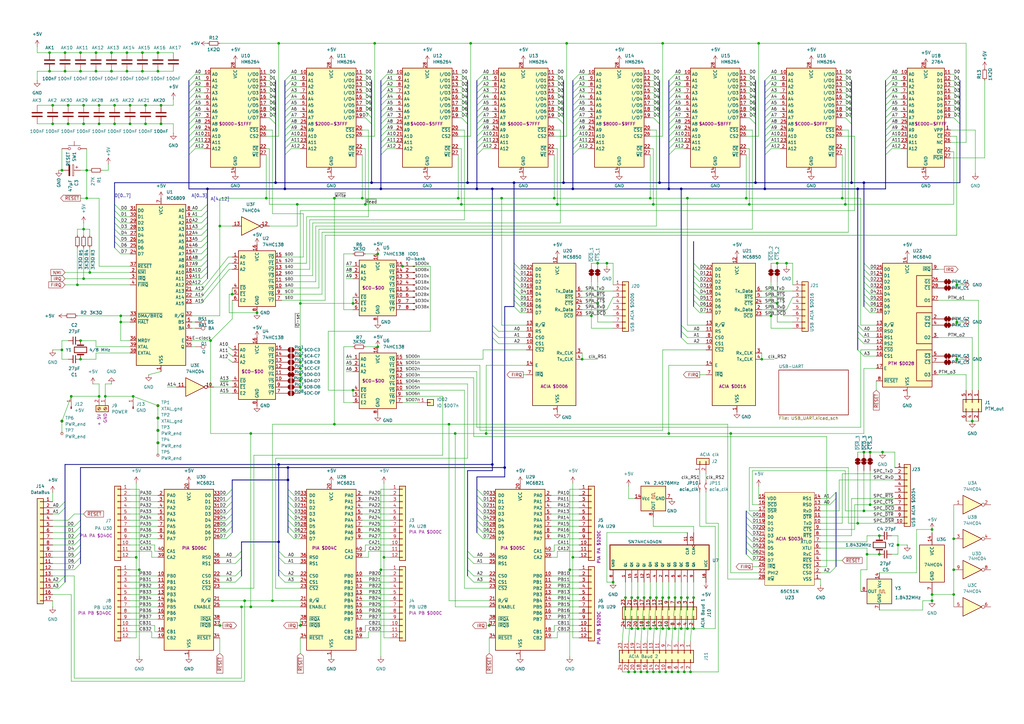
<source format=kicad_sch>
(kicad_sch (version 20250114) (generator "eeschema") (generator_version "9.0")
  (paper "A3")
  (title_block (title "CPU X-3") (date "2025-06-26") (rev "3") (company "Rlink.se"))
  (junction (at 46.99 43.18))
  (junction (at 123.19 156.21))
  (junction (at 58.42 29.21))
  (junction (at 45.72 29.21))
  (junction (at 234.95 77.47))
  (junction (at 123.19 148.59))
  (junction (at 52.07 29.21))
  (junction (at 52.07 21.59))
  (junction (at 27.94 50.8))
  (junction (at 281.94 245.11))
  (junction (at 109.22 81.28))
  (junction (at 279.4 245.11))
  (junction (at 55.88 228.6))
  (junction (at 322.58 107.95))
  (junction (at 349.25 74.93))
  (junction (at 279.4 77.47))
  (junction (at 86.36 139.7))
  (junction (at 43.18 162.56))
  (junction (at 280.67 275.59))
  (junction (at 66.04 43.18))
  (junction (at 227.33 81.28))
  (junction (at 59.69 43.18))
  (junction (at 264.16 257.81))
  (junction (at 356.87 185.42))
  (junction (at 392.43 116.84))
  (junction (at 31.75 116.84))
  (junction (at 123.19 153.67))
  (junction (at 267.97 83.82))
  (junction (at 29.21 162.56))
  (junction (at 269.24 257.81))
  (junction (at 195.58 77.47))
  (junction (at 40.64 43.18))
  (junction (at 351.79 77.47))
  (junction (at 201.93 190.5))
  (junction (at 154.94 142.24))
  (junction (at 36.83 111.76))
  (junction (at 34.29 50.8))
  (junction (at 391.16 220.98))
  (junction (at 245.11 107.95))
  (junction (at 273.05 275.59))
  (junction (at 354.33 209.55))
  (junction (at 391.16 233.68))
  (junction (at 360.68 227.33))
  (junction (at 25.4 143.51))
  (junction (at 193.04 17.78))
  (junction (at 156.21 233.68))
  (junction (at 270.51 74.93))
  (junction (at 276.86 245.11))
  (junction (at 245.11 124.46))
  (junction (at 123.19 143.51))
  (junction (at 270.51 275.59))
  (junction (at 351.79 214.63))
  (junction (at 21.59 50.8))
  (junction (at 123.19 151.13))
  (junction (at 99.06 248.92))
  (junction (at 85.09 77.47))
  (junction (at 200.66 256.54))
  (junction (at 118.11 196.85))
  (junction (at 34.29 93.98))
  (junction (at 267.97 275.59))
  (junction (at 346.71 83.82))
  (junction (at 54.61 162.56))
  (junction (at 102.87 177.8))
  (junction (at 165.1 109.22))
  (junction (at 382.27 246.38))
  (junction (at 102.87 248.92))
  (junction (at 25.4 172.72))
  (junction (at 39.37 29.21))
  (junction (at 269.24 245.11))
  (junction (at 264.16 245.11))
  (junction (at 66.04 50.8))
  (junction (at 354.33 185.42))
  (junction (at 266.7 245.11))
  (junction (at 238.76 147.32))
  (junction (at 271.78 257.81))
  (junction (at 53.34 43.18))
  (junction (at 123.19 256.54))
  (junction (at 318.77 107.95))
  (junction (at 266.7 257.81))
  (junction (at 271.78 245.11))
  (junction (at 259.08 257.81))
  (junction (at 205.74 81.28))
  (junction (at 259.08 245.11))
  (junction (at 234.95 228.6))
  (junction (at 90.17 256.54))
  (junction (at 382.27 243.84))
  (junction (at 345.44 81.28))
  (junction (at 105.41 128.27))
  (junction (at 35.56 81.28))
  (junction (at 27.94 43.18))
  (junction (at 275.59 275.59))
  (junction (at 311.15 17.78))
  (junction (at 265.43 275.59))
  (junction (at 114.3 17.78))
  (junction (at 201.93 77.47))
  (junction (at 313.69 77.47))
  (junction (at 95.25 120.65))
  (junction (at 309.88 74.93))
  (junction (at 391.16 243.84))
  (junction (at 232.41 17.78))
  (junction (at 251.46 238.76))
  (junction (at 111.76 246.38))
  (junction (at 191.77 74.93))
  (junction (at 33.02 29.21))
  (junction (at 114.3 222.25))
  (junction (at 45.72 21.59))
  (junction (at 276.86 257.81))
  (junction (at 284.48 245.11))
  (junction (at 64.77 166.37))
  (junction (at 118.11 191.77))
  (junction (at 228.6 83.82))
  (junction (at 368.3 223.52))
  (junction (at 20.32 29.21))
  (junction (at 49.53 129.54))
  (junction (at 64.77 171.45))
  (junction (at 256.54 245.11))
  (junction (at 35.56 69.85))
  (junction (at 281.94 257.81))
  (junction (at 307.34 83.82))
  (junction (at 39.37 21.59))
  (junction (at 123.19 146.05))
  (junction (at 114.3 190.5))
  (junction (at 144.78 124.46))
  (junction (at 184.15 173.99))
  (junction (at 100.33 246.38))
  (junction (at 233.68 233.68))
  (junction (at 25.4 69.85))
  (junction (at 53.34 50.8))
  (junction (at 21.59 43.18))
  (junction (at 26.67 29.21))
  (junction (at 34.29 114.3))
  (junction (at 279.4 257.81))
  (junction (at 123.19 124.46))
  (junction (at 281.94 81.28))
  (junction (at 248.92 107.95))
  (junction (at 187.96 81.28))
  (junction (at 207.01 191.77))
  (junction (at 46.99 50.8))
  (junction (at 113.03 74.93))
  (junction (at 274.32 257.81))
  (junction (at 121.92 83.82))
  (junction (at 157.48 228.6))
  (junction (at 356.87 207.01))
  (junction (at 355.6 227.33))
  (junction (at 261.62 257.81))
  (junction (at 123.19 158.75))
  (junction (at 312.42 147.32))
  (junction (at 34.29 43.18))
  (junction (at 148.59 81.28))
  (junction (at 149.86 83.82))
  (junction (at 242.57 129.54))
  (junction (at 33.02 21.59))
  (junction (at 398.78 172.72))
  (junction (at 90.17 92.71))
  (junction (at 262.89 275.59))
  (junction (at 318.77 124.46))
  (junction (at 261.62 245.11))
  (junction (at 274.32 177.8))
  (junction (at 144.78 160.02))
  (junction (at 274.32 245.11))
  (junction (at 306.07 81.28))
  (junction (at 57.15 233.68))
  (junction (at 274.32 77.47))
  (junction (at 64.77 21.59))
  (junction (at 64.77 181.61))
  (junction (at 392.43 147.32))
  (junction (at 266.7 81.28))
  (junction (at 49.53 132.08))
  (junction (at 392.43 132.08))
  (junction (at 283.21 275.59))
  (junction (at 156.21 77.47))
  (junction (at 186.69 177.8))
  (junction (at 64.77 29.21))
  (junction (at 316.23 129.54))
  (junction (at 284.48 257.81))
  (junction (at 59.69 50.8))
  (junction (at 299.72 177.8))
  (junction (at 199.39 177.8))
  (junction (at 40.64 50.8))
  (junction (at 58.42 21.59))
  (junction (at 257.81 275.59))
  (junction (at 33.02 139.7))
  (junction (at 260.35 275.59))
  (junction (at 40.64 162.56))
  (junction (at 210.82 74.93))
  (junction (at 382.27 217.17))
  (junction (at 360.68 219.71))
  (junction (at 26.67 21.59))
  (junction (at 20.32 21.59))
  (junction (at 152.4 74.93))
  (junction (at 154.94 104.14))
  (junction (at 354.33 74.93))
  (junction (at 189.23 83.82))
  (junction (at 64.77 176.53))
  (junction (at 33.02 147.32))
  (junction (at 116.84 77.47))
  (junction (at 137.16 81.28))
  (junction (at 153.67 17.78))
  (junction (at 278.13 275.59))
  (junction (at 361.95 185.42))
  (junction (at 137.16 173.99))
  (junction (at 231.14 74.93))
  (junction (at 271.78 17.78))
  (bus_entry (at 267.97 33.02) (size 2.54 2.54))
  (bus_entry (at 198.12 215.9) (size -2.54 -2.54))
  (bus_entry (at 191.77 236.22) (size 2.54 2.54))
  (bus_entry (at 198.12 35.56) (size -2.54 2.54))
  (bus_entry (at 365.76 43.18) (size -2.54 2.54))
  (bus_entry (at 82.55 111.76) (size 2.54 -2.54))
  (bus_entry (at 92.71 203.2) (size 2.54 -2.54))
  (bus_entry (at 316.23 38.1) (size -2.54 2.54))
  (bus_entry (at 110.49 35.56) (size 2.54 2.54))
  (bus_entry (at 114.3 226.06) (size 2.54 2.54))
  (bus_entry (at 149.86 33.02) (size 2.54 2.54))
  (bus_entry (at 46.99 96.52) (size 2.54 2.54))
  (bus_entry (at 198.12 213.36) (size -2.54 -2.54))
  (bus_entry (at 308.61 222.25) (size -2.54 -2.54))
  (bus_entry (at 237.49 48.26) (size -2.54 2.54))
  (bus_entry (at 149.86 45.72) (size 2.54 2.54))
  (bus_entry (at 213.36 128.27) (size -2.54 -2.54))
  (bus_entry (at 26.67 205.74) (size -2.54 2.54))
  (bus_entry (at 158.75 33.02) (size -2.54 2.54))
  (bus_entry (at 82.55 96.52) (size 2.54 -2.54))
  (bus_entry (at 356.87 125.73) (size -2.54 -2.54))
  (bus_entry (at 198.12 43.18) (size -2.54 2.54))
  (bus_entry (at 365.76 55.88) (size -2.54 2.54))
  (bus_entry (at 308.61 227.33) (size -2.54 -2.54))
  (bus_entry (at 198.12 218.44) (size -2.54 -2.54))
  (bus_entry (at 237.49 55.88) (size -2.54 2.54))
  (bus_entry (at 158.75 53.34) (size -2.54 2.54))
  (bus_entry (at 276.86 55.88) (size -2.54 2.54))
  (bus_entry (at 316.23 55.88) (size -2.54 2.54))
  (bus_entry (at 82.55 114.3) (size 2.54 -2.54))
  (bus_entry (at 276.86 53.34) (size -2.54 2.54))
  (bus_entry (at 237.49 35.56) (size -2.54 2.54))
  (bus_entry (at 119.38 48.26) (size -2.54 2.54))
  (bus_entry (at 287.02 125.73) (size -2.54 -2.54))
  (bus_entry (at 287.02 128.27) (size -2.54 -2.54))
  (bus_entry (at 316.23 48.26) (size -2.54 2.54))
  (bus_entry (at 82.55 93.98) (size 2.54 -2.54))
  (bus_entry (at 198.12 220.98) (size -2.54 -2.54))
  (bus_entry (at 267.97 40.64) (size 2.54 2.54))
  (bus_entry (at 119.38 60.96) (size -2.54 2.54))
  (bus_entry (at 110.49 45.72) (size 2.54 2.54))
  (bus_entry (at 99.06 236.22) (size -2.54 2.54))
  (bus_entry (at 99.06 233.68) (size -2.54 2.54))
  (bus_entry (at 391.16 43.18) (size 2.54 2.54))
  (bus_entry (at 198.12 53.34) (size -2.54 2.54))
  (bus_entry (at 316.23 45.72) (size -2.54 2.54))
  (bus_entry (at 287.02 123.19) (size -2.54 -2.54))
  (bus_entry (at 342.9 232.41) (size -2.54 2.54))
  (bus_entry (at 365.76 60.96) (size -2.54 2.54))
  (bus_entry (at 119.38 33.02) (size -2.54 2.54))
  (bus_entry (at 346.71 35.56) (size 2.54 2.54))
  (bus_entry (at 149.86 43.18) (size 2.54 2.54))
  (bus_entry (at 276.86 40.64) (size -2.54 2.54))
  (bus_entry (at 198.12 38.1) (size -2.54 2.54))
  (bus_entry (at 158.75 43.18) (size -2.54 2.54))
  (bus_entry (at 119.38 58.42) (size -2.54 2.54))
  (bus_entry (at 276.86 33.02) (size -2.54 2.54))
  (bus_entry (at 356.87 123.19) (size -2.54 -2.54))
  (bus_entry (at 316.23 35.56) (size -2.54 2.54))
  (bus_entry (at 149.86 40.64) (size 2.54 2.54))
  (bus_entry (at 287.02 120.65) (size -2.54 -2.54))
  (bus_entry (at 267.97 30.48) (size 2.54 2.54))
  (bus_entry (at 365.76 38.1) (size -2.54 2.54))
  (bus_entry (at 189.23 48.26) (size 2.54 2.54))
  (bus_entry (at 228.6 43.18) (size 2.54 2.54))
  (bus_entry (at 114.3 228.6) (size 2.54 2.54))
  (bus_entry (at 80.01 50.8) (size -2.54 2.54))
  (bus_entry (at 80.01 58.42) (size -2.54 2.54))
  (bus_entry (at 80.01 38.1) (size -2.54 2.54))
  (bus_entry (at 189.23 45.72) (size 2.54 2.54))
  (bus_entry (at 307.34 38.1) (size 2.54 2.54))
  (bus_entry (at 198.12 48.26) (size -2.54 2.54))
  (bus_entry (at 158.75 40.64) (size -2.54 2.54))
  (bus_entry (at 26.67 238.76) (size -2.54 2.54))
  (bus_entry (at 391.16 35.56) (size 2.54 2.54))
  (bus_entry (at 307.34 35.56) (size 2.54 2.54))
  (bus_entry (at 110.49 48.26) (size 2.54 2.54))
  (bus_entry (at 82.55 91.44) (size 2.54 -2.54))
  (bus_entry (at 191.77 233.68) (size 2.54 2.54))
  (bus_entry (at 26.67 208.28) (size -2.54 2.54))
  (bus_entry (at 237.49 58.42) (size -2.54 2.54))
  (bus_entry (at 119.38 35.56) (size -2.54 2.54))
  (bus_entry (at 80.01 60.96) (size -2.54 2.54))
  (bus_entry (at 82.55 99.06) (size 2.54 -2.54))
  (bus_entry (at 228.6 33.02) (size 2.54 2.54))
  (bus_entry (at 365.76 58.42) (size -2.54 2.54))
  (bus_entry (at 120.65 213.36) (size -2.54 -2.54))
  (bus_entry (at 189.23 43.18) (size 2.54 2.54))
  (bus_entry (at 276.86 35.56) (size -2.54 2.54))
  (bus_entry (at 158.75 50.8) (size -2.54 2.54))
  (bus_entry (at 276.86 48.26) (size -2.54 2.54))
  (bus_entry (at 120.65 215.9) (size -2.54 -2.54))
  (bus_entry (at 119.38 43.18) (size -2.54 2.54))
  (bus_entry (at 346.71 48.26) (size 2.54 2.54))
  (bus_entry (at 356.87 120.65) (size -2.54 -2.54))
  (bus_entry (at 308.61 219.71) (size -2.54 -2.54))
  (bus_entry (at 82.55 116.84) (size 2.54 -2.54))
  (bus_entry (at 237.49 45.72) (size -2.54 2.54))
  (bus_entry (at 346.71 38.1) (size 2.54 2.54))
  (bus_entry (at 279.4 135.89) (size 2.54 2.54))
  (bus_entry (at 99.06 228.6) (size -2.54 2.54))
  (bus_entry (at 158.75 45.72) (size -2.54 2.54))
  (bus_entry (at 92.71 213.36) (size 2.54 -2.54))
  (bus_entry (at 92.71 218.44) (size 2.54 -2.54))
  (bus_entry (at 237.49 60.96) (size -2.54 2.54))
  (bus_entry (at 189.23 35.56) (size 2.54 2.54))
  (bus_entry (at 308.61 229.87) (size -2.54 -2.54))
  (bus_entry (at 356.87 113.03) (size -2.54 -2.54))
  (bus_entry (at 92.71 220.98) (size 2.54 -2.54))
  (bus_entry (at 213.36 123.19) (size -2.54 -2.54))
  (bus_entry (at 99.06 226.06) (size -2.54 2.54))
  (bus_entry (at 276.86 38.1) (size -2.54 2.54))
  (bus_entry (at 158.75 38.1) (size -2.54 2.54))
  (bus_entry (at 80.01 48.26) (size -2.54 2.54))
  (bus_entry (at 237.49 38.1) (size -2.54 2.54))
  (bus_entry (at 308.61 212.09) (size -2.54 -2.54))
  (bus_entry (at 307.34 33.02) (size 2.54 2.54))
  (bus_entry (at 110.49 33.02) (size 2.54 2.54))
  (bus_entry (at 365.76 30.48) (size -2.54 2.54))
  (bus_entry (at 119.38 45.72) (size -2.54 2.54))
  (bus_entry (at 30.48 228.6) (size 2.54 -2.54))
  (bus_entry (at 316.23 53.34) (size -2.54 2.54))
  (bus_entry (at 110.49 38.1) (size 2.54 2.54))
  (bus_entry (at 287.02 115.57) (size -2.54 -2.54))
  (bus_entry (at 316.23 50.8) (size -2.54 2.54))
  (bus_entry (at 391.16 45.72) (size 2.54 2.54))
  (bus_entry (at 351.79 138.43) (size 2.54 2.54))
  (bus_entry (at 351.79 133.35) (size 2.54 2.54))
  (bus_entry (at 346.71 33.02) (size 2.54 2.54))
  (bus_entry (at 149.86 48.26) (size 2.54 2.54))
  (bus_entry (at 346.71 30.48) (size 2.54 2.54))
  (bus_entry (at 346.71 40.64) (size 2.54 2.54))
  (bus_entry (at 198.12 30.48) (size -2.54 2.54))
  (bus_entry (at 308.61 217.17) (size -2.54 -2.54))
  (bus_entry (at 198.12 208.28) (size -2.54 -2.54))
  (bus_entry (at 267.97 38.1) (size 2.54 2.54))
  (bus_entry (at 80.01 45.72) (size -2.54 2.54))
  (bus_entry (at 307.34 40.64) (size 2.54 2.54))
  (bus_entry (at 356.87 115.57) (size -2.54 -2.54))
  (bus_entry (at 80.01 55.88) (size -2.54 2.54))
  (bus_entry (at 119.38 50.8) (size -2.54 2.54))
  (bus_entry (at 391.16 48.26) (size 2.54 2.54))
  (bus_entry (at 365.76 33.02) (size -2.54 2.54))
  (bus_entry (at 191.77 228.6) (size 2.54 2.54))
  (bus_entry (at 82.55 104.14) (size 2.54 -2.54))
  (bus_entry (at 391.16 30.48) (size 2.54 2.54))
  (bus_entry (at 365.76 35.56) (size -2.54 2.54))
  (bus_entry (at 213.36 110.49) (size -2.54 -2.54))
  (bus_entry (at 120.65 205.74) (size -2.54 -2.54))
  (bus_entry (at 120.65 203.2) (size -2.54 -2.54))
  (bus_entry (at 92.71 210.82) (size 2.54 -2.54))
  (bus_entry (at 287.02 113.03) (size -2.54 -2.54))
  (bus_entry (at 356.87 118.11) (size -2.54 -2.54))
  (bus_entry (at 342.9 204.47) (size -2.54 2.54))
  (bus_entry (at 80.01 30.48) (size -2.54 2.54))
  (bus_entry (at 365.76 53.34) (size -2.54 2.54))
  (bus_entry (at 189.23 33.02) (size 2.54 2.54))
  (bus_entry (at 316.23 30.48) (size -2.54 2.54))
  (bus_entry (at 307.34 48.26) (size 2.54 2.54))
  (bus_entry (at 237.49 33.02) (size -2.54 2.54))
  (bus_entry (at 276.86 50.8) (size -2.54 2.54))
  (bus_entry (at 198.12 205.74) (size -2.54 -2.54))
  (bus_entry (at 110.49 40.64) (size 2.54 2.54))
  (bus_entry (at 198.12 203.2) (size -2.54 -2.54))
  (bus_entry (at 307.34 30.48) (size 2.54 2.54))
  (bus_entry (at 30.48 233.68) (size 2.54 -2.54))
  (bus_entry (at 228.6 40.64) (size 2.54 2.54))
  (bus_entry (at 228.6 30.48) (size 2.54 2.54))
  (bus_entry (at 158.75 60.96) (size -2.54 2.54))
  (bus_entry (at 391.16 40.64) (size 2.54 2.54))
  (bus_entry (at 149.86 38.1) (size 2.54 2.54))
  (bus_entry (at 201.93 138.43) (size 2.54 2.54))
  (bus_entry (at 30.48 226.06) (size 2.54 -2.54))
  (bus_entry (at 237.49 53.34) (size -2.54 2.54))
  (bus_entry (at 279.4 138.43) (size 2.54 2.54))
  (bus_entry (at 92.71 205.74) (size 2.54 -2.54))
  (bus_entry (at 80.01 33.02) (size -2.54 2.54))
  (bus_entry (at 120.65 218.44) (size -2.54 -2.54))
  (bus_entry (at 267.97 45.72) (size 2.54 2.54))
  (bus_entry (at 114.3 233.68) (size 2.54 2.54))
  (bus_entry (at 276.86 43.18) (size -2.54 2.54))
  (bus_entry (at 213.36 115.57) (size -2.54 -2.54))
  (bus_entry (at 237.49 50.8) (size -2.54 2.54))
  (bus_entry (at 120.65 208.28) (size -2.54 -2.54))
  (bus_entry (at 356.87 128.27) (size -2.54 -2.54))
  (bus_entry (at 198.12 33.02) (size -2.54 2.54))
  (bus_entry (at 110.49 30.48) (size 2.54 2.54))
  (bus_entry (at 158.75 30.48) (size -2.54 2.54))
  (bus_entry (at 149.86 35.56) (size 2.54 2.54))
  (bus_entry (at 119.38 53.34) (size -2.54 2.54))
  (bus_entry (at 356.87 110.49) (size -2.54 -2.54))
  (bus_entry (at 158.75 48.26) (size -2.54 2.54))
  (bus_entry (at 46.99 99.06) (size 2.54 2.54))
  (bus_entry (at 30.48 220.98) (size 2.54 -2.54))
  (bus_entry (at 308.61 224.79) (size -2.54 -2.54))
  (bus_entry (at 276.86 60.96) (size -2.54 2.54))
  (bus_entry (at 80.01 40.64) (size -2.54 2.54))
  (bus_entry (at 267.97 48.26) (size 2.54 2.54))
  (bus_entry (at 279.4 133.35) (size 2.54 2.54))
  (bus_entry (at 228.6 48.26) (size 2.54 2.54))
  (bus_entry (at 228.6 35.56) (size 2.54 2.54))
  (bus_entry (at 92.71 208.28) (size 2.54 -2.54))
  (bus_entry (at 158.75 58.42) (size -2.54 2.54))
  (bus_entry (at 307.34 45.72) (size 2.54 2.54))
  (bus_entry (at 391.16 38.1) (size 2.54 2.54))
  (bus_entry (at 198.12 50.8) (size -2.54 2.54))
  (bus_entry (at 365.76 45.72) (size -2.54 2.54))
  (bus_entry (at 365.76 48.26) (size -2.54 2.54))
  (bus_entry (at 80.01 35.56) (size -2.54 2.54))
  (bus_entry (at 82.55 86.36) (size 2.54 -2.54))
  (bus_entry (at 316.23 58.42) (size -2.54 2.54))
  (bus_entry (at 346.71 43.18) (size 2.54 2.54))
  (bus_entry (at 228.6 45.72) (size 2.54 2.54))
  (bus_entry (at 201.93 133.35) (size 2.54 2.54))
  (bus_entry (at 198.12 60.96) (size -2.54 2.54))
  (bus_entry (at 201.93 135.89) (size 2.54 2.54))
  (bus_entry (at 114.3 236.22) (size 2.54 2.54))
  (bus_entry (at 316.23 40.64) (size -2.54 2.54))
  (bus_entry (at 30.48 231.14) (size 2.54 -2.54))
  (bus_entry (at 342.9 201.93) (size -2.54 2.54))
  (bus_entry (at 391.16 33.02) (size 2.54 2.54))
  (bus_entry (at 191.77 226.06) (size 2.54 2.54))
  (bus_entry (at 316.23 60.96) (size -2.54 2.54))
  (bus_entry (at 307.34 43.18) (size 2.54 2.54))
  (bus_entry (at 351.79 135.89) (size 2.54 2.54))
  (bus_entry (at 287.02 110.49) (size -2.54 -2.54))
  (bus_entry (at 46.99 93.98) (size 2.54 2.54))
  (bus_entry (at 82.55 109.22) (size 2.54 -2.54))
  (bus_entry (at 82.55 101.6) (size 2.54 -2.54))
  (bus_entry (at 46.99 91.44) (size 2.54 2.54))
  (bus_entry (at 82.55 88.9) (size 2.54 -2.54))
  (bus_entry (at 198.12 40.64) (size -2.54 2.54))
  (bus_entry (at 198.12 55.88) (size -2.54 2.54))
  (bus_entry (at 30.48 218.44) (size 2.54 -2.54))
  (bus_entry (at 110.49 43.18) (size 2.54 2.54))
  (bus_entry (at 120.65 210.82) (size -2.54 -2.54))
  (bus_entry (at 213.36 118.11) (size -2.54 -2.54))
  (bus_entry (at 46.99 86.36) (size 2.54 2.54))
  (bus_entry (at 30.48 223.52) (size 2.54 -2.54))
  (bus_entry (at 213.36 125.73) (size -2.54 -2.54))
  (bus_entry (at 237.49 43.18) (size -2.54 2.54))
  (bus_entry (at 119.38 40.64) (size -2.54 2.54))
  (bus_entry (at 80.01 53.34) (size -2.54 2.54))
  (bus_entry (at 158.75 35.56) (size -2.54 2.54))
  (bus_entry (at 287.02 118.11) (size -2.54 -2.54))
  (bus_entry (at 46.99 101.6) (size 2.54 2.54))
  (bus_entry (at 276.86 30.48) (size -2.54 2.54))
  (bus_entry (at 149.86 30.48) (size 2.54 2.54))
  (bus_entry (at 82.55 106.68) (size 2.54 -2.54))
  (bus_entry (at 189.23 30.48) (size 2.54 2.54))
  (bus_entry (at 346.71 45.72) (size 2.54 2.54))
  (bus_entry (at 198.12 45.72) (size -2.54 2.54))
  (bus_entry (at 92.71 215.9) (size 2.54 -2.54))
  (bus_entry (at 237.49 40.64) (size -2.54 2.54))
  (bus_entry (at 26.67 236.22) (size -2.54 2.54))
  (bus_entry (at 189.23 38.1) (size 2.54 2.54))
  (bus_entry (at 267.97 35.56) (size 2.54 2.54))
  (bus_entry (at 80.01 43.18) (size -2.54 2.54))
  (bus_entry (at 120.65 220.98) (size -2.54 -2.54))
  (bus_entry (at 228.6 38.1) (size 2.54 2.54))
  (bus_entry (at 267.97 43.18) (size 2.54 2.54))
  (bus_entry (at 119.38 55.88) (size -2.54 2.54))
  (bus_entry (at 316.23 43.18) (size -2.54 2.54))
  (bus_entry (at 213.36 113.03) (size -2.54 -2.54))
  (bus_entry (at 46.99 88.9) (size 2.54 2.54))
  (bus_entry (at 119.38 38.1) (size -2.54 2.54))
  (bus_entry (at 30.48 215.9) (size 2.54 -2.54))
  (bus_entry (at 316.23 33.02) (size -2.54 2.54))
  (bus_entry (at 237.49 30.48) (size -2.54 2.54))
  (bus_entry (at 198.12 210.82) (size -2.54 -2.54))
  (bus_entry (at 158.75 55.88) (size -2.54 2.54))
  (bus_entry (at 308.61 214.63) (size -2.54 -2.54))
  (bus_entry (at 365.76 40.64) (size -2.54 2.54))
  (bus_entry (at 276.86 45.72) (size -2.54 2.54))
  (bus_entry (at 351.79 143.51) (size 2.54 2.54))
  (bus_entry (at 198.12 58.42) (size -2.54 2.54))
  (bus_entry (at 119.38 30.48) (size -2.54 2.54))
  (bus_entry (at 213.36 120.65) (size -2.54 -2.54))
  (bus_entry (at 46.99 83.82) (size 2.54 2.54))
  (bus_entry (at 276.86 58.42) (size -2.54 2.54))
  (bus_entry (at 189.23 40.64) (size 2.54 2.54))
  (bus_entry (at 365.76 50.8) (size -2.54 2.54))
  (wire (pts (xy 198.12 143.51) (xy 198.12 147.32)))
  (wire (pts (xy 64.77 243.84) (xy 53.34 243.84)))
  (wire (pts (xy 26.67 21.59) (xy 20.32 21.59)))
  (wire (pts (xy 190.5 90.17) (xy 127 90.17)))
  (wire (pts (xy 306.07 81.28) (xy 306.07 63.5)))
  (bus (pts (xy 118.11 215.9) (xy 118.11 213.36)))
  (bus (pts (xy 231.14 43.18) (xy 231.14 45.72)))
  (bus (pts (xy 363.22 53.34) (xy 363.22 55.88)))
  (wire (pts (xy 400.05 53.34) (xy 400.05 71.12)))
  (wire (pts (xy 271.78 176.53) (xy 196.85 176.53)))
  (bus (pts (xy 313.69 43.18) (xy 313.69 45.72)))
  (wire (pts (xy 90.17 218.44) (xy 92.71 218.44)))
  (wire (pts (xy 82.55 99.06) (xy 78.74 99.06)))
  (wire (pts (xy 215.9 143.51) (xy 198.12 143.51)))
  (wire (pts (xy 307.34 191.77) (xy 347.98 191.77)))
  (bus (pts (xy 313.69 63.5) (xy 313.69 77.47)))
  (wire (pts (xy 255.27 262.89) (xy 256.54 245.11)))
  (wire (pts (xy 54.61 162.56) (xy 43.18 162.56)))
  (wire (pts (xy 345.44 214.63) (xy 345.44 194.31)))
  (bus (pts (xy 393.7 35.56) (xy 393.7 38.1)))
  (wire (pts (xy 149.86 104.14) (xy 154.94 104.14)))
  (wire (pts (xy 201.93 33.02) (xy 198.12 33.02)))
  (bus (pts (xy 284.48 113.03) (xy 284.48 110.49)))
  (wire (pts (xy 251.46 107.95) (xy 248.92 107.95)))
  (bus (pts (xy 77.47 58.42) (xy 77.47 60.96)))
  (wire (pts (xy 109.22 35.56) (xy 110.49 35.56)))
  (wire (pts (xy 349.25 219.71) (xy 349.25 204.47)))
  (wire (pts (xy 228.6 226.06) (xy 237.49 226.06)))
  (wire (pts (xy 119.38 35.56) (xy 123.19 35.56)))
  (wire (pts (xy 82.55 86.36) (xy 78.74 86.36)))
  (wire (pts (xy 354.33 151.13) (xy 354.33 177.8)))
  (wire (pts (xy 306.07 38.1) (xy 307.34 38.1)))
  (bus (pts (xy 351.79 77.47) (xy 351.79 133.35)))
  (bus (pts (xy 313.69 33.02) (xy 313.69 35.56)))
  (wire (pts (xy 265.43 262.89) (xy 266.7 245.11)))
  (wire (pts (xy 83.82 35.56) (xy 80.01 35.56)))
  (bus (pts (xy 309.88 38.1) (xy 309.88 40.64)))
  (wire (pts (xy 237.49 40.64) (xy 241.3 40.64)))
  (wire (pts (xy 251.46 132.08) (xy 245.11 132.08)))
  (bus (pts (xy 46.99 96.52) (xy 46.99 99.06)))
  (wire (pts (xy 36.83 111.76) (xy 36.83 101.6)))
  (bus (pts (xy 116.84 60.96) (xy 116.84 63.5)))
  (wire (pts (xy 199.39 256.54) (xy 200.66 256.54)))
  (bus (pts (xy 85.09 99.06) (xy 85.09 101.6)))
  (wire (pts (xy 82.55 116.84) (xy 78.74 116.84)))
  (wire (pts (xy 95.25 120.65) (xy 93.98 120.65)))
  (bus (pts (xy 195.58 218.44) (xy 195.58 215.9)))
  (bus (pts (xy 354.33 115.57) (xy 354.33 113.03)))
  (wire (pts (xy 160.02 261.62) (xy 157.48 261.62)))
  (wire (pts (xy 140.97 142.24) (xy 140.97 165.1)))
  (bus (pts (xy 191.77 48.26) (xy 191.77 50.8)))
  (wire (pts (xy 125.73 88.9) (xy 125.73 107.95)))
  (bus (pts (xy 234.95 58.42) (xy 234.95 60.96)))
  (bus (pts (xy 77.47 48.26) (xy 77.47 50.8)))
  (bus (pts (xy 33.02 228.6) (xy 33.02 226.06)))
  (bus (pts (xy 99.06 233.68) (xy 99.06 236.22)))
  (bus (pts (xy 77.47 43.18) (xy 77.47 45.72)))
  (wire (pts (xy 205.74 81.28) (xy 227.33 81.28)))
  (wire (pts (xy 78.74 119.38) (xy 82.55 119.38)))
  (wire (pts (xy 266.7 30.48) (xy 267.97 30.48)))
  (wire (pts (xy 269.24 238.76) (xy 269.24 245.11)))
  (wire (pts (xy 261.62 257.81) (xy 264.16 257.81)))
  (wire (pts (xy 353.06 133.35) (xy 353.06 81.28)))
  (wire (pts (xy 270.51 262.89) (xy 271.78 245.11)))
  (wire (pts (xy 274.32 257.81) (xy 276.86 257.81)))
  (bus (pts (xy 116.84 40.64) (xy 116.84 38.1)))
  (wire (pts (xy 228.6 228.6) (xy 226.06 228.6)))
  (bus (pts (xy 234.95 63.5) (xy 234.95 77.47)))
  (bus (pts (xy 195.58 215.9) (xy 195.58 213.36)))
  (wire (pts (xy 215.9 125.73) (xy 213.36 125.73)))
  (wire (pts (xy 369.57 30.48) (xy 365.76 30.48)))
  (wire (pts (xy 109.22 81.28) (xy 137.16 81.28)))
  (wire (pts (xy 280.67 33.02) (xy 276.86 33.02)))
  (wire (pts (xy 58.42 29.21) (xy 52.07 29.21)))
  (wire (pts (xy 34.29 96.52) (xy 34.29 93.98)))
  (wire (pts (xy 25.4 60.96) (xy 25.4 69.85)))
  (bus (pts (xy 116.84 45.72) (xy 116.84 48.26)))
  (wire (pts (xy 369.57 33.02) (xy 365.76 33.02)))
  (wire (pts (xy 391.16 33.02) (xy 389.89 33.02)))
  (wire (pts (xy 350.52 207.01) (xy 356.87 207.01)))
  (wire (pts (xy 316.23 35.56) (xy 320.04 35.56)))
  (bus (pts (xy 363.22 60.96) (xy 363.22 63.5)))
  (wire (pts (xy 267.97 215.9) (xy 284.48 215.9)))
  (wire (pts (xy 49.53 129.54) (xy 49.53 132.08)))
  (wire (pts (xy 27.94 50.8) (xy 34.29 50.8)))
  (wire (pts (xy 276.86 45.72) (xy 280.67 45.72)))
  (wire (pts (xy 215.9 138.43) (xy 204.47 138.43)))
  (bus (pts (xy 363.22 45.72) (xy 363.22 48.26)))
  (wire (pts (xy 227.33 60.96) (xy 228.6 60.96)))
  (wire (pts (xy 113.03 187.96) (xy 113.03 241.3)))
  (wire (pts (xy 64.77 186.69) (xy 64.77 181.61)))
  (wire (pts (xy 318.77 115.57) (xy 318.77 124.46)))
  (wire (pts (xy 160.02 205.74) (xy 148.59 205.74)))
  (wire (pts (xy 90.17 92.71) (xy 90.17 129.54)))
  (wire (pts (xy 311.15 209.55) (xy 307.34 209.55)))
  (wire (pts (xy 157.48 228.6) (xy 157.48 261.62)))
  (wire (pts (xy 160.02 210.82) (xy 148.59 210.82)))
  (wire (pts (xy 205.74 133.35) (xy 205.74 81.28)))
  (wire (pts (xy 82.55 88.9) (xy 78.74 88.9)))
  (wire (pts (xy 21.59 231.14) (xy 30.48 231.14)))
  (bus (pts (xy 234.95 53.34) (xy 234.95 55.88)))
  (wire (pts (xy 64.77 259.08) (xy 63.5 259.08)))
  (bus (pts (xy 85.09 109.22) (xy 85.09 111.76)))
  (wire (pts (xy 266.7 63.5) (xy 266.7 81.28)))
  (wire (pts (xy 237.49 251.46) (xy 226.06 251.46)))
  (wire (pts (xy 289.56 128.27) (xy 287.02 128.27)))
  (bus (pts (xy 349.25 33.02) (xy 349.25 35.56)))
  (wire (pts (xy 316.23 48.26) (xy 320.04 48.26)))
  (wire (pts (xy 233.68 200.66) (xy 233.68 233.68)))
  (wire (pts (xy 248.92 127) (xy 251.46 121.92)))
  (wire (pts (xy 322.58 107.95) (xy 322.58 109.22)))
  (bus (pts (xy 354.33 107.95) (xy 354.33 110.49)))
  (wire (pts (xy 62.23 226.06) (xy 62.23 228.6)))
  (wire (pts (xy 325.12 134.62) (xy 316.23 134.62)))
  (wire (pts (xy 119.38 45.72) (xy 123.19 45.72)))
  (wire (pts (xy 359.41 140.97) (xy 354.33 140.97)))
  (wire (pts (xy 31.75 93.98) (xy 34.29 93.98)))
  (wire (pts (xy 151.13 226.06) (xy 151.13 228.6)))
  (wire (pts (xy 345.44 35.56) (xy 346.71 35.56)))
  (wire (pts (xy 160.02 246.38) (xy 148.59 246.38)))
  (bus (pts (xy 95.25 200.66) (xy 95.25 203.2)))
  (wire (pts (xy 365.76 45.72) (xy 369.57 45.72)))
  (wire (pts (xy 78.74 142.24) (xy 80.01 142.24)))
  (wire (pts (xy 369.57 58.42) (xy 365.76 58.42)))
  (wire (pts (xy 368.3 227.33) (xy 368.3 223.52)))
  (wire (pts (xy 316.23 134.62) (xy 316.23 129.54)))
  (wire (pts (xy 391.16 220.98) (xy 391.16 233.68)))
  (wire (pts (xy 34.29 50.8) (xy 40.64 50.8)))
  (bus (pts (xy 201.93 77.47) (xy 234.95 77.47)))
  (wire (pts (xy 157.48 198.12) (xy 157.48 228.6)))
  (wire (pts (xy 141.9225 147.32) (xy 144.78 147.32)))
  (bus (pts (xy 195.58 77.47) (xy 201.93 77.47)))
  (wire (pts (xy 63.5 226.06) (xy 63.5 223.52)))
  (bus (pts (xy 309.88 45.72) (xy 309.88 48.26)))
  (bus (pts (xy 351.79 77.47) (xy 363.22 77.47)))
  (wire (pts (xy 351.79 193.04) (xy 351.79 214.63)))
  (bus (pts (xy 26.67 208.28) (xy 26.67 236.22)))
  (wire (pts (xy 148.59 213.36) (xy 160.02 213.36)))
  (wire (pts (xy 266.7 53.34) (xy 269.24 53.34)))
  (wire (pts (xy 260.35 275.59) (xy 262.89 275.59)))
  (wire (pts (xy 31.75 116.84) (xy 26.67 116.84)))
  (wire (pts (xy 198.12 35.56) (xy 201.93 35.56)))
  (wire (pts (xy 21.59 210.82) (xy 24.13 210.82)))
  (wire (pts (xy 355.6 219.71) (xy 360.68 219.71)))
  (bus (pts (xy 85.09 93.98) (xy 85.09 91.44)))
  (wire (pts (xy 345.44 45.72) (xy 346.71 45.72)))
  (wire (pts (xy 102.87 177.8) (xy 186.69 177.8)))
  (wire (pts (xy 359.41 118.11) (xy 356.87 118.11)))
  (wire (pts (xy 123.19 213.36) (xy 120.65 213.36)))
  (wire (pts (xy 391.16 45.72) (xy 389.89 45.72)))
  (wire (pts (xy 289.56 115.57) (xy 287.02 115.57)))
  (bus (pts (xy 354.33 74.93) (xy 354.33 107.95)))
  (wire (pts (xy 141.9225 109.22) (xy 144.78 109.22)))
  (wire (pts (xy 391.16 207.01) (xy 391.16 220.98)))
  (wire (pts (xy 391.16 233.68) (xy 391.16 243.84)))
  (bus (pts (xy 152.4 33.02) (xy 152.4 35.56)))
  (bus (pts (xy 279.4 133.35) (xy 279.4 77.47)))
  (wire (pts (xy 95.25 146.05) (xy 93.6625 144.78)))
  (wire (pts (xy 294.64 214.63) (xy 294.64 275.59)))
  (bus (pts (xy 26.67 205.74) (xy 26.67 190.5)))
  (wire (pts (xy 90.17 220.98) (xy 92.71 220.98)))
  (wire (pts (xy 148.59 40.64) (xy 149.86 40.64)))
  (wire (pts (xy 238.76 119.38) (xy 251.46 119.38)))
  (bus (pts (xy 152.4 45.72) (xy 152.4 48.26)))
  (wire (pts (xy 267.97 212.09) (xy 267.97 215.9)))
  (wire (pts (xy 21.59 243.84) (xy 29.21 243.84)))
  (bus (pts (xy 156.21 33.02) (xy 156.21 35.56)))
  (wire (pts (xy 109.22 33.02) (xy 110.49 33.02)))
  (wire (pts (xy 365.76 38.1) (xy 369.57 38.1)))
  (wire (pts (xy 289.56 214.63) (xy 294.64 214.63)))
  (wire (pts (xy 149.86 226.06) (xy 149.86 223.52)))
  (wire (pts (xy 345.44 30.48) (xy 346.71 30.48)))
  (wire (pts (xy 227.33 256.54) (xy 237.49 256.54)))
  (wire (pts (xy 281.94 133.35) (xy 281.94 81.28)))
  (wire (pts (xy 90.17 210.82) (xy 92.71 210.82)))
  (bus (pts (xy 284.48 118.11) (xy 284.48 115.57)))
  (wire (pts (xy 114.3 17.78) (xy 153.67 17.78)))
  (wire (pts (xy 391.16 243.84) (xy 391.16 248.92)))
  (wire (pts (xy 41.91 69.85) (xy 44.45 69.85)))
  (wire (pts (xy 316.23 50.8) (xy 320.04 50.8)))
  (wire (pts (xy 391.16 48.26) (xy 389.89 48.26)))
  (wire (pts (xy 266.7 238.76) (xy 266.7 245.11)))
  (bus (pts (xy 234.95 77.47) (xy 274.32 77.47)))
  (wire (pts (xy 274.32 238.76) (xy 274.32 245.11)))
  (wire (pts (xy 95.25 161.29) (xy 90.17 161.29)))
  (wire (pts (xy 299.72 234.95) (xy 299.72 177.8)))
  (bus (pts (xy 152.4 43.18) (xy 152.4 45.72)))
  (wire (pts (xy 176.53 109.22) (xy 165.1 109.22)))
  (wire (pts (xy 228.6 226.06) (xy 228.6 228.6)))
  (bus (pts (xy 195.58 35.56) (xy 195.58 38.1)))
  (wire (pts (xy 15.24 33.02) (xy 15.24 29.21)))
  (wire (pts (xy 151.13 259.08) (xy 151.13 261.62)))
  (wire (pts (xy 55.88 198.12) (xy 55.88 228.6)))
  (bus (pts (xy 77.47 43.18) (xy 77.47 40.64)))
  (bus (pts (xy 85.09 86.36) (xy 85.09 88.9)))
  (wire (pts (xy 148.59 238.76) (xy 160.02 238.76)))
  (wire (pts (xy 121.92 256.54) (xy 123.19 256.54)))
  (wire (pts (xy 53.34 246.38) (xy 64.77 246.38)))
  (wire (pts (xy 123.19 236.22) (xy 116.84 236.22)))
  (wire (pts (xy 109.22 43.18) (xy 110.49 43.18)))
  (bus (pts (xy 279.4 77.47) (xy 313.69 77.47)))
  (wire (pts (xy 148.59 30.48) (xy 149.86 30.48)))
  (wire (pts (xy 33.02 21.59) (xy 26.67 21.59)))
  (bus (pts (xy 95.25 210.82) (xy 95.25 208.28)))
  (wire (pts (xy 78.74 139.7) (xy 86.36 139.7)))
  (wire (pts (xy 27.94 147.32) (xy 25.4 147.32)))
  (wire (pts (xy 389.89 55.88) (xy 392.43 55.88)))
  (wire (pts (xy 63.5 259.08) (xy 63.5 256.54)))
  (bus (pts (xy 95.25 205.74) (xy 95.25 203.2)))
  (wire (pts (xy 93.98 128.27) (xy 105.41 128.27)))
  (wire (pts (xy 293.37 215.9) (xy 293.37 257.81)))
  (wire (pts (xy 226.06 226.06) (xy 227.33 226.06)))
  (wire (pts (xy 55.88 228.6) (xy 55.88 261.62)))
  (wire (pts (xy 111.76 53.34) (xy 111.76 87.63)))
  (bus (pts (xy 363.22 43.18) (xy 363.22 45.72)))
  (bus (pts (xy 270.51 45.72) (xy 270.51 48.26)))
  (wire (pts (xy 226.06 213.36) (xy 237.49 213.36)))
  (wire (pts (xy 307.34 83.82) (xy 346.71 83.82)))
  (wire (pts (xy 200.66 218.44) (xy 198.12 218.44)))
  (bus (pts (xy 363.22 58.42) (xy 363.22 60.96)))
  (wire (pts (xy 354.33 209.55) (xy 367.03 209.55)))
  (wire (pts (xy 40.64 50.8) (xy 46.99 50.8)))
  (bus (pts (xy 33.02 231.14) (xy 33.02 228.6)))
  (wire (pts (xy 287.02 196.85) (xy 287.02 194.31)))
  (wire (pts (xy 115.57 123.19) (xy 133.35 123.19)))
  (wire (pts (xy 127 90.17) (xy 127 110.49)))
  (wire (pts (xy 35.56 69.85) (xy 33.02 69.85)))
  (wire (pts (xy 53.34 210.82) (xy 64.77 210.82)))
  (wire (pts (xy 336.55 212.09) (xy 367.03 212.09)))
  (bus (pts (xy 201.93 133.35) (xy 201.93 135.89)))
  (bus (pts (xy 234.95 40.64) (xy 234.95 38.1)))
  (wire (pts (xy 359.41 123.19) (xy 356.87 123.19)))
  (wire (pts (xy 205.74 133.35) (xy 215.9 133.35)))
  (bus (pts (xy 156.21 60.96) (xy 156.21 63.5)))
  (wire (pts (xy 40.64 43.18) (xy 46.99 43.18)))
  (wire (pts (xy 264.16 238.76) (xy 264.16 245.11)))
  (wire (pts (xy 109.22 53.34) (xy 111.76 53.34)))
  (bus (pts (xy 116.84 48.26) (xy 116.84 50.8)))
  (wire (pts (xy 21.59 236.22) (xy 26.67 236.22)))
  (bus (pts (xy 274.32 45.72) (xy 274.32 48.26)))
  (wire (pts (xy 83.82 38.1) (xy 80.01 38.1)))
  (wire (pts (xy 227.33 55.88) (xy 232.41 55.88)))
  (bus (pts (xy 113.03 40.64) (xy 113.03 43.18)))
  (bus (pts (xy 95.25 218.44) (xy 95.25 215.9)))
  (bus (pts (xy 26.67 190.5) (xy 114.3 190.5)))
  (wire (pts (xy 119.38 38.1) (xy 123.19 38.1)))
  (wire (pts (xy 148.59 63.5) (xy 148.59 81.28)))
  (wire (pts (xy 53.34 88.9) (xy 49.53 88.9)))
  (wire (pts (xy 336.55 207.01) (xy 340.36 207.01)))
  (wire (pts (xy 148.59 81.28) (xy 187.96 81.28)))
  (wire (pts (xy 278.13 262.89) (xy 279.4 245.11)))
  (wire (pts (xy 187.96 81.28) (xy 205.74 81.28)))
  (bus (pts (xy 113.03 74.93) (xy 152.4 74.93)))
  (bus (pts (xy 349.25 50.8) (xy 349.25 74.93)))
  (wire (pts (xy 365.76 53.34) (xy 369.57 53.34)))
  (wire (pts (xy 226.06 254) (xy 237.49 254)))
  (wire (pts (xy 266.7 43.18) (xy 267.97 43.18)))
  (wire (pts (xy 266.7 60.96) (xy 267.97 60.96)))
  (wire (pts (xy 325.12 107.95) (xy 322.58 107.95)))
  (wire (pts (xy 21.59 246.38) (xy 21.59 248.92)))
  (wire (pts (xy 53.34 226.06) (xy 62.23 226.06)))
  (bus (pts (xy 274.32 55.88) (xy 274.32 58.42)))
  (bus (pts (xy 191.77 38.1) (xy 191.77 40.64)))
  (wire (pts (xy 90.17 236.22) (xy 96.52 236.22)))
  (wire (pts (xy 339.09 232.41) (xy 336.55 232.41)))
  (bus (pts (xy 270.51 50.8) (xy 270.51 74.93)))
  (wire (pts (xy 53.34 96.52) (xy 49.53 96.52)))
  (wire (pts (xy 71.12 21.59) (xy 64.77 21.59)))
  (wire (pts (xy 308.61 193.04) (xy 346.71 193.04)))
  (wire (pts (xy 394.97 132.08) (xy 392.43 132.08)))
  (bus (pts (xy 284.48 107.95) (xy 284.48 110.49)))
  (bus (pts (xy 306.07 214.63) (xy 306.07 212.09)))
  (wire (pts (xy 45.72 21.59) (xy 39.37 21.59)))
  (wire (pts (xy 181.61 162.56) (xy 165.1 162.56)))
  (bus (pts (xy 33.02 226.06) (xy 33.02 223.52)))
  (wire (pts (xy 114.3 17.78) (xy 114.3 55.88)))
  (wire (pts (xy 31.75 116.84) (xy 31.75 101.6)))
  (wire (pts (xy 195.58 152.4) (xy 165.1 152.4)))
  (bus (pts (xy 349.25 38.1) (xy 349.25 40.64)))
  (bus (pts (xy 116.84 43.18) (xy 116.84 45.72)))
  (bus (pts (xy 191.77 33.02) (xy 191.77 35.56)))
  (wire (pts (xy 35.56 69.85) (xy 35.56 60.96)))
  (bus (pts (xy 195.58 43.18) (xy 195.58 40.64)))
  (wire (pts (xy 227.33 43.18) (xy 228.6 43.18)))
  (bus (pts (xy 46.99 93.98) (xy 46.99 96.52)))
  (wire (pts (xy 356.87 193.04) (xy 356.87 207.01)))
  (bus (pts (xy 195.58 60.96) (xy 195.58 63.5)))
  (wire (pts (xy 26.67 29.21) (xy 20.32 29.21)))
  (bus (pts (xy 354.33 123.19) (xy 354.33 120.65)))
  (wire (pts (xy 40.64 157.48) (xy 40.64 162.56)))
  (wire (pts (xy 187.96 30.48) (xy 189.23 30.48)))
  (wire (pts (xy 276.86 53.34) (xy 280.67 53.34)))
  (wire (pts (xy 359.41 138.43) (xy 354.33 138.43)))
  (bus (pts (xy 85.09 106.68) (xy 85.09 109.22)))
  (wire (pts (xy 359.41 133.35) (xy 353.06 133.35)))
  (wire (pts (xy 53.34 109.22) (xy 40.64 109.22)))
  (wire (pts (xy 354.33 146.05) (xy 359.41 146.05)))
  (wire (pts (xy 15.24 43.18) (xy 21.59 43.18)))
  (wire (pts (xy 187.96 53.34) (xy 190.5 53.34)))
  (wire (pts (xy 227.33 38.1) (xy 228.6 38.1)))
  (bus (pts (xy 77.47 35.56) (xy 77.47 38.1)))
  (wire (pts (xy 359.41 143.51) (xy 353.06 143.51)))
  (wire (pts (xy 82.55 119.38) (xy 93.6625 105.41)))
  (bus (pts (xy 210.82 107.95) (xy 210.82 110.49)))
  (wire (pts (xy 123.19 33.02) (xy 119.38 33.02)))
  (wire (pts (xy 241.3 55.88) (xy 237.49 55.88)))
  (wire (pts (xy 53.34 251.46) (xy 64.77 251.46)))
  (wire (pts (xy 382.27 243.84) (xy 382.27 246.38)))
  (wire (pts (xy 226.06 241.3) (xy 237.49 241.3)))
  (wire (pts (xy 234.95 228.6) (xy 234.95 261.62)))
  (bus (pts (xy 393.7 38.1) (xy 393.7 40.64)))
  (wire (pts (xy 237.49 210.82) (xy 226.06 210.82)))
  (wire (pts (xy 229.87 53.34) (xy 229.87 91.44)))
  (wire (pts (xy 30.48 278.13) (xy 99.06 278.13)))
  (bus (pts (xy 116.84 43.18) (xy 116.84 40.64)))
  (bus (pts (xy 191.77 233.68) (xy 191.77 236.22)))
  (wire (pts (xy 58.42 21.59) (xy 52.07 21.59)))
  (wire (pts (xy 30.48 236.22) (xy 30.48 278.13)))
  (wire (pts (xy 200.66 213.36) (xy 198.12 213.36)))
  (wire (pts (xy 353.06 233.68) (xy 355.6 233.68)))
  (wire (pts (xy 345.44 40.64) (xy 346.71 40.64)))
  (wire (pts (xy 198.12 60.96) (xy 201.93 60.96)))
  (wire (pts (xy 237.49 200.66) (xy 233.68 200.66)))
  (wire (pts (xy 227.33 226.06) (xy 227.33 223.52)))
  (wire (pts (xy 36.83 93.98) (xy 34.29 93.98)))
  (wire (pts (xy 80.01 43.18) (xy 83.82 43.18)))
  (wire (pts (xy 392.43 146.05) (xy 392.43 147.32)))
  (wire (pts (xy 162.56 33.02) (xy 158.75 33.02)))
  (bus (pts (xy 309.88 35.56) (xy 309.88 38.1)))
  (wire (pts (xy 367.03 185.42) (xy 361.95 185.42)))
  (wire (pts (xy 369.57 55.88) (xy 365.76 55.88)))
  (wire (pts (xy 26.67 111.76) (xy 36.83 111.76)))
  (wire (pts (xy 318.77 107.95) (xy 322.58 107.95)))
  (bus (pts (xy 195.58 48.26) (xy 195.58 50.8)))
  (wire (pts (xy 227.33 48.26) (xy 228.6 48.26)))
  (wire (pts (xy 237.49 205.74) (xy 226.06 205.74)))
  (wire (pts (xy 237.49 43.18) (xy 241.3 43.18)))
  (wire (pts (xy 144.78 160.02) (xy 144.78 162.56)))
  (wire (pts (xy 64.77 248.92) (xy 53.34 248.92)))
  (wire (pts (xy 78.74 129.54) (xy 90.17 129.54)))
  (wire (pts (xy 64.77 213.36) (xy 53.34 213.36)))
  (wire (pts (xy 45.72 29.21) (xy 39.37 29.21)))
  (wire (pts (xy 187.96 55.88) (xy 193.04 55.88)))
  (wire (pts (xy 353.06 242.57) (xy 353.06 233.68)))
  (wire (pts (xy 53.34 50.8) (xy 59.69 50.8)))
  (wire (pts (xy 283.21 262.89) (xy 284.48 245.11)))
  (wire (pts (xy 90.17 213.36) (xy 92.71 213.36)))
  (bus (pts (xy 156.21 63.5) (xy 156.21 77.47)))
  (bus (pts (xy 234.95 35.56) (xy 234.95 38.1)))
  (bus (pts (xy 116.84 50.8) (xy 116.84 53.34)))
  (wire (pts (xy 160.02 233.68) (xy 156.21 233.68)))
  (wire (pts (xy 187.96 60.96) (xy 189.23 60.96)))
  (wire (pts (xy 15.24 21.59) (xy 20.32 21.59)))
  (wire (pts (xy 40.64 109.22) (xy 40.64 81.28)))
  (wire (pts (xy 82.55 91.44) (xy 78.74 91.44)))
  (bus (pts (xy 26.67 205.74) (xy 26.67 208.28)))
  (wire (pts (xy 274.32 149.86) (xy 274.32 177.8)))
  (wire (pts (xy 148.59 203.2) (xy 160.02 203.2)))
  (wire (pts (xy 289.56 118.11) (xy 287.02 118.11)))
  (wire (pts (xy 396.24 172.72) (xy 398.78 172.72)))
  (bus (pts (xy 85.09 88.9) (xy 85.09 91.44)))
  (wire (pts (xy 355.6 224.79) (xy 336.55 224.79)))
  (bus (pts (xy 113.03 50.8) (xy 113.03 74.93)))
  (wire (pts (xy 59.69 50.8) (xy 66.04 50.8)))
  (wire (pts (xy 276.86 38.1) (xy 280.67 38.1)))
  (wire (pts (xy 80.01 48.26) (xy 83.82 48.26)))
  (wire (pts (xy 78.74 93.98) (xy 82.55 93.98)))
  (bus (pts (xy 284.48 107.95) (xy 284.48 99.06)))
  (bus (pts (xy 85.09 83.82) (xy 85.09 86.36)))
  (wire (pts (xy 128.27 91.44) (xy 128.27 113.03)))
  (wire (pts (xy 86.36 177.8) (xy 102.87 177.8)))
  (bus (pts (xy 270.51 40.64) (xy 270.51 43.18)))
  (wire (pts (xy 276.86 50.8) (xy 280.67 50.8)))
  (bus (pts (xy 363.22 40.64) (xy 363.22 38.1)))
  (wire (pts (xy 115.57 110.49) (xy 127 110.49)))
  (bus (pts (xy 234.95 43.18) (xy 234.95 45.72)))
  (wire (pts (xy 78.74 121.92) (xy 82.55 121.92)))
  (wire (pts (xy 198.12 38.1) (xy 201.93 38.1)))
  (bus (pts (xy 279.4 135.89) (xy 279.4 138.43)))
  (wire (pts (xy 316.23 43.18) (xy 320.04 43.18)))
  (wire (pts (xy 238.76 144.78) (xy 238.76 147.32)))
  (bus (pts (xy 284.48 125.73) (xy 284.48 123.19)))
  (wire (pts (xy 49.53 139.7) (xy 53.34 139.7)))
  (wire (pts (xy 392.43 132.08) (xy 392.43 133.35)))
  (wire (pts (xy 294.64 275.59) (xy 283.21 275.59)))
  (wire (pts (xy 60.96 153.67) (xy 66.04 152.4)))
  (wire (pts (xy 95.25 130.81) (xy 86.36 139.7)))
  (wire (pts (xy 384.81 123.19) (xy 401.32 123.19)))
  (wire (pts (xy 53.34 233.68) (xy 57.15 233.68)))
  (wire (pts (xy 21.59 215.9) (xy 30.48 215.9)))
  (wire (pts (xy 227.33 63.5) (xy 227.33 81.28)))
  (wire (pts (xy 392.43 115.57) (xy 392.43 116.84)))
  (wire (pts (xy 90.17 248.92) (xy 99.06 248.92)))
  (wire (pts (xy 109.22 45.72) (xy 110.49 45.72)))
  (wire (pts (xy 227.33 30.48) (xy 228.6 30.48)))
  (bus (pts (xy 274.32 63.5) (xy 274.32 77.47)))
  (wire (pts (xy 365.76 227.33) (xy 368.3 227.33)))
  (wire (pts (xy 316.23 107.95) (xy 318.77 107.95)))
  (wire (pts (xy 215.9 128.27) (xy 213.36 128.27)))
  (bus (pts (xy 152.4 38.1) (xy 152.4 40.64)))
  (bus (pts (xy 152.4 74.93) (xy 191.77 74.93)))
  (wire (pts (xy 289.56 140.97) (xy 281.94 140.97)))
  (wire (pts (xy 273.05 275.59) (xy 275.59 275.59)))
  (bus (pts (xy 393.7 33.02) (xy 393.7 35.56)))
  (bus (pts (xy 99.06 226.06) (xy 99.06 222.25)))
  (bus (pts (xy 201.93 77.47) (xy 201.93 133.35)))
  (wire (pts (xy 149.86 142.24) (xy 154.94 142.24)))
  (wire (pts (xy 123.19 153.67) (xy 123.19 156.21)))
  (bus (pts (xy 114.3 226.06) (xy 114.3 222.25)))
  (bus (pts (xy 95.25 215.9) (xy 95.25 213.36)))
  (wire (pts (xy 149.86 83.82) (xy 189.23 83.82)))
  (wire (pts (xy 311.15 217.17) (xy 308.61 217.17)))
  (wire (pts (xy 198.12 53.34) (xy 201.93 53.34)))
  (wire (pts (xy 21.59 223.52) (xy 30.48 223.52)))
  (bus (pts (xy 210.82 118.11) (xy 210.82 115.57)))
  (wire (pts (xy 27.94 213.36) (xy 30.48 210.82)))
  (wire (pts (xy 53.34 215.9) (xy 64.77 215.9)))
  (wire (pts (xy 289.56 123.19) (xy 287.02 123.19)))
  (bus (pts (xy 195.58 200.66) (xy 195.58 203.2)))
  (wire (pts (xy 83.82 30.48) (xy 80.01 30.48)))
  (wire (pts (xy 123.19 86.36) (xy 350.52 86.36)))
  (wire (pts (xy 251.46 116.84) (xy 251.46 107.95)))
  (wire (pts (xy 162.56 30.48) (xy 158.75 30.48)))
  (wire (pts (xy 134.62 135.89) (xy 176.53 135.89)))
  (wire (pts (xy 392.43 116.84) (xy 392.43 118.11)))
  (wire (pts (xy 184.15 173.99) (xy 137.16 173.99)))
  (wire (pts (xy 121.92 92.71) (xy 121.92 83.82)))
  (wire (pts (xy 53.34 86.36) (xy 49.53 86.36)))
  (wire (pts (xy 123.19 215.9) (xy 120.65 215.9)))
  (wire (pts (xy 36.83 96.52) (xy 36.83 93.98)))
  (wire (pts (xy 336.55 240.03) (xy 336.55 237.49)))
  (wire (pts (xy 401.32 123.19) (xy 401.32 160.02)))
  (bus (pts (xy 363.22 63.5) (xy 363.22 77.47)))
  (wire (pts (xy 226.06 208.28) (xy 237.49 208.28)))
  (wire (pts (xy 336.55 214.63) (xy 345.44 214.63)))
  (bus (pts (xy 118.11 210.82) (xy 118.11 208.28)))
  (wire (pts (xy 271.78 238.76) (xy 271.78 245.11)))
  (bus (pts (xy 33.02 223.52) (xy 33.02 220.98)))
  (wire (pts (xy 198.12 43.18) (xy 201.93 43.18)))
  (wire (pts (xy 53.34 261.62) (xy 55.88 261.62)))
  (wire (pts (xy 109.22 30.48) (xy 110.49 30.48)))
  (wire (pts (xy 109.22 48.26) (xy 110.49 48.26)))
  (bus (pts (xy 270.51 74.93) (xy 309.88 74.93)))
  (wire (pts (xy 104.14 241.3) (xy 90.17 241.3)))
  (wire (pts (xy 320.04 30.48) (xy 316.23 30.48)))
  (wire (pts (xy 148.59 226.06) (xy 149.86 226.06)))
  (wire (pts (xy 226.06 248.92) (xy 237.49 248.92)))
  (wire (pts (xy 110.49 83.82) (xy 121.92 83.82)))
  (wire (pts (xy 267.97 83.82) (xy 307.34 83.82)))
  (wire (pts (xy 34.29 93.98) (xy 34.29 91.44)))
  (wire (pts (xy 308.61 232.41) (xy 311.15 232.41)))
  (wire (pts (xy 275.59 275.59) (xy 278.13 275.59)))
  (wire (pts (xy 391.16 43.18) (xy 389.89 43.18)))
  (wire (pts (xy 200.66 203.2) (xy 198.12 203.2)))
  (wire (pts (xy 160.02 220.98) (xy 148.59 220.98)))
  (wire (pts (xy 83.82 55.88) (xy 80.01 55.88)))
  (wire (pts (xy 200.66 205.74) (xy 198.12 205.74)))
  (bus (pts (xy 191.77 226.06) (xy 191.77 228.6)))
  (bus (pts (xy 393.7 74.93) (xy 393.7 50.8)))
  (wire (pts (xy 49.53 129.54) (xy 53.34 129.54)))
  (wire (pts (xy 123.19 153.67) (xy 123.19 151.13)))
  (bus (pts (xy 99.06 226.06) (xy 99.06 228.6)))
  (wire (pts (xy 293.37 257.81) (xy 284.48 257.81)))
  (wire (pts (xy 158.75 60.96) (xy 162.56 60.96)))
  (wire (pts (xy 229.87 91.44) (xy 128.27 91.44)))
  (bus (pts (xy 279.4 133.35) (xy 279.4 135.89)))
  (wire (pts (xy 289.56 110.49) (xy 287.02 110.49)))
  (wire (pts (xy 82.55 114.3) (xy 78.74 114.3)))
  (wire (pts (xy 317.5 147.32) (xy 312.42 147.32)))
  (wire (pts (xy 306.07 43.18) (xy 307.34 43.18)))
  (wire (pts (xy 25.4 177.8) (xy 25.4 172.72)))
  (wire (pts (xy 95.25 148.59) (xy 93.6625 147.32)))
  (wire (pts (xy 193.04 17.78) (xy 232.41 17.78)))
  (wire (pts (xy 359.41 110.49) (xy 356.87 110.49)))
  (wire (pts (xy 320.04 58.42) (xy 316.23 58.42)))
  (wire (pts (xy 312.42 119.38) (xy 325.12 119.38)))
  (wire (pts (xy 237.49 45.72) (xy 241.3 45.72)))
  (bus (pts (xy 342.9 204.47) (xy 342.9 232.41)))
  (wire (pts (xy 133.35 96.52) (xy 133.35 123.19)))
  (wire (pts (xy 226.06 203.2) (xy 237.49 203.2)))
  (wire (pts (xy 275.59 262.89) (xy 276.86 245.11)))
  (bus (pts (xy 274.32 77.47) (xy 279.4 77.47)))
  (wire (pts (xy 391.16 62.23) (xy 389.89 62.23)))
  (wire (pts (xy 311.15 227.33) (xy 308.61 227.33)))
  (wire (pts (xy 308.61 207.01) (xy 308.61 193.04)))
  (bus (pts (xy 210.82 74.93) (xy 231.14 74.93)))
  (wire (pts (xy 344.17 196.85) (xy 367.03 196.85)))
  (wire (pts (xy 91.44 256.54) (xy 90.17 256.54)))
  (wire (pts (xy 316.23 38.1) (xy 320.04 38.1)))
  (wire (pts (xy 144.78 124.46) (xy 123.19 124.46)))
  (wire (pts (xy 123.19 161.29) (xy 123.19 158.75)))
  (wire (pts (xy 194.31 179.07) (xy 339.09 179.07)))
  (bus (pts (xy 231.14 33.02) (xy 231.14 35.56)))
  (bus (pts (xy 46.99 101.6) (xy 46.99 99.06)))
  (wire (pts (xy 396.24 160.02) (xy 396.24 153.67)))
  (bus (pts (xy 118.11 191.77) (xy 207.01 191.77)))
  (wire (pts (xy 248.92 238.76) (xy 251.46 238.76)))
  (wire (pts (xy 259.08 238.76) (xy 259.08 245.11)))
  (bus (pts (xy 113.03 35.56) (xy 113.03 38.1)))
  (wire (pts (xy 80.01 60.96) (xy 83.82 60.96)))
  (bus (pts (xy 77.47 45.72) (xy 77.47 48.26)))
  (wire (pts (xy 271.78 257.81) (xy 274.32 257.81)))
  (wire (pts (xy 87.63 158.75) (xy 95.25 158.75)))
  (wire (pts (xy 359.41 113.03) (xy 356.87 113.03)))
  (wire (pts (xy 312.42 129.54) (xy 316.23 129.54)))
  (wire (pts (xy 311.15 214.63) (xy 308.61 214.63)))
  (wire (pts (xy 115.57 107.95) (xy 125.73 107.95)))
  (wire (pts (xy 346.71 209.55) (xy 354.33 209.55)))
  (wire (pts (xy 346.71 83.82) (xy 346.71 60.96)))
  (wire (pts (xy 34.29 114.3) (xy 53.34 114.3)))
  (bus (pts (xy 118.11 213.36) (xy 118.11 210.82)))
  (wire (pts (xy 190.5 53.34) (xy 190.5 90.17)))
  (wire (pts (xy 95.25 120.65) (xy 95.25 118.11)))
  (bus (pts (xy 152.4 35.56) (xy 152.4 38.1)))
  (wire (pts (xy 187.96 40.64) (xy 189.23 40.64)))
  (bus (pts (xy 156.21 77.47) (xy 195.58 77.47)))
  (wire (pts (xy 109.22 40.64) (xy 110.49 40.64)))
  (wire (pts (xy 186.69 177.8) (xy 199.39 177.8)))
  (bus (pts (xy 210.82 125.73) (xy 207.01 125.73)))
  (wire (pts (xy 59.69 43.18) (xy 66.04 43.18)))
  (wire (pts (xy 26.67 114.3) (xy 34.29 114.3)))
  (bus (pts (xy 191.77 228.6) (xy 191.77 233.68)))
  (wire (pts (xy 227.33 223.52) (xy 237.49 223.52)))
  (wire (pts (xy 149.86 48.26) (xy 148.59 48.26)))
  (wire (pts (xy 349.25 204.47) (xy 367.03 204.47)))
  (wire (pts (xy 354.33 177.8) (xy 299.72 177.8)))
  (wire (pts (xy 21.59 205.74) (xy 21.59 201.93)))
  (wire (pts (xy 345.44 81.28) (xy 345.44 63.5)))
  (wire (pts (xy 46.99 50.8) (xy 53.34 50.8)))
  (wire (pts (xy 353.06 143.51) (xy 353.06 175.26)))
  (bus (pts (xy 33.02 220.98) (xy 33.02 218.44)))
  (wire (pts (xy 26.67 236.22) (xy 30.48 236.22)))
  (wire (pts (xy 123.19 208.28) (xy 120.65 208.28)))
  (wire (pts (xy 90.17 208.28) (xy 92.71 208.28)))
  (wire (pts (xy 345.44 55.88) (xy 350.52 55.88)))
  (wire (pts (xy 365.76 40.64) (xy 369.57 40.64)))
  (wire (pts (xy 44.45 69.85) (xy 44.45 67.31)))
  (wire (pts (xy 123.19 55.88) (xy 119.38 55.88)))
  (wire (pts (xy 123.19 246.38) (xy 111.76 246.38)))
  (wire (pts (xy 95.25 123.19) (xy 95.25 130.81)))
  (wire (pts (xy 158.75 43.18) (xy 162.56 43.18)))
  (wire (pts (xy 318.77 132.08) (xy 318.77 124.46)))
  (wire (pts (xy 187.96 38.1) (xy 189.23 38.1)))
  (wire (pts (xy 200.66 208.28) (xy 198.12 208.28)))
  (wire (pts (xy 359.41 151.13) (xy 354.33 151.13)))
  (wire (pts (xy 80.01 45.72) (xy 83.82 45.72)))
  (wire (pts (xy 234.95 198.12) (xy 234.95 228.6)))
  (wire (pts (xy 198.12 45.72) (xy 201.93 45.72)))
  (wire (pts (xy 248.92 107.95) (xy 248.92 109.22)))
  (wire (pts (xy 336.55 217.17) (xy 350.52 217.17)))
  (wire (pts (xy 355.6 222.25) (xy 336.55 222.25)))
  (wire (pts (xy 15.24 29.21) (xy 20.32 29.21)))
  (bus (pts (xy 195.58 208.28) (xy 195.58 205.74)))
  (bus (pts (xy 116.84 77.47) (xy 156.21 77.47)))
  (wire (pts (xy 242.57 134.62) (xy 242.57 129.54)))
  (wire (pts (xy 30.48 210.82) (xy 34.29 210.82)))
  (wire (pts (xy 63.5 223.52) (xy 53.34 223.52)))
  (wire (pts (xy 90.17 246.38) (xy 100.33 246.38)))
  (bus (pts (xy 274.32 58.42) (xy 274.32 60.96)))
  (wire (pts (xy 242.57 115.57) (xy 242.57 129.54)))
  (wire (pts (xy 269.24 257.81) (xy 271.78 257.81)))
  (wire (pts (xy 64.77 171.45) (xy 64.77 166.37)))
  (wire (pts (xy 347.98 53.34) (xy 347.98 95.25)))
  (bus (pts (xy 274.32 35.56) (xy 274.32 38.1)))
  (bus (pts (xy 46.99 86.36) (xy 46.99 88.9)))
  (wire (pts (xy 289.56 149.86) (xy 274.32 149.86)))
  (wire (pts (xy 279.4 238.76) (xy 279.4 245.11)))
  (bus (pts (xy 99.06 222.25) (xy 114.3 222.25)))
  (wire (pts (xy 280.67 262.89) (xy 281.94 245.11)))
  (wire (pts (xy 53.34 116.84) (xy 31.75 116.84)))
  (wire (pts (xy 299.72 177.8) (xy 274.32 177.8)))
  (wire (pts (xy 365.76 35.56) (xy 369.57 35.56)))
  (wire (pts (xy 99.06 278.13) (xy 99.06 248.92)))
  (wire (pts (xy 123.19 143.51) (xy 123.19 124.46)))
  (wire (pts (xy 158.75 40.64) (xy 162.56 40.64)))
  (wire (pts (xy 289.56 201.93) (xy 289.56 214.63)))
  (wire (pts (xy 232.41 17.78) (xy 232.41 55.88)))
  (wire (pts (xy 266.7 40.64) (xy 267.97 40.64)))
  (wire (pts (xy 311.15 219.71) (xy 308.61 219.71)))
  (bus (pts (xy 354.33 113.03) (xy 354.33 110.49)))
  (bus (pts (xy 33.02 191.77) (xy 118.11 191.77)))
  (wire (pts (xy 306.07 48.26) (xy 307.34 48.26)))
  (bus (pts (xy 363.22 33.02) (xy 363.22 35.56)))
  (wire (pts (xy 43.18 157.48) (xy 43.18 162.56)))
  (bus (pts (xy 99.06 228.6) (xy 99.06 233.68)))
  (bus (pts (xy 354.33 125.73) (xy 354.33 123.19)))
  (wire (pts (xy 287.02 153.67) (xy 289.56 153.67)))
  (wire (pts (xy 111.76 173.99) (xy 111.76 246.38)))
  (bus (pts (xy 156.21 40.64) (xy 156.21 38.1)))
  (bus (pts (xy 95.25 200.66) (xy 95.25 196.85)))
  (wire (pts (xy 82.55 101.6) (xy 78.74 101.6)))
  (bus (pts (xy 201.93 135.89) (xy 201.93 138.43)))
  (wire (pts (xy 62.23 228.6) (xy 64.77 228.6)))
  (wire (pts (xy 158.75 48.26) (xy 162.56 48.26)))
  (wire (pts (xy 384.81 138.43) (xy 398.78 138.43)))
  (wire (pts (xy 266.7 48.26) (xy 267.97 48.26)))
  (bus (pts (xy 114.3 190.5) (xy 114.3 222.25)))
  (wire (pts (xy 123.19 210.82) (xy 120.65 210.82)))
  (bus (pts (xy 191.77 50.8) (xy 191.77 74.93)))
  (wire (pts (xy 245.11 147.32) (xy 238.76 147.32)))
  (wire (pts (xy 336.55 204.47) (xy 340.36 204.47)))
  (wire (pts (xy 148.59 33.02) (xy 149.86 33.02)))
  (wire (pts (xy 39.37 147.32) (xy 39.37 144.78)))
  (wire (pts (xy 148.59 53.34) (xy 151.13 53.34)))
  (wire (pts (xy 398.78 138.43) (xy 398.78 160.02)))
  (wire (pts (xy 39.37 139.7) (xy 33.02 139.7)))
  (wire (pts (xy 71.12 50.8) (xy 66.04 50.8)))
  (wire (pts (xy 29.21 162.56) (xy 40.64 162.56)))
  (wire (pts (xy 27.94 213.36) (xy 21.59 213.36)))
  (bus (pts (xy 274.32 40.64) (xy 274.32 38.1)))
  (wire (pts (xy 82.55 109.22) (xy 78.74 109.22)))
  (wire (pts (xy 187.96 35.56) (xy 189.23 35.56)))
  (wire (pts (xy 71.12 43.18) (xy 66.04 43.18)))
  (wire (pts (xy 359.41 115.57) (xy 356.87 115.57)))
  (wire (pts (xy 307.34 60.96) (xy 306.07 60.96)))
  (wire (pts (xy 384.81 110.49) (xy 387.35 110.49)))
  (bus (pts (xy 363.22 50.8) (xy 363.22 53.34)))
  (wire (pts (xy 184.15 246.38) (xy 200.66 246.38)))
  (wire (pts (xy 284.48 215.9) (xy 284.48 218.44)))
  (bus (pts (xy 156.21 35.56) (xy 156.21 38.1)))
  (wire (pts (xy 123.19 261.62) (xy 123.19 267.97)))
  (wire (pts (xy 280.67 58.42) (xy 276.86 58.42)))
  (wire (pts (xy 53.34 99.06) (xy 49.53 99.06)))
  (wire (pts (xy 115.57 113.03) (xy 128.27 113.03)))
  (wire (pts (xy 311.15 17.78) (xy 311.15 55.88)))
  (wire (pts (xy 245.11 132.08) (xy 245.11 124.46)))
  (bus (pts (xy 114.3 226.06) (xy 114.3 228.6)))
  (wire (pts (xy 353.06 175.26) (xy 195.58 175.26)))
  (wire (pts (xy 365.76 60.96) (xy 369.57 60.96)))
  (wire (pts (xy 144.78 152.4) (xy 141.9225 152.4)))
  (wire (pts (xy 375.92 217.17) (xy 382.27 217.17)))
  (wire (pts (xy 200.66 228.6) (xy 194.31 228.6)))
  (wire (pts (xy 199.39 149.86) (xy 199.39 177.8)))
  (bus (pts (xy 234.95 60.96) (xy 234.95 63.5)))
  (wire (pts (xy 53.34 220.98) (xy 64.77 220.98)))
  (wire (pts (xy 123.19 231.14) (xy 116.84 231.14)))
  (wire (pts (xy 360.68 234.95) (xy 375.92 234.95)))
  (wire (pts (xy 158.75 38.1) (xy 162.56 38.1)))
  (wire (pts (xy 160.02 228.6) (xy 157.48 228.6)))
  (wire (pts (xy 382.27 243.84) (xy 391.16 243.84)))
  (wire (pts (xy 312.42 124.46) (xy 318.77 124.46)))
  (wire (pts (xy 344.17 209.55) (xy 344.17 196.85)))
  (bus (pts (xy 234.95 48.26) (xy 234.95 50.8)))
  (bus (pts (xy 77.47 50.8) (xy 77.47 53.34)))
  (wire (pts (xy 280.67 55.88) (xy 276.86 55.88)))
  (wire (pts (xy 181.61 186.69) (xy 181.61 162.56)))
  (wire (pts (xy 391.16 62.23) (xy 391.16 83.82)))
  (bus (pts (xy 270.51 48.26) (xy 270.51 50.8)))
  (wire (pts (xy 200.66 261.62) (xy 200.66 267.97)))
  (bus (pts (xy 363.22 55.88) (xy 363.22 58.42)))
  (wire (pts (xy 215.9 149.86) (xy 199.39 149.86)))
  (bus (pts (xy 363.22 48.26) (xy 363.22 50.8)))
  (wire (pts (xy 311.15 234.95) (xy 299.72 234.95)))
  (bus (pts (xy 118.11 218.44) (xy 118.11 215.9)))
  (wire (pts (xy 49.53 132.08) (xy 53.34 132.08)))
  (wire (pts (xy 336.55 229.87) (xy 345.44 229.87)))
  (wire (pts (xy 289.56 143.51) (xy 271.78 143.51)))
  (wire (pts (xy 359.41 125.73) (xy 356.87 125.73)))
  (wire (pts (xy 392.43 147.32) (xy 392.43 148.59)))
  (bus (pts (xy 195.58 213.36) (xy 195.58 210.82)))
  (wire (pts (xy 90.17 228.6) (xy 96.52 228.6)))
  (wire (pts (xy 359.41 156.21) (xy 359.41 160.02)))
  (wire (pts (xy 200.66 231.14) (xy 194.31 231.14)))
  (wire (pts (xy 148.59 243.84) (xy 160.02 243.84)))
  (wire (pts (xy 148.59 60.96) (xy 149.86 60.96)))
  (wire (pts (xy 345.44 33.02) (xy 346.71 33.02)))
  (wire (pts (xy 257.81 275.59) (xy 260.35 275.59)))
  (wire (pts (xy 130.81 93.98) (xy 130.81 118.11)))
  (wire (pts (xy 356.87 185.42) (xy 361.95 185.42)))
  (wire (pts (xy 267.97 275.59) (xy 270.51 275.59)))
  (wire (pts (xy 113.03 187.96) (xy 191.77 187.96)))
  (wire (pts (xy 64.77 181.61) (xy 64.77 176.53)))
  (wire (pts (xy 21.59 208.28) (xy 24.13 208.28)))
  (bus (pts (xy 156.21 43.18) (xy 156.21 45.72)))
  (bus (pts (xy 309.88 43.18) (xy 309.88 45.72)))
  (wire (pts (xy 312.42 121.92) (xy 321.31 121.92)))
  (wire (pts (xy 39.37 21.59) (xy 33.02 21.59)))
  (wire (pts (xy 53.34 259.08) (xy 62.23 259.08)))
  (wire (pts (xy 196.85 176.53) (xy 196.85 149.86)))
  (wire (pts (xy 311.15 224.79) (xy 308.61 224.79)))
  (wire (pts (xy 151.13 261.62) (xy 148.59 261.62)))
  (wire (pts (xy 360.68 227.33) (xy 355.6 227.33)))
  (bus (pts (xy 274.32 33.02) (xy 274.32 35.56)))
  (wire (pts (xy 265.43 275.59) (xy 267.97 275.59)))
  (wire (pts (xy 189.23 83.82) (xy 228.6 83.82)))
  (bus (pts (xy 313.69 45.72) (xy 313.69 48.26)))
  (wire (pts (xy 271.78 17.78) (xy 311.15 17.78)))
  (bus (pts (xy 231.14 40.64) (xy 231.14 43.18)))
  (wire (pts (xy 306.07 30.48) (xy 307.34 30.48)))
  (wire (pts (xy 389.89 53.34) (xy 400.05 53.34)))
  (bus (pts (xy 85.09 93.98) (xy 85.09 96.52)))
  (bus (pts (xy 351.79 135.89) (xy 351.79 138.43)))
  (bus (pts (xy 95.25 196.85) (xy 118.11 196.85)))
  (wire (pts (xy 238.76 127) (xy 248.92 127)))
  (wire (pts (xy 123.19 156.21) (xy 123.19 158.75)))
  (bus (pts (xy 234.95 50.8) (xy 234.95 53.34)))
  (bus (pts (xy 234.95 45.72) (xy 234.95 48.26)))
  (wire (pts (xy 378.46 250.19) (xy 378.46 246.38)))
  (wire (pts (xy 360.68 250.19) (xy 378.46 250.19)))
  (wire (pts (xy 238.76 129.54) (xy 242.57 129.54)))
  (bus (pts (xy 274.32 60.96) (xy 274.32 63.5)))
  (wire (pts (xy 151.13 226.06) (xy 160.02 226.06)))
  (wire (pts (xy 160.02 259.08) (xy 151.13 259.08)))
  (wire (pts (xy 34.29 114.3) (xy 34.29 101.6)))
  (wire (pts (xy 354.33 185.42) (xy 356.87 185.42)))
  (wire (pts (xy 256.54 238.76) (xy 256.54 245.11)))
  (wire (pts (xy 227.33 33.02) (xy 228.6 33.02)))
  (wire (pts (xy 247.65 121.92) (xy 247.65 129.54)))
  (wire (pts (xy 64.77 218.44) (xy 53.34 218.44)))
  (bus (pts (xy 270.51 38.1) (xy 270.51 40.64)))
  (wire (pts (xy 215.9 120.65) (xy 213.36 120.65)))
  (bus (pts (xy 156.21 45.72) (xy 156.21 48.26)))
  (bus (pts (xy 118.11 208.28) (xy 118.11 205.74)))
  (wire (pts (xy 82.55 96.52) (xy 78.74 96.52)))
  (wire (pts (xy 123.19 124.46) (xy 123.19 86.36)))
  (wire (pts (xy 307.34 209.55) (xy 307.34 191.77)))
  (wire (pts (xy 113.03 241.3) (xy 123.19 241.3)))
  (wire (pts (xy 190.5 160.02) (xy 165.1 160.02)))
  (bus (pts (xy 118.11 200.66) (xy 118.11 196.85)))
  (wire (pts (xy 140.97 104.14) (xy 140.97 127)))
  (wire (pts (xy 29.21 279.4) (xy 100.33 279.4)))
  (bus (pts (xy 210.82 107.95) (xy 210.82 74.93)))
  (wire (pts (xy 39.37 142.24) (xy 53.34 142.24)))
  (wire (pts (xy 215.9 140.97) (xy 204.47 140.97)))
  (bus (pts (xy 191.77 45.72) (xy 191.77 48.26)))
  (wire (pts (xy 365.76 48.26) (xy 369.57 48.26)))
  (wire (pts (xy 257.81 204.47) (xy 257.81 199.39)))
  (wire (pts (xy 266.7 33.02) (xy 267.97 33.02)))
  (wire (pts (xy 90.17 254) (xy 90.17 256.54)))
  (bus (pts (xy 349.25 74.93) (xy 354.33 74.93)))
  (wire (pts (xy 351.79 214.63) (xy 367.03 214.63)))
  (wire (pts (xy 40.64 81.28) (xy 35.56 81.28)))
  (bus (pts (xy 114.3 190.5) (xy 201.93 190.5)))
  (wire (pts (xy 270.51 275.59) (xy 273.05 275.59)))
  (wire (pts (xy 394.97 116.84) (xy 392.43 116.84)))
  (wire (pts (xy 200.66 220.98) (xy 198.12 220.98)))
  (wire (pts (xy 119.38 53.34) (xy 123.19 53.34)))
  (wire (pts (xy 148.59 254) (xy 160.02 254)))
  (wire (pts (xy 53.34 200.66) (xy 57.15 200.66)))
  (wire (pts (xy 350.52 55.88) (xy 350.52 86.36)))
  (wire (pts (xy 123.19 220.98) (xy 120.65 220.98)))
  (wire (pts (xy 355.6 233.68) (xy 355.6 227.33)))
  (bus (pts (xy 274.32 53.34) (xy 274.32 55.88)))
  (wire (pts (xy 187.96 63.5) (xy 187.96 81.28)))
  (wire (pts (xy 186.69 177.8) (xy 186.69 248.92)))
  (wire (pts (xy 90.17 205.74) (xy 92.71 205.74)))
  (wire (pts (xy 311.15 212.09) (xy 308.61 212.09)))
  (wire (pts (xy 123.19 205.74) (xy 120.65 205.74)))
  (wire (pts (xy 287.02 201.93) (xy 287.02 215.9)))
  (wire (pts (xy 226.06 218.44) (xy 237.49 218.44)))
  (wire (pts (xy 123.19 146.05) (xy 123.19 143.51)))
  (bus (pts (xy 46.99 83.82) (xy 46.99 86.36)))
  (bus (pts (xy 77.47 55.88) (xy 77.47 58.42)))
  (bus (pts (xy 270.51 35.56) (xy 270.51 38.1)))
  (bus (pts (xy 313.69 40.64) (xy 313.69 38.1)))
  (bus (pts (xy 306.07 222.25) (xy 306.07 219.71)))
  (bus (pts (xy 95.25 213.36) (xy 95.25 210.82)))
  (wire (pts (xy 148.59 259.08) (xy 149.86 259.08)))
  (wire (pts (xy 64.77 176.53) (xy 64.77 171.45)))
  (wire (pts (xy 53.34 236.22) (xy 64.77 236.22)))
  (wire (pts (xy 345.44 38.1) (xy 346.71 38.1)))
  (wire (pts (xy 64.77 238.76) (xy 53.34 238.76)))
  (bus (pts (xy 191.77 40.64) (xy 191.77 43.18)))
  (wire (pts (xy 311.15 199.39) (xy 311.15 204.47)))
  (bus (pts (xy 113.03 43.18) (xy 113.03 45.72)))
  (wire (pts (xy 21.59 241.3) (xy 24.13 241.3)))
  (wire (pts (xy 64.77 203.2) (xy 53.34 203.2)))
  (wire (pts (xy 392.43 130.81) (xy 392.43 132.08)))
  (wire (pts (xy 269.24 53.34) (xy 269.24 92.71)))
  (wire (pts (xy 15.24 50.8) (xy 21.59 50.8)))
  (wire (pts (xy 156.21 233.68) (xy 156.21 269.24)))
  (wire (pts (xy 271.78 143.51) (xy 271.78 176.53)))
  (wire (pts (xy 234.95 261.62) (xy 237.49 261.62)))
  (bus (pts (xy 85.09 77.47) (xy 116.84 77.47)))
  (bus (pts (xy 116.84 55.88) (xy 116.84 58.42)))
  (wire (pts (xy 29.21 243.84) (xy 29.21 279.4)))
  (bus (pts (xy 114.3 228.6) (xy 114.3 233.68)))
  (bus (pts (xy 77.47 53.34) (xy 77.47 55.88)))
  (bus (pts (xy 191.77 43.18) (xy 191.77 45.72)))
  (wire (pts (xy 33.02 29.21) (xy 26.67 29.21)))
  (bus (pts (xy 313.69 60.96) (xy 313.69 63.5)))
  (wire (pts (xy 148.59 248.92) (xy 160.02 248.92)))
  (wire (pts (xy 266.7 257.81) (xy 269.24 257.81)))
  (wire (pts (xy 336.55 234.95) (xy 340.36 234.95)))
  (bus (pts (xy 231.14 45.72) (xy 231.14 48.26)))
  (wire (pts (xy 201.93 30.48) (xy 198.12 30.48)))
  (wire (pts (xy 158.75 53.34) (xy 162.56 53.34)))
  (wire (pts (xy 392.43 96.52) (xy 133.35 96.52)))
  (wire (pts (xy 391.16 30.48) (xy 389.89 30.48)))
  (bus (pts (xy 274.32 43.18) (xy 274.32 45.72)))
  (wire (pts (xy 311.15 237.49) (xy 298.45 237.49)))
  (wire (pts (xy 271.78 17.78) (xy 271.78 55.88)))
  (wire (pts (xy 359.41 120.65) (xy 356.87 120.65)))
  (bus (pts (xy 349.25 40.64) (xy 349.25 43.18)))
  (wire (pts (xy 184.15 173.99) (xy 298.45 173.99)))
  (bus (pts (xy 210.82 115.57) (xy 210.82 113.03)))
  (wire (pts (xy 162.56 55.88) (xy 158.75 55.88)))
  (wire (pts (xy 266.7 55.88) (xy 271.78 55.88)))
  (wire (pts (xy 336.55 219.71) (xy 349.25 219.71)))
  (wire (pts (xy 365.76 50.8) (xy 369.57 50.8)))
  (wire (pts (xy 49.53 132.08) (xy 49.53 139.7)))
  (bus (pts (xy 201.93 138.43) (xy 201.93 190.5)))
  (wire (pts (xy 391.16 40.64) (xy 389.89 40.64)))
  (wire (pts (xy 308.61 53.34) (xy 308.61 93.98)))
  (wire (pts (xy 226.06 238.76) (xy 237.49 238.76)))
  (wire (pts (xy 347.98 191.77) (xy 347.98 214.63)))
  (wire (pts (xy 391.16 38.1) (xy 389.89 38.1)))
  (wire (pts (xy 227.33 259.08) (xy 227.33 256.54)))
  (wire (pts (xy 149.86 256.54) (xy 160.02 256.54)))
  (wire (pts (xy 25.4 139.7) (xy 25.4 143.51)))
  (bus (pts (xy 77.47 77.47) (xy 77.47 63.5)))
  (wire (pts (xy 198.12 50.8) (xy 201.93 50.8)))
  (wire (pts (xy 215.9 118.11) (xy 213.36 118.11)))
  (wire (pts (xy 53.34 205.74) (xy 64.77 205.74)))
  (bus (pts (xy 309.88 74.93) (xy 349.25 74.93)))
  (wire (pts (xy 279.4 257.81) (xy 281.94 257.81)))
  (wire (pts (xy 90.17 81.28) (xy 109.22 81.28)))
  (wire (pts (xy 148.59 38.1) (xy 149.86 38.1)))
  (wire (pts (xy 62.23 259.08) (xy 62.23 261.62)))
  (wire (pts (xy 64.77 254) (xy 53.34 254)))
  (wire (pts (xy 273.05 262.89) (xy 274.32 245.11)))
  (wire (pts (xy 308.61 93.98) (xy 130.81 93.98)))
  (wire (pts (xy 148.59 208.28) (xy 160.02 208.28)))
  (wire (pts (xy 115.57 118.11) (xy 130.81 118.11)))
  (wire (pts (xy 71.12 40.64) (xy 71.12 43.18)))
  (bus (pts (xy 393.7 74.93) (xy 354.33 74.93)))
  (wire (pts (xy 276.86 238.76) (xy 276.86 245.11)))
  (wire (pts (xy 149.86 223.52) (xy 160.02 223.52)))
  (wire (pts (xy 104.14 186.69) (xy 181.61 186.69)))
  (wire (pts (xy 52.07 21.59) (xy 45.72 21.59)))
  (wire (pts (xy 325.12 116.84) (xy 325.12 107.95)))
  (wire (pts (xy 396.24 17.78) (xy 396.24 58.42)))
  (wire (pts (xy 123.19 218.44) (xy 120.65 218.44)))
  (wire (pts (xy 162.56 58.42) (xy 158.75 58.42)))
  (wire (pts (xy 355.6 227.33) (xy 355.6 224.79)))
  (wire (pts (xy 228.6 261.62) (xy 226.06 261.62)))
  (wire (pts (xy 123.19 254) (xy 123.19 256.54)))
  (wire (pts (xy 245.11 115.57) (xy 245.11 124.46)))
  (wire (pts (xy 115.57 105.41) (xy 124.46 105.41)))
  (bus (pts (xy 354.33 120.65) (xy 354.33 118.11)))
  (wire (pts (xy 21.59 238.76) (xy 24.13 238.76)))
  (wire (pts (xy 15.24 19.05) (xy 15.24 21.59)))
  (wire (pts (xy 64.77 226.06) (xy 63.5 226.06)))
  (bus (pts (xy 313.69 77.47) (xy 351.79 77.47)))
  (bus (pts (xy 116.84 63.5) (xy 116.84 77.47)))
  (wire (pts (xy 306.07 55.88) (xy 311.15 55.88)))
  (wire (pts (xy 289.56 125.73) (xy 287.02 125.73)))
  (bus (pts (xy 231.14 48.26) (xy 231.14 50.8)))
  (wire (pts (xy 355.6 219.71) (xy 355.6 222.25)))
  (wire (pts (xy 21.59 228.6) (xy 30.48 228.6)))
  (wire (pts (xy 80.01 50.8) (xy 83.82 50.8)))
  (wire (pts (xy 215.9 123.19) (xy 213.36 123.19)))
  (bus (pts (xy 284.48 115.57) (xy 284.48 113.03)))
  (wire (pts (xy 298.45 237.49) (xy 298.45 173.99)))
  (bus (pts (xy 354.33 118.11) (xy 354.33 115.57)))
  (bus (pts (xy 270.51 43.18) (xy 270.51 45.72)))
  (wire (pts (xy 200.66 248.92) (xy 186.69 248.92)))
  (wire (pts (xy 264.16 257.81) (xy 266.7 257.81)))
  (wire (pts (xy 237.49 50.8) (xy 241.3 50.8)))
  (bus (pts (xy 191.77 193.04) (xy 191.77 226.06)))
  (wire (pts (xy 237.49 35.56) (xy 241.3 35.56)))
  (wire (pts (xy 30.48 220.98) (xy 21.59 220.98)))
  (wire (pts (xy 64.77 166.37) (xy 54.61 162.56)))
  (wire (pts (xy 345.44 53.34) (xy 347.98 53.34)))
  (wire (pts (xy 233.68 233.68) (xy 233.68 269.24)))
  (wire (pts (xy 306.07 45.72) (xy 307.34 45.72)))
  (wire (pts (xy 111.76 87.63) (xy 124.46 87.63)))
  (wire (pts (xy 391.16 35.56) (xy 389.89 35.56)))
  (wire (pts (xy 102.87 248.92) (xy 102.87 177.8)))
  (bus (pts (xy 95.25 208.28) (xy 95.25 205.74)))
  (wire (pts (xy 368.3 219.71) (xy 368.3 223.52)))
  (wire (pts (xy 123.19 203.2) (xy 120.65 203.2)))
  (wire (pts (xy 53.34 241.3) (xy 64.77 241.3)))
  (bus (pts (xy 195.58 55.88) (xy 195.58 58.42)))
  (wire (pts (xy 280.67 275.59) (xy 283.21 275.59)))
  (wire (pts (xy 346.71 60.96) (xy 345.44 60.96)))
  (bus (pts (xy 313.69 35.56) (xy 313.69 38.1)))
  (wire (pts (xy 367.03 185.42) (xy 367.03 191.77)))
  (wire (pts (xy 267.97 60.96) (xy 267.97 83.82)))
  (bus (pts (xy 231.14 74.93) (xy 270.51 74.93)))
  (bus (pts (xy 113.03 33.02) (xy 113.03 35.56)))
  (bus (pts (xy 26.67 236.22) (xy 26.67 238.76)))
  (wire (pts (xy 200.66 210.82) (xy 198.12 210.82)))
  (wire (pts (xy 316.23 60.96) (xy 320.04 60.96)))
  (bus (pts (xy 77.47 33.02) (xy 77.47 35.56)))
  (wire (pts (xy 160.02 200.66) (xy 156.21 200.66)))
  (wire (pts (xy 325.12 121.92) (xy 322.58 127)))
  (wire (pts (xy 25.4 147.32) (xy 25.4 143.51)))
  (wire (pts (xy 104.14 186.69) (xy 104.14 241.3)))
  (bus (pts (xy 195.58 40.64) (xy 195.58 38.1)))
  (wire (pts (xy 121.92 83.82) (xy 149.86 83.82)))
  (wire (pts (xy 144.78 149.86) (xy 141.9225 149.86)))
  (wire (pts (xy 242.57 107.95) (xy 245.11 107.95)))
  (bus (pts (xy 393.7 40.64) (xy 393.7 43.18)))
  (wire (pts (xy 35.56 81.28) (xy 35.56 69.85)))
  (bus (pts (xy 309.88 40.64) (xy 309.88 43.18)))
  (bus (pts (xy 231.14 50.8) (xy 231.14 74.93)))
  (bus (pts (xy 210.82 123.19) (xy 210.82 120.65)))
  (bus (pts (xy 363.22 35.56) (xy 363.22 38.1)))
  (wire (pts (xy 25.4 172.72) (xy 29.21 162.56)))
  (wire (pts (xy 311.15 17.78) (xy 396.24 17.78)))
  (wire (pts (xy 96.52 238.76) (xy 90.17 238.76)))
  (wire (pts (xy 53.34 104.14) (xy 49.53 104.14)))
  (wire (pts (xy 109.22 55.88) (xy 114.3 55.88)))
  (bus (pts (xy 349.25 48.26) (xy 349.25 50.8)))
  (wire (pts (xy 123.19 30.48) (xy 119.38 30.48)))
  (wire (pts (xy 109.22 63.5) (xy 109.22 81.28)))
  (bus (pts (xy 85.09 77.47) (xy 77.47 77.47)))
  (wire (pts (xy 281.94 257.81) (xy 284.48 257.81)))
  (wire (pts (xy 123.19 148.59) (xy 123.19 146.05)))
  (wire (pts (xy 100.33 279.4) (xy 100.33 246.38)))
  (wire (pts (xy 35.56 69.85) (xy 36.83 69.85)))
  (wire (pts (xy 140.97 165.1) (xy 144.78 165.1)))
  (wire (pts (xy 321.31 129.54) (xy 321.31 121.92)))
  (wire (pts (xy 237.49 246.38) (xy 226.06 246.38)))
  (wire (pts (xy 148.59 43.18) (xy 149.86 43.18)))
  (wire (pts (xy 287.02 215.9) (xy 293.37 215.9)))
  (wire (pts (xy 123.19 248.92) (xy 102.87 248.92)))
  (wire (pts (xy 281.94 238.76) (xy 281.94 245.11)))
  (bus (pts (xy 191.77 35.56) (xy 191.77 38.1)))
  (bus (pts (xy 201.93 190.5) (xy 201.93 193.04)))
  (wire (pts (xy 34.29 43.18) (xy 40.64 43.18)))
  (bus (pts (xy 349.25 35.56) (xy 349.25 38.1)))
  (wire (pts (xy 215.9 113.03) (xy 213.36 113.03)))
  (wire (pts (xy 90.17 203.2) (xy 92.71 203.2)))
  (bus (pts (xy 114.3 233.68) (xy 114.3 236.22)))
  (wire (pts (xy 228.6 83.82) (xy 267.97 83.82)))
  (wire (pts (xy 289.56 138.43) (xy 281.94 138.43)))
  (wire (pts (xy 306.07 81.28) (xy 345.44 81.28)))
  (wire (pts (xy 158.75 35.56) (xy 162.56 35.56)))
  (wire (pts (xy 53.34 91.44) (xy 49.53 91.44)))
  (wire (pts (xy 21.59 50.8) (xy 27.94 50.8)))
  (wire (pts (xy 33.02 147.32) (xy 39.37 147.32)))
  (wire (pts (xy 365.76 43.18) (xy 369.57 43.18)))
  (bus (pts (xy 156.21 55.88) (xy 156.21 58.42)))
  (wire (pts (xy 187.96 45.72) (xy 189.23 45.72)))
  (wire (pts (xy 90.17 17.78) (xy 114.3 17.78)))
  (wire (pts (xy 259.08 257.81) (xy 261.62 257.81)))
  (bus (pts (xy 274.32 50.8) (xy 274.32 53.34)))
  (bus (pts (xy 195.58 43.18) (xy 195.58 45.72)))
  (wire (pts (xy 227.33 35.56) (xy 228.6 35.56)))
  (wire (pts (xy 241.3 58.42) (xy 237.49 58.42)))
  (wire (pts (xy 93.98 110.49) (xy 95.25 110.49)))
  (wire (pts (xy 394.97 147.32) (xy 392.43 147.32)))
  (wire (pts (xy 312.42 144.78) (xy 312.42 147.32)))
  (wire (pts (xy 237.49 233.68) (xy 233.68 233.68)))
  (wire (pts (xy 311.15 229.87) (xy 308.61 229.87)))
  (wire (pts (xy 316.23 40.64) (xy 320.04 40.64)))
  (wire (pts (xy 165.1 157.48) (xy 191.77 157.48)))
  (wire (pts (xy 144.78 114.3) (xy 141.9225 114.3)))
  (wire (pts (xy 245.11 107.95) (xy 248.92 107.95)))
  (wire (pts (xy 276.86 60.96) (xy 280.67 60.96)))
  (wire (pts (xy 68.58 158.75) (xy 72.39 158.75)))
  (wire (pts (xy 151.13 53.34) (xy 151.13 88.9)))
  (wire (pts (xy 359.41 135.89) (xy 354.33 135.89)))
  (wire (pts (xy 241.3 33.02) (xy 237.49 33.02)))
  (bus (pts (xy 234.95 33.02) (xy 234.95 35.56)))
  (wire (pts (xy 281.94 133.35) (xy 289.56 133.35)))
  (wire (pts (xy 227.33 53.34) (xy 229.87 53.34)))
  (wire (pts (xy 375.92 234.95) (xy 375.92 217.17)))
  (bus (pts (xy 306.07 219.71) (xy 306.07 217.17)))
  (wire (pts (xy 345.44 48.26) (xy 346.71 48.26)))
  (wire (pts (xy 398.78 172.72) (xy 401.32 172.72)))
  (bus (pts (xy 231.14 35.56) (xy 231.14 38.1)))
  (wire (pts (xy 190.5 160.02) (xy 190.5 241.3)))
  (bus (pts (xy 116.84 33.02) (xy 116.84 35.56)))
  (wire (pts (xy 227.33 40.64) (xy 228.6 40.64)))
  (bus (pts (xy 306.07 224.79) (xy 306.07 222.25)))
  (wire (pts (xy 111.76 173.99) (xy 137.16 173.99)))
  (wire (pts (xy 281.94 81.28) (xy 306.07 81.28)))
  (wire (pts (xy 266.7 38.1) (xy 267.97 38.1)))
  (bus (pts (xy 313.69 50.8) (xy 313.69 53.34)))
  (wire (pts (xy 237.49 220.98) (xy 226.06 220.98)))
  (wire (pts (xy 95.25 156.21) (xy 90.17 156.21)))
  (bus (pts (xy 118.11 191.77) (xy 118.11 196.85)))
  (wire (pts (xy 187.96 48.26) (xy 189.23 48.26)))
  (bus (pts (xy 195.58 63.5) (xy 195.58 77.47)))
  (bus (pts (xy 113.03 48.26) (xy 113.03 50.8)))
  (bus (pts (xy 118.11 200.66) (xy 118.11 203.2)))
  (bus (pts (xy 113.03 38.1) (xy 113.03 40.64)))
  (wire (pts (xy 312.42 127) (xy 322.58 127)))
  (wire (pts (xy 137.16 173.99) (xy 137.16 81.28)))
  (wire (pts (xy 132.08 95.25) (xy 347.98 95.25)))
  (wire (pts (xy 214.63 153.67) (xy 215.9 153.67)))
  (wire (pts (xy 215.9 135.89) (xy 204.47 135.89)))
  (wire (pts (xy 124.46 87.63) (xy 124.46 105.41)))
  (wire (pts (xy 267.97 262.89) (xy 269.24 245.11)))
  (wire (pts (xy 110.49 60.96) (xy 110.49 83.82)))
  (wire (pts (xy 345.44 81.28) (xy 353.06 81.28)))
  (wire (pts (xy 93.6625 142.24) (xy 95.25 143.51)))
  (bus (pts (xy 156.21 50.8) (xy 156.21 53.34)))
  (wire (pts (xy 62.23 261.62) (xy 64.77 261.62)))
  (wire (pts (xy 33.02 81.28) (xy 35.56 81.28)))
  (wire (pts (xy 119.38 43.18) (xy 123.19 43.18)))
  (bus (pts (xy 152.4 40.64) (xy 152.4 43.18)))
  (wire (pts (xy 151.13 88.9) (xy 125.73 88.9)))
  (wire (pts (xy 276.86 48.26) (xy 280.67 48.26)))
  (bus (pts (xy 195.58 58.42) (xy 195.58 60.96)))
  (wire (pts (xy 306.07 35.56) (xy 307.34 35.56)))
  (wire (pts (xy 144.78 160.02) (xy 134.62 160.02)))
  (wire (pts (xy 82.55 104.14) (xy 78.74 104.14)))
  (wire (pts (xy 316.23 115.57) (xy 316.23 129.54)))
  (wire (pts (xy 190.5 241.3) (xy 200.66 241.3)))
  (bus (pts (xy 152.4 50.8) (xy 152.4 74.93)))
  (bus (pts (xy 393.7 45.72) (xy 393.7 48.26)))
  (bus (pts (xy 33.02 218.44) (xy 33.02 215.9)))
  (wire (pts (xy 194.31 238.76) (xy 200.66 238.76)))
  (wire (pts (xy 116.84 238.76) (xy 123.19 238.76)))
  (bus (pts (xy 46.99 91.44) (xy 46.99 93.98)))
  (wire (pts (xy 350.52 217.17) (xy 350.52 207.01)))
  (wire (pts (xy 215.9 115.57) (xy 213.36 115.57)))
  (bus (pts (xy 313.69 43.18) (xy 313.69 40.64)))
  (wire (pts (xy 80.01 134.62) (xy 78.74 134.62)))
  (wire (pts (xy 200.66 254) (xy 200.66 256.54)))
  (wire (pts (xy 257.81 262.89) (xy 259.08 245.11)))
  (bus (pts (xy 309.88 33.02) (xy 309.88 35.56)))
  (wire (pts (xy 226.06 259.08) (xy 227.33 259.08)))
  (wire (pts (xy 45.72 157.48) (xy 43.18 157.48)))
  (wire (pts (xy 46.99 43.18) (xy 53.34 43.18)))
  (wire (pts (xy 247.65 129.54) (xy 251.46 129.54)))
  (bus (pts (xy 156.21 48.26) (xy 156.21 50.8)))
  (wire (pts (xy 368.3 223.52) (xy 372.11 223.52)))
  (wire (pts (xy 237.49 215.9) (xy 226.06 215.9)))
  (wire (pts (xy 345.44 43.18) (xy 346.71 43.18)))
  (bus (pts (xy 274.32 48.26) (xy 274.32 50.8)))
  (wire (pts (xy 148.59 55.88) (xy 153.67 55.88)))
  (bus (pts (xy 270.51 33.02) (xy 270.51 35.56)))
  (bus (pts (xy 85.09 101.6) (xy 85.09 104.14)))
  (wire (pts (xy 158.75 50.8) (xy 162.56 50.8)))
  (wire (pts (xy 90.17 215.9) (xy 92.71 215.9)))
  (wire (pts (xy 176.53 135.89) (xy 176.53 109.22)))
  (bus (pts (xy 113.03 45.72) (xy 113.03 48.26)))
  (wire (pts (xy 82.55 111.76) (xy 78.74 111.76)))
  (wire (pts (xy 53.34 228.6) (xy 55.88 228.6)))
  (bus (pts (xy 351.79 138.43) (xy 351.79 143.51)))
  (wire (pts (xy 266.7 45.72) (xy 267.97 45.72)))
  (bus (pts (xy 313.69 58.42) (xy 313.69 60.96)))
  (bus (pts (xy 116.84 58.42) (xy 116.84 60.96)))
  (wire (pts (xy 80.01 40.64) (xy 83.82 40.64)))
  (wire (pts (xy 195.58 175.26) (xy 195.58 152.4)))
  (wire (pts (xy 198.12 40.64) (xy 201.93 40.64)))
  (bus (pts (xy 351.79 133.35) (xy 351.79 135.89)))
  (wire (pts (xy 153.67 17.78) (xy 193.04 17.78)))
  (bus (pts (xy 195.58 50.8) (xy 195.58 53.34)))
  (bus (pts (xy 201.93 193.04) (xy 191.77 193.04)))
  (wire (pts (xy 144.78 142.24) (xy 140.97 142.24)))
  (bus (pts (xy 156.21 58.42) (xy 156.21 60.96)))
  (wire (pts (xy 100.33 246.38) (xy 111.76 246.38)))
  (wire (pts (xy 57.15 200.66) (xy 57.15 233.68)))
  (wire (pts (xy 261.62 238.76) (xy 261.62 245.11)))
  (wire (pts (xy 316.23 53.34) (xy 320.04 53.34)))
  (wire (pts (xy 39.37 29.21) (xy 33.02 29.21)))
  (wire (pts (xy 149.86 60.96) (xy 149.86 83.82)))
  (wire (pts (xy 194.31 154.94) (xy 194.31 179.07)))
  (bus (pts (xy 309.88 48.26) (xy 309.88 50.8)))
  (bus (pts (xy 210.82 125.73) (xy 210.82 123.19)))
  (wire (pts (xy 325.12 132.08) (xy 318.77 132.08)))
  (wire (pts (xy 284.48 238.76) (xy 284.48 245.11)))
  (wire (pts (xy 289.56 120.65) (xy 287.02 120.65)))
  (wire (pts (xy 52.07 29.21) (xy 45.72 29.21)))
  (bus (pts (xy 207.01 195.58) (xy 195.58 195.58)))
  (bus (pts (xy 195.58 45.72) (xy 195.58 48.26)))
  (wire (pts (xy 64.77 208.28) (xy 53.34 208.28)))
  (wire (pts (xy 237.49 38.1) (xy 241.3 38.1)))
  (bus (pts (xy 33.02 213.36) (xy 33.02 215.9)))
  (wire (pts (xy 93.6625 105.41) (xy 95.25 105.41)))
  (wire (pts (xy 311.15 207.01) (xy 308.61 207.01)))
  (wire (pts (xy 345.44 194.31) (xy 367.03 194.31)))
  (wire (pts (xy 80.01 53.34) (xy 83.82 53.34)))
  (wire (pts (xy 90.17 231.14) (xy 96.52 231.14)))
  (bus (pts (xy 152.4 48.26) (xy 152.4 50.8)))
  (wire (pts (xy 382.27 218.44) (xy 382.27 217.17)))
  (wire (pts (xy 201.93 58.42) (xy 198.12 58.42)))
  (wire (pts (xy 187.96 33.02) (xy 189.23 33.02)))
  (bus (pts (xy 306.07 227.33) (xy 306.07 224.79)))
  (bus (pts (xy 195.58 205.74) (xy 195.58 203.2)))
  (wire (pts (xy 193.04 17.78) (xy 193.04 55.88)))
  (wire (pts (xy 123.19 228.6) (xy 116.84 228.6)))
  (wire (pts (xy 255.27 275.59) (xy 257.81 275.59)))
  (wire (pts (xy 289.56 135.89) (xy 281.94 135.89)))
  (wire (pts (xy 184.15 246.38) (xy 184.15 173.99)))
  (wire (pts (xy 278.13 275.59) (xy 280.67 275.59)))
  (bus (pts (xy 306.07 217.17) (xy 306.07 214.63)))
  (wire (pts (xy 144.78 104.14) (xy 140.97 104.14)))
  (wire (pts (xy 215.9 110.49) (xy 213.36 110.49)))
  (wire (pts (xy 238.76 121.92) (xy 247.65 121.92)))
  (wire (pts (xy 82.55 124.46) (xy 93.98 110.49)))
  (bus (pts (xy 210.82 120.65) (xy 210.82 118.11)))
  (wire (pts (xy 403.86 64.77) (xy 403.86 33.02)))
  (wire (pts (xy 379.73 25.4) (xy 379.73 26.67)))
  (bus (pts (xy 363.22 43.18) (xy 363.22 40.64)))
  (wire (pts (xy 276.86 35.56) (xy 280.67 35.56)))
  (bus (pts (xy 274.32 43.18) (xy 274.32 40.64)))
  (wire (pts (xy 200.66 236.22) (xy 194.31 236.22)))
  (wire (pts (xy 140.97 127) (xy 144.78 127)))
  (wire (pts (xy 237.49 228.6) (xy 234.95 228.6)))
  (bus (pts (xy 284.48 120.65) (xy 284.48 118.11)))
  (bus (pts (xy 191.77 74.93) (xy 210.82 74.93)))
  (wire (pts (xy 316.23 45.72) (xy 320.04 45.72)))
  (bus (pts (xy 118.11 205.74) (xy 118.11 203.2)))
  (wire (pts (xy 53.34 101.6) (xy 49.53 101.6)))
  (bus (pts (xy 195.58 195.58) (xy 195.58 200.66)))
  (wire (pts (xy 71.12 29.21) (xy 64.77 29.21)))
  (wire (pts (xy 64.77 21.59) (xy 58.42 21.59)))
  (wire (pts (xy 165.1 165.1) (xy 171.45 165.1)))
  (bus (pts (xy 207.01 191.77) (xy 207.01 195.58)))
  (wire (pts (xy 64.77 29.21) (xy 58.42 29.21)))
  (wire (pts (xy 191.77 157.48) (xy 191.77 187.96)))
  (wire (pts (xy 39.37 139.7) (xy 39.37 142.24)))
  (wire (pts (xy 149.86 259.08) (xy 149.86 256.54)))
  (bus (pts (xy 195.58 53.34) (xy 195.58 55.88)))
  (wire (pts (xy 260.35 204.47) (xy 257.81 204.47)))
  (bus (pts (xy 85.09 111.76) (xy 85.09 114.3)))
  (bus (pts (xy 210.82 113.03) (xy 210.82 110.49)))
  (wire (pts (xy 248.92 218.44) (xy 281.94 218.44)))
  (wire (pts (xy 200.66 215.9) (xy 198.12 215.9)))
  (wire (pts (xy 266.7 35.56) (xy 267.97 35.56)))
  (bus (pts (xy 234.95 55.88) (xy 234.95 58.42)))
  (wire (pts (xy 403.86 64.77) (xy 389.89 64.77)))
  (wire (pts (xy 228.6 60.96) (xy 228.6 83.82)))
  (wire (pts (xy 359.41 128.27) (xy 356.87 128.27)))
  (wire (pts (xy 306.07 53.34) (xy 308.61 53.34)))
  (wire (pts (xy 389.89 58.42) (xy 396.24 58.42)))
  (wire (pts (xy 289.56 196.85) (xy 289.56 194.31)))
  (wire (pts (xy 27.94 43.18) (xy 34.29 43.18)))
  (wire (pts (xy 86.36 177.8) (xy 86.36 139.7)))
  (wire (pts (xy 93.98 120.65) (xy 93.98 128.27)))
  (wire (pts (xy 237.49 236.22) (xy 226.06 236.22)))
  (wire (pts (xy 289.56 113.03) (xy 287.02 113.03)))
  (wire (pts (xy 276.86 40.64) (xy 280.67 40.64)))
  (wire (pts (xy 160.02 215.9) (xy 148.59 215.9)))
  (wire (pts (xy 151.13 228.6) (xy 148.59 228.6)))
  (wire (pts (xy 158.75 45.72) (xy 162.56 45.72)))
  (wire (pts (xy 354.33 193.04) (xy 354.33 209.55)))
  (wire (pts (xy 237.49 48.26) (xy 241.3 48.26)))
  (wire (pts (xy 93.98 107.95) (xy 95.25 107.95)))
  (wire (pts (xy 119.38 50.8) (xy 123.19 50.8)))
  (wire (pts (xy 228.6 259.08) (xy 228.6 261.62)))
  (wire (pts (xy 232.41 17.78) (xy 271.78 17.78)))
  (wire (pts (xy 53.34 43.18) (xy 59.69 43.18)))
  (wire (pts (xy 237.49 53.34) (xy 241.3 53.34)))
  (wire (pts (xy 119.38 40.64) (xy 123.19 40.64)))
  (wire (pts (xy 276.86 43.18) (xy 280.67 43.18)))
  (wire (pts (xy 346.71 83.82) (xy 391.16 83.82)))
  (wire (pts (xy 134.62 160.02) (xy 134.62 135.89)))
  (wire (pts (xy 148.59 35.56) (xy 149.86 35.56)))
  (wire (pts (xy 320.04 33.02) (xy 316.23 33.02)))
  (wire (pts (xy 320.04 55.88) (xy 316.23 55.88)))
  (bus (pts (xy 313.69 48.26) (xy 313.69 50.8)))
  (wire (pts (xy 227.33 81.28) (xy 266.7 81.28)))
  (bus (pts (xy 116.84 35.56) (xy 116.84 38.1)))
  (wire (pts (xy 132.08 120.65) (xy 132.08 95.25)))
  (wire (pts (xy 368.3 219.71) (xy 365.76 219.71)))
  (wire (pts (xy 198.12 48.26) (xy 201.93 48.26)))
  (wire (pts (xy 156.21 200.66) (xy 156.21 233.68)))
  (wire (pts (xy 199.39 177.8) (xy 274.32 177.8)))
  (wire (pts (xy 378.46 246.38) (xy 382.27 246.38)))
  (wire (pts (xy 160.02 251.46) (xy 148.59 251.46)))
  (wire (pts (xy 82.55 106.68) (xy 78.74 106.68)))
  (bus (pts (xy 77.47 38.1) (xy 77.47 40.64)))
  (wire (pts (xy 396.24 153.67) (xy 384.81 153.67)))
  (wire (pts (xy 110.49 92.71) (xy 121.92 92.71)))
  (wire (pts (xy 311.15 222.25) (xy 308.61 222.25)))
  (bus (pts (xy 393.7 43.18) (xy 393.7 45.72)))
  (wire (pts (xy 123.19 58.42) (xy 119.38 58.42)))
  (bus (pts (xy 349.25 43.18) (xy 349.25 45.72)))
  (wire (pts (xy 260.35 262.89) (xy 261.62 245.11)))
  (wire (pts (xy 346.71 193.04) (xy 346.71 209.55)))
  (wire (pts (xy 38.1 157.48) (xy 40.64 157.48)))
  (bus (pts (xy 116.84 53.34) (xy 116.84 55.88)))
  (wire (pts (xy 187.96 43.18) (xy 189.23 43.18)))
  (wire (pts (xy 256.54 257.81) (xy 259.08 257.81)))
  (wire (pts (xy 189.23 60.96) (xy 189.23 83.82)))
  (wire (pts (xy 276.86 257.81) (xy 279.4 257.81)))
  (wire (pts (xy 39.37 144.78) (xy 53.34 144.78)))
  (wire (pts (xy 237.49 259.08) (xy 228.6 259.08)))
  (bus (pts (xy 313.69 55.88) (xy 313.69 58.42)))
  (bus (pts (xy 46.99 74.93) (xy 46.99 83.82)))
  (wire (pts (xy 307.34 83.82) (xy 307.34 60.96)))
  (bus (pts (xy 46.99 74.93) (xy 113.03 74.93)))
  (wire (pts (xy 262.89 275.59) (xy 265.43 275.59)))
  (wire (pts (xy 226.06 243.84) (xy 237.49 243.84)))
  (wire (pts (xy 115.57 115.57) (xy 129.54 115.57)))
  (wire (pts (xy 53.34 93.98) (xy 49.53 93.98)))
  (bus (pts (xy 85.09 104.14) (xy 85.09 106.68)))
  (wire (pts (xy 344.17 209.55) (xy 336.55 209.55)))
  (wire (pts (xy 119.38 48.26) (xy 123.19 48.26)))
  (wire (pts (xy 21.59 233.68) (xy 30.48 233.68)))
  (wire (pts (xy 201.93 55.88) (xy 198.12 55.88)))
  (wire (pts (xy 31.75 129.54) (xy 49.53 129.54)))
  (wire (pts (xy 198.12 147.32) (xy 165.1 147.32)))
  (bus (pts (xy 231.14 38.1) (xy 231.14 40.64)))
  (wire (pts (xy 95.25 92.71) (xy 90.17 92.71)))
  (bus (pts (xy 349.25 45.72) (xy 349.25 48.26)))
  (wire (pts (xy 90.17 81.28) (xy 90.17 92.71)))
  (wire (pts (xy 280.67 30.48) (xy 276.86 30.48)))
  (bus (pts (xy 195.58 33.02) (xy 195.58 35.56)))
  (bus (pts (xy 46.99 88.9) (xy 46.99 91.44)))
  (wire (pts (xy 25.4 143.51) (xy 21.59 143.51)))
  (wire (pts (xy 99.06 248.92) (xy 102.87 248.92)))
  (wire (pts (xy 25.4 139.7) (xy 27.94 139.7)))
  (wire (pts (xy 306.07 40.64) (xy 307.34 40.64)))
  (wire (pts (xy 148.59 218.44) (xy 160.02 218.44)))
  (wire (pts (xy 90.17 261.62) (xy 90.17 267.97)))
  (bus (pts (xy 207.01 125.73) (xy 207.01 191.77)))
  (wire (pts (xy 351.79 185.42) (xy 354.33 185.42)))
  (wire (pts (xy 165.1 154.94) (xy 194.31 154.94)))
  (wire (pts (xy 25.4 69.85) (xy 24.13 69.85)))
  (wire (pts (xy 115.57 120.65) (xy 132.08 120.65)))
  (wire (pts (xy 251.46 134.62) (xy 242.57 134.62)))
  (wire (pts (xy 144.78 111.76) (xy 141.9225 111.76)))
  (wire (pts (xy 129.54 92.71) (xy 129.54 115.57)))
  (wire (pts (xy 83.82 33.02) (xy 80.01 33.02)))
  (bus (pts (xy 77.47 60.96) (xy 77.47 63.5)))
  (wire (pts (xy 241.3 30.48) (xy 237.49 30.48)))
  (wire (pts (xy 392.43 55.88) (xy 392.43 96.52)))
  (wire (pts (xy 227.33 45.72) (xy 228.6 45.72)))
  (bus (pts (xy 156.21 43.18) (xy 156.21 40.64)))
  (bus (pts (xy 195.58 210.82) (xy 195.58 208.28)))
  (wire (pts (xy 306.07 33.02) (xy 307.34 33.02)))
  (wire (pts (xy 339.09 179.07) (xy 339.09 232.41)))
  (wire (pts (xy 160.02 236.22) (xy 148.59 236.22)))
  (wire (pts (xy 21.59 226.06) (xy 30.48 226.06)))
  (wire (pts (xy 83.82 58.42) (xy 80.01 58.42)))
  (bus (pts (xy 33.02 213.36) (xy 33.02 191.77)))
  (wire (pts (xy 21.59 43.18) (xy 27.94 43.18)))
  (wire (pts (xy 356.87 207.01) (xy 367.03 207.01)))
  (wire (pts (xy 237.49 60.96) (xy 241.3 60.96)))
  (wire (pts (xy 78.74 124.46) (xy 82.55 124.46)))
  (wire (pts (xy 80.01 132.08) (xy 78.74 132.08)))
  (wire (pts (xy 109.22 60.96) (xy 110.49 60.96)))
  (wire (pts (xy 144.78 121.92) (xy 144.78 124.46)))
  (wire (pts (xy 148.59 45.72) (xy 149.86 45.72)))
  (bus (pts (xy 85.09 96.52) (xy 85.09 99.06)))
  (bus (pts (xy 309.88 50.8) (xy 309.88 74.93)))
  (wire (pts (xy 21.59 218.44) (xy 30.48 218.44)))
  (wire (pts (xy 71.12 54.61) (xy 71.12 50.8)))
  (wire (pts (xy 57.15 233.68) (xy 57.15 269.24)))
  (bus (pts (xy 85.09 83.82) (xy 85.09 77.47)))
  (wire (pts (xy 123.19 151.13) (xy 123.19 148.59)))
  (wire (pts (xy 238.76 124.46) (xy 245.11 124.46)))
  (wire (pts (xy 266.7 81.28) (xy 281.94 81.28)))
  (wire (pts (xy 137.16 81.28) (xy 148.59 81.28)))
  (wire (pts (xy 269.24 92.71) (xy 129.54 92.71)))
  (bus (pts (xy 393.7 50.8) (xy 393.7 48.26)))
  (bus (pts (xy 156.21 53.34) (xy 156.21 55.88)))
  (wire (pts (xy 82.55 121.92) (xy 93.98 107.95)))
  (wire (pts (xy 347.98 214.63) (xy 351.79 214.63)))
  (bus (pts (xy 342.9 201.93) (xy 342.9 204.47)))
  (bus (pts (xy 234.95 43.18) (xy 234.95 40.64)))
  (wire (pts (xy 325.12 129.54) (xy 321.31 129.54)))
  (wire (pts (xy 262.89 262.89) (xy 264.16 245.11)))
  (wire (pts (xy 153.67 17.78) (xy 153.67 55.88)))
  (bus (pts (xy 313.69 53.34) (xy 313.69 55.88)))
  (wire (pts (xy 109.22 38.1) (xy 110.49 38.1)))
  (wire (pts (xy 196.85 149.86) (xy 165.1 149.86)))
  (wire (pts (xy 36.83 111.76) (xy 53.34 111.76)))
  (wire (pts (xy 119.38 60.96) (xy 123.19 60.96)))
  (wire (pts (xy 160.02 241.3) (xy 148.59 241.3)))
  (bus (pts (xy 306.07 209.55) (xy 306.07 212.09)))
  (bus (pts (xy 284.48 123.19) (xy 284.48 120.65)))
  (wire (pts (xy 31.75 96.52) (xy 31.75 93.98)))
  (wire (pts (xy 63.5 256.54) (xy 53.34 256.54)))
  (wire (pts (xy 248.92 218.44) (xy 248.92 238.76)))
  (label "PA12" (at 228.6 208.28 0))
  (label "PA21" (at 151.13 205.74 0))
  (label "A8" (at 119.38 50.8 0))
  (label "D4" (at 149.86 40.64 0))
  (label "A4" (at 158.75 40.64 0))
  (label "D0" (at 149.86 30.48 0))
  (label "A3" (at 119.38 38.1 0))
  (label "D7" (at 356.87 128.27 0))
  (label "D2" (at 346.71 35.56 0))
  (label "PA24" (at 151.13 213.36 0))
  (label "~{IO-sel}" (at 123.19 134.62 90))
  (label "D3" (at 267.97 38.1 0))
  (label "$D08x" (at 170.18 111.76 0))
  (label "A9" (at 316.23 53.34 0))
  (label "A12" (at 365.76 60.96 0))
  (label "D1" (at 110.49 33.02 0))
  (label "A2" (at 158.75 35.56 0))
  (label "CB21" (at 151.13 256.54 0))
  (label "A1" (at 284.48 138.43 0))
  (label "D7" (at 30.48 233.68 180))
  (label "A15" (at 80.01 124.46 0))
  (label "A0" (at 119.38 30.48 0))
  (label "A2" (at 119.38 35.56 0))
  (label "A11" (at 158.75 58.42 0))
  (label "D7" (at 110.49 48.26 0))
  (label "A10" (at 93.6625 142.24 180))
  (label "A10" (at 276.86 55.88 0))
  (label "PB27" (at 151.13 254 0))
  (label "PB33" (at 62.23 243.84 180))
  (label "D5" (at 228.6 43.18 0))
  (label "A2" (at 198.12 35.56 0))
  (label "D0" (at 228.6 30.48 0))
  (label "D1" (at 213.36 113.03 0))
  (label "~{Read}" (at 149.86 83.82 0))
  (label "A1" (at 95.25 231.14 180))
  (label "A7" (at 80.01 48.26 0))
  (label "A9" (at 141.9225 114.3 0))
  (label "$D38x" (at 170.18 127 0))
  (label "A0" (at 80.01 30.48 0))
  (label "SPA_~{RTS}" (at 240.03 121.92 0))
  (label "D3" (at 308.61 219.71 0))
  (label "D0" (at 356.87 110.49 0))
  (label "A3" (at 80.01 38.1 0))
  (label "A7" (at 237.49 48.26 0))
  (label "$D00n" (at 166.37 147.32 0))
  (label "CA21" (at 151.13 223.52 0))
  (label "A5" (at 141.9225 149.86 0))
  (label "A4" (at 316.23 40.64 0))
  (label "SPB_~{CTS}" (at 313.69 124.46 0))
  (label "A2" (at 237.49 35.56 0))
  (label "D5" (at 307.34 43.18 0))
  (label "D1" (at 267.97 33.02 0))
  (label "D7" (at 148.59 48.26 0))
  (label "D1" (at 287.02 113.03 0))
  (label "A5" (at 119.38 43.18 0))
  (label "D7" (at 49.53 104.14 0))
  (label "A0" (at 365.76 30.48 0))
  (label "A3" (at 24.13 241.3 180))
  (label "D3" (at 49.53 93.98 0))
  (label "A9" (at 119.38 53.34 0))
  (label "D0" (at 307.34 30.48 0))
  (label "D5" (at 308.61 224.79 0))
  (label "A5" (at 316.23 43.18 0))
  (label "D6" (at 189.23 45.72 0))
  (label "PA22" (at 151.13 208.28 0))
  (label "A10" (at 237.49 55.88 0))
  (label "A7" (at 198.12 48.26 0))
  (label "D7" (at 189.23 48.26 0))
  (label "A0" (at 118.11 228.6 0))
  (label "PA13" (at 228.6 210.82 0))
  (label "PB25" (at 151.13 248.92 0))
  (label "PB15" (at 228.6 248.92 0))
  (label "D5" (at 346.71 43.18 0))
  (label "A10" (at 119.38 55.88 0))
  (label "A[0..3]" (at 85.09 81.28 180))
  (label "D4" (at 307.34 40.64 0))
  (label "D2" (at 189.23 35.56 0))
  (label "D4" (at 287.02 120.65 0))
  (label "A7" (at 119.38 48.26 0))
  (label "A9" (at 237.49 53.34 0))
  (label "CA22" (at 151.13 226.06 0))
  (label "A2" (at 276.86 35.56 0))
  (label "SPB_RxD" (at 313.69 127 0))
  (label "A5" (at 237.49 43.18 0))
  (label "A3" (at 195.58 238.76 0))
  (label "D4" (at 308.61 222.25 0))
  (label "A2" (at 78.74 91.44 0))
  (label "PA35" (at 62.23 215.9 180))
  (label "A2" (at 95.25 236.22 180))
  (label "A1" (at 276.86 33.02 0))
  (label "D6" (at 120.65 218.44 0))
  (label "A10" (at 316.23 55.88 0))
  (label "A12" (at 316.23 60.96 0))
  (label "A4" (at 119.38 40.64 0))
  (label "A0" (at 354.33 135.89 0))
  (label "D3" (at 213.36 118.11 0))
  (label "A7" (at 316.23 48.26 0))
  (label "A1" (at 119.38 33.02 0))
  (label "D7" (at 213.36 128.27 0))
  (label "A8" (at 365.76 50.8 0))
  (label "$D20x" (at 170.18 119.38 0))
  (label "D3" (at 287.02 118.11 0))
  (label "$D30x" (at 170.18 124.46 0))
  (label "$00" (at 116.84 105.41 0))
  (label "A5" (at 276.86 43.18 0))
  (label "A12" (at 80.01 60.96 0))
  (label "A6" (at 365.76 45.72 0))
  (label "A0" (at 284.48 135.89 0))
  (label "PB17" (at 228.6 254 0))
  (label "A0" (at 237.49 30.48 0))
  (label "clk_RS2" (at 289.56 196.85 0))
  (label "A12" (at 276.86 60.96 0))
  (label "A11" (at 276.86 58.42 0))
  (label "D3" (at 228.6 38.1 0))
  (label "A12" (at 198.12 60.96 0))
  (label "A12" (at 158.75 60.96 0))
  (label "D5" (at 356.87 123.19 0))
  (label "A8" (at 158.75 50.8 0))
  (label "D2" (at 287.02 115.57 0))
  (label "D0" (at 198.12 203.2 0))
  (label "A5" (at 158.75 43.18 0))
  (label "A2" (at 195.58 236.22 0))
  (label "A3" (at 354.33 146.05 0))
  (label "A0" (at 24.13 208.28 180))
  (label "D6" (at 213.36 125.73 0))
  (label "D5" (at 92.71 215.9 180))
  (label "PTM_o2" (at 388.62 138.43 0))
  (label "PA17" (at 228.6 220.98 0))
  (label "D1" (at 30.48 218.44 180))
  (label "$D02n" (at 166.37 152.4 0))
  (label "A0" (at 78.74 86.36 0))
  (label "PB12" (at 228.6 241.3 0))
  (label "D6" (at 391.16 45.72 0))
  (label "$D10x" (at 170.18 114.3 0))
  (label "A7" (at 158.75 48.26 0))
  (label "SPC_TxD" (at 358.14 194.31 0))
  (label "D0" (at 346.71 30.48 0))
  (label "D1" (at 356.87 113.03 0))
  (label "$D05n" (at 166.37 160.02 0))
  (label "A8" (at 276.86 50.8 0))
  (label "PA37" (at 62.23 220.98 180))
  (label "A0" (at 195.58 228.6 0))
  (label "D6" (at 346.71 45.72 0))
  (label "A5" (at 80.01 43.18 0))
  (label "$A0" (at 116.84 118.11 0))
  (label "PB35" (at 62.23 248.92 180))
  (label "D0" (at 110.49 30.48 0))
  (label "A1" (at 198.12 33.02 0))
  (label "A6" (at 276.86 45.72 0))
  (label "D6" (at 92.71 218.44 180))
  (label "A4" (at 141.9225 147.32 0))
  (label "SPC_~{DSR}" (at 358.14 214.63 0))
  (label "A5" (at 78.74 99.06 0))
  (label "D0" (at 49.53 86.36 0))
  (label "D4" (at 213.36 120.65 0))
  (label "$D28x" (at 170.18 121.92 0))
  (label "D1" (at 346.71 33.02 0))
  (label "D6" (at 267.97 45.72 0))
  (label "clk_RS1" (at 287.02 196.85 180))
  (label "D7" (at 92.71 220.98 180))
  (label "A2" (at 118.11 236.22 0))
  (label "A11" (at 93.6625 144.78 180))
  (label "A13" (at 80.01 119.38 0))
  (label "D3" (at 198.12 210.82 0))
  (label "D7" (at 307.34 48.26 0))
  (label "PB37" (at 62.23 254 180))
  (label "A2" (at 210.82 140.97 0))
  (label "D6" (at 149.86 45.72 0))
  (label "PA31" (at 62.23 205.74 180))
  (label "A10" (at 198.12 55.88 0))
  (label "D7" (at 287.02 128.27 0))
  (label "A9" (at 80.01 53.34 0))
  (label "PB21" (at 151.13 238.76 0))
  (label "D4" (at 346.71 40.64 0))
  (label "A9" (at 198.12 53.34 0))
  (label "D4" (at 49.53 96.52 0))
  (label "A7" (at 141.9225 109.22 0))
  (label "A1" (at 24.13 210.82 180))
  (label "D1" (at 391.16 33.02 0))
  (label "PB11" (at 228.6 238.76 0))
  (label "D1" (at 92.71 205.74 180))
  (label "D2" (at 149.86 35.56 0))
  (label "A3" (at 276.86 38.1 0))
  (label "A3" (at 237.49 38.1 0))
  (label "A14" (at 68.58 158.75 0))
  (label "PB22" (at 151.13 241.3 0))
  (label "D2" (at 356.87 115.57 0))
  (label "D7" (at 391.16 48.26 0))
  (label "PB26" (at 151.13 251.46 0))
  (label "D7" (at 198.12 220.98 0))
  (label "A1" (at 340.36 204.47 180))
  (label "SPA_~{CTS}" (at 240.03 124.46 0))
  (label "D5" (at 267.97 43.18 0))
  (label "D0" (at 391.16 30.48 0))
  (label "A1" (at 118.11 231.14 0))
  (label "D0" (at 308.61 212.09 0))
  (label "CA31" (at 62.23 223.52 180))
  (label "D4" (at 110.49 40.64 0))
  (label "D5" (at 149.86 43.18 0))
  (label "A3" (at 78.74 93.98 0))
  (label "A1" (at 158.75 33.02 0))
  (label "A12" (at 93.6625 147.32 180))
  (label "D6" (at 356.87 125.73 0))
  (label "D1" (at 228.6 33.02 0))
  (label "SPC_~{DTR}" (at 358.14 212.09 0))
  (label "PA33" (at 62.23 210.82 180))
  (label "A1" (at 210.82 138.43 0))
  (label "CB32" (at 62.23 259.08 180))
  (label "D2" (at 213.36 115.57 0))
  (label "PA10" (at 228.6 203.2 0))
  (label "clk_RS1" (at 241.3 147.32 0))
  (label "clk_RS2" (at 314.96 147.32 0))
  (label "$E0" (at 116.84 123.19 0))
  (label "A7" (at 78.74 104.14 0))
  (label "D2" (at 228.6 35.56 0))
  (label "A6" (at 119.38 45.72 0))
  (label "D3" (at 189.23 38.1 0))
  (label "PB13" (at 228.6 243.84 0))
  (label "D7" (at 308.61 229.87 0))
  (label "PB24" (at 151.13 246.38 0))
  (label "A0" (at 316.23 30.48 0))
  (label "A7" (at 365.76 48.26 0))
  (label "D5" (at 49.53 99.06 0))
  (label "D5" (at 198.12 215.9 0))
  (label "$D18x" (at 170.18 116.84 0))
  (label "A1" (at 354.33 138.43 0))
  (label "PB14" (at 228.6 246.38 0))
  (label "D5" (at 391.16 43.18 0))
  (label "$D01n" (at 166.37 149.86 0))
  (label "PB32" (at 62.23 241.3 180))
  (label "PB23" (at 151.13 243.84 0))
  (label "A9" (at 365.76 53.34 0))
  (label "D2" (at 267.97 35.56 0))
  (label "D2" (at 308.61 217.17 0))
  (label "$20" (at 116.84 107.95 0))
  (label "D1" (at 149.86 33.02 0))
  (label "PB10" (at 228.6 236.22 0))
  (label "D5" (at 120.65 215.9 0))
  (label "A11" (at 119.38 58.42 0))
  (label "D3" (at 307.34 38.1 0))
  (label "A[4..12]" (at 86.36 82.6267 0))
  (label "A8" (at 198.12 50.8 0))
  (label "A0" (at 276.86 30.48 0))
  (label "A12" (at 237.49 60.96 0))
  (label "A4" (at 237.49 40.64 0))
  (label "CB22" (at 151.13 259.08 0))
  (label "A6" (at 80.01 45.72 0))
  (label "A1" (at 237.49 33.02 0))
  (label "A2" (at 284.48 140.97 0))
  (label "SPB_~{DCD}" (at 313.69 129.54 0))
  (label "A10" (at 80.01 55.88 0))
  (label "PA14" (at 228.6 213.36 0))
  (label "A1" (at 365.76 33.02 0))
  (label "SPC_~{CTS}" (at 358.14 207.01 0))
  (label "A9" (at 158.75 53.34 0))
  (label "D0" (at 189.23 30.48 0))
  (label "D3" (at 120.65 210.82 0))
  (label "A1" (at 78.74 88.9 0))
  (label "A6" (at 316.23 45.72 0))
  (label "A7" (at 276.86 48.26 0))
  (label "A9" (at 78.74 109.22 0))
  (label "A4" (at 198.12 40.64 0))
  (label "CA11" (at 228.6 223.52 0))
  (label "PB16" (at 228.6 251.46 0))
  (label "A4" (at 276.86 40.64 0))
  (label "PA23" (at 151.13 210.82 0))
  (label "A13" (at 90.17 156.21 0))
  (label "PA27" (at 151.13 220.98 0))
  (label "D3" (at 346.71 38.1 0))
  (label "PA20" (at 151.13 203.2 0))
  (label "D6" (at 30.48 231.14 180))
  (label "A9" (at 276.86 53.34 0))
  (label "D4" (at 30.48 226.06 180))
  (label "D2" (at 307.34 35.56 0))
  (label "A6" (at 237.49 45.72 0))
  (label "A0" (at 340.36 207.01 180))
  (label "A10" (at 78.74 111.76 0))
  (label "A2" (at 365.76 35.56 0))
  (label "A2" (at 24.13 238.76 180))
  (label "A3" (at 316.23 38.1 0))
  (label "$D07n" (at 166.37 165.1 0))
  (label "D2" (at 391.16 35.56 0))
  (label "$D00x" (at 170.18 109.22 0))
  (label "CA12" (at 228.6 226.06 0))
  (label "D[0..7]" (at 46.99 81.28 0))
  (label "D7" (at 346.71 48.26 0))
  (label "SPA_TxD" (at 240.0066 119.38 0))
  (label "A3" (at 118.11 238.76 0))
  (label "A11" (at 237.49 58.42 0))
  (label "D0" (at 92.71 203.2 180))
  (label "PB34" (at 62.23 246.38 180))
  (label "A6" (at 78.74 101.6 0))
  (label "PA30" (at 62.23 203.2 180))
  (label "SPC_RxD" (at 358.14 196.85 0))
  (label "D5" (at 287.02 123.19 0))
  (label "D3" (at 110.49 38.1 0))
  (label "D7" (at 267.97 48.26 0))
  (label "~{A14}" (at 90.17 158.75 0))
  (label "D4" (at 391.16 40.64 0))
  (label "A8" (at 316.23 50.8 0))
  (label "$D03n" (at 166.37 154.94 0))
  (label "PB20" (at 151.13 236.22 0))
  (label "PTM_o3" (at 384.81 153.67 0))
  (label "A3" (at 158.75 38.1 0))
  (label "A2" (at 354.33 140.97 0))
  (label "D0" (at 30.3022 215.9 180))
  (label "D3" (at 92.71 210.82 180))
  (label "A12" (at 78.74 116.84 0))
  (label "D4" (at 267.97 40.64 0))
  (label "PA34" (at 62.23 213.36 180))
  (label "PA32" (at 62.23 208.28 180))
  (label "D4" (at 120.65 213.36 0))
  (label "SPA_RxD" (at 240.0174 126.8743 0))
  (label "$60" (at 116.84 113.03 0))
  (label "PTM_o1" (at 388.62 123.19 0))
  (label "D0" (at 287.02 110.49 0))
  (label "A2" (at 340.36 234.95 180))
  (label "D5" (at 110.49 43.18 0))
  (label "D5" (at 189.23 43.18 0))
  (label "D3" (at 149.86 38.1 0))
  (label "~{Write}" (at 137.16 81.28 0))
  (label "D5" (at 213.36 123.19 0))
  (label "D0" (at 267.97 30.48 0))
  (label "A8" (at 80.01 50.8 0))
  (label "D1" (at 307.34 33.02 0))
  (label "D1" (at 308.61 214.63 0))
  (label "CA32" (at 62.23 226.06 180))
  (label "A0" (at 198.12 30.48 0))
  (label "D2" (at 92.71 208.28 180))
  (label "A11" (at 316.23 58.42 0))
  (label "A1" (at 80.01 33.02 0))
  (label "D4" (at 228.6 40.64 0))
  (label "D6" (at 307.34 45.72 0))
  (label "A3" (at 365.76 38.1 0))
  (label "PA26" (at 151.13 218.44 0))
  (label "A11" (at 198.12 58.42 0))
  (label "A14" (at 80.01 121.92 0))
  (label "A8" (at 237.49 50.8 0))
  (label "A15" (at 90.17 161.29 0))
  (label "A0" (at 210.82 135.89 0))
  (label "PA15" (at 228.6 215.9 0))
  (label "D0" (at 120.65 203.2 0))
  (label "D3" (at 30.48 223.52 180))
  (label "A5" (at 198.12 43.18 0))
  (label "A5" (at 365.76 43.18 0))
  (label "D1" (at 49.53 88.9 0))
  (label "D3" (at 391.16 38.1 0))
  (label "A11" (at 80.01 58.42 0))
  (label "A6" (at 158.75 45.72 0))
  (label "PA11" (at 228.6 205.74 0))
  (label "D6" (at 308.61 227.33 0))
  (label "D2" (at 110.49 35.56 0))
  (label "$D04n" (at 166.37 157.48 0))
  (label "A1" (at 316.23 33.02 0))
  (label "A4" (at 80.01 40.64 0))
  (label "D5" (at 30.48 228.6 180))
  (label "D7" (at 120.65 220.98 0))
  (label "$D06n" (at 166.37 162.56 0))
  (label "D6" (at 198.12 218.44 0))
  (label "A11" (at 78.74 114.3 0))
  (label "D6" (at 287.02 125.73 0))
  (label "D2" (at 30.48 220.98 180))
  (label "E-clock" (at 78.74 139.7 0))
  (label "SPB_~{RTS}" (at 313.69 121.92 0))
  (label "A3" (at 95.25 238.76 180))
  (label "D7" (at 228.6 48.26 0))
  (label "A8" (at 141.9225 111.76 0))
  (label "D0" (at 213.36 110.49 0))
  (label "D6" (at 49.53 101.6 0))
  (label "SPB_TxD" (at 313.69 119.38 0))
  (label "A1" (at 195.58 231.14 0))
  (label "D1" (at 198.12 205.74 0))
  (label "D1" (at 120.65 205.74 0))
  (label "PA36" (at 62.23 218.44 180))
  (label "PA16" (at 228.6 218.44 0))
  (label "D4" (at 92.71 213.36 180))
  (label "$40" (at 116.84 110.49 0))
  (label "A4" (at 78.74 96.52 0))
  (label "$C0" (at 116.84 120.65 0))
  (label "A2" (at 80.01 35.56 0))
  (label "SPC_~{RTS}" (at 358.14 204.47 0))
  (label "PB36" (at 62.23 251.46 180))
  (label "A12" (at 119.38 60.96 0))
  (label "A10" (at 365.76 55.88 0))
  (label "A10" (at 158.75 55.88 0))
  (label "A8" (at 78.74 106.68 0))
  (label "A3" (at 198.12 38.1 0))
  (label "D2" (at 49.53 91.44 0))
  (label "D2" (at 198.12 208.28 0))
  (label "SPA_~{DCD}" (at 240.03 129.54 0))
  (label "PB31" (at 62.23 238.76 180))
  (label "A4" (at 365.76 40.64 0))
  (label "SPC_~{DCD}" (at 358.14 209.55 0))
  (label "D4" (at 198.12 213.36 0))
  (label "A6" (at 198.12 45.72 0))
  (label "D3" (at 356.87 118.11 0))
  (label "CB12" (at 228.6 259.08 0))
  (label "CB11" (at 228.6 256.54 0))
  (label "D4" (at 356.87 120.65 0))
  (label "D2" (at 120.65 208.28 0))
  (label "D4" (at 189.23 40.64 0))
  (label "D6" (at 228.6 45.72 0))
  (label "CB31" (at 62.23 256.54 180))
  (label "A0" (at 158.75 30.48 0))
  (label "A0" (at 95.25 228.6 180))
  (label "PB30" (at 62.23 236.22 180))
  (label "A11" (at 365.76 58.42 0))
  (label "D6" (at 110.49 45.72 0))
  (label "A6" (at 141.9225 152.4 0))
  (label "$80" (at 116.84 115.57 0))
  (label "A2" (at 316.23 35.56 0))
  (label "PA25" (at 151.13 215.9 0))
  (label "D1" (at 189.23 33.02 0))
  (global_label "IRQ" (shape output) (at 121.92 256.54 180) (property "Intersheetrefs" "${INTERSHEET_REFS}" (effects (hide yes))))
  (global_label "FIRQ" (shape output) (at 214.63 153.67 180) (property "Intersheetrefs" "${INTERSHEET_REFS}" (effects (hide yes))))
  (global_label "IRQ" (shape output) (at 91.44 256.54 0) (property "Intersheetrefs" "${INTERSHEET_REFS}" (effects (hide yes))))
  (global_label "~{RESET}" (shape input) (at 200.66 267.97 270) (property "Intersheetrefs" "${INTERSHEET_REFS}" (effects (hide yes))))
  (global_label "~{RESET}" (shape input) (at 359.41 160.02 270) (property "Intersheetrefs" "${INTERSHEET_REFS}" (effects (hide yes))))
  (global_label "FIRQ" (shape output) (at 308.61 232.41 180) (property "Intersheetrefs" "${INTERSHEET_REFS}" (effects (hide yes))))
  (global_label "FIRQ" (shape input) (at 26.67 116.84 180) (property "Intersheetrefs" "${INTERSHEET_REFS}" (effects (hide yes))))
  (global_label "~{RESET}" (shape output) (at 33.02 81.28 180) (property "Intersheetrefs" "${INTERSHEET_REFS}" (effects (hide yes))))
  (global_label "IRQ" (shape output) (at 387.35 110.49 0) (property "Intersheetrefs" "${INTERSHEET_REFS}" (effects (hide yes))))
  (global_label "~{RESET}" (shape input) (at 34.29 210.82 0) (property "Intersheetrefs" "${INTERSHEET_REFS}" (effects (hide yes))))
  (global_label "IRQ" (shape input) (at 26.67 114.3 180) (property "Intersheetrefs" "${INTERSHEET_REFS}" (effects (hide yes))))
  (global_label "~{RESET}" (shape input) (at 123.19 267.97 270) (property "Intersheetrefs" "${INTERSHEET_REFS}" (effects (hide yes))))
  (global_label "FIRQ" (shape output) (at 287.02 153.67 180) (property "Intersheetrefs" "${INTERSHEET_REFS}" (effects (hide yes))))
  (global_label "NMI" (shape input) (at 26.67 111.76 180) (property "Intersheetrefs" "${INTERSHEET_REFS}" (effects (hide yes))))
  (global_label "~{RESET}" (shape input) (at 90.17 267.97 270) (property "Intersheetrefs" "${INTERSHEET_REFS}" (effects (hide yes))))
  (global_label "~{RESET}" (shape input) (at 345.44 229.87 0) (property "Intersheetrefs" "${INTERSHEET_REFS}" (effects (hide yes))))
  (global_label "IRQ" (shape output) (at 199.39 256.54 180) (property "Intersheetrefs" "${INTERSHEET_REFS}" (effects (hide yes))))
  (symbol (lib_id "Jumper:SolderJumper_2_Bridged") (at 388.62 146.05 0) (unit 1) (in_bom no)
    (property "Reference" "PTM_G3" (at 393.954 146.05 0))
    (property "Value" "PTM_1" (effects (hide yes)))
    (property "Footprint" "Jumper:SolderJumper-2_P1.3mm_Bridged_Pad1.0x1.5mm" (effects (hide yes)))
    (property "Description" "Solder Jumper, 2-pole, closed/bridged" (effects (hide yes)))
  )
  (symbol (lib_id "74xx:74HC04") (at 80.01 158.75 0) (unit 5)
    (property "Reference" "U3" (at 80.01 149.86 0))
    (property "Value" "74HC04" (at 80.01 152.4 0))
    (property "Footprint" "Package_DIP:DIP-14_W7.62mm_Socket_LongPads" (effects (hide yes)))
    (property "Datasheet" "https://assets.nexperia.com/documents/data-sheet/74HC_HCT04.pdf" (effects (hide yes)))
    (property "Description" "Hex Inverter" (effects (hide yes)))
  )
  (symbol (lib_id "power:GND") (at 394.97 147.32 90) (unit 1)
    (property "Reference" "#PWR045" (effects (hide yes)))
    (property "Value" "GND" (at 398.78 147.3199 90) (effects (justify right)))
    (property "Description" "Power symbol creates a global label with name \"GND\" , ground" (effects (hide yes)))
  )
  (symbol (lib_id "power:GND") (at 400.05 71.12 0) (unit 1)
    (property "Reference" "#PWR026" (effects (hide yes)))
    (property "Value" "GND" (at 400.05 76.2 0))
    (property "Description" "Power symbol creates a global label with name \"GND\" , ground" (effects (hide yes)))
  )
  (symbol (lib_id "74xx:74HC04") (at 398.78 248.92 0) (unit 3)
    (property "Reference" "U3" (at 398.78 240.03 0))
    (property "Value" "74HC04" (at 398.78 242.57 0))
    (property "Footprint" "Package_DIP:DIP-14_W7.62mm_Socket_LongPads" (effects (hide yes)))
    (property "Datasheet" "https://assets.nexperia.com/documents/data-sheet/74HC_HCT04.pdf" (effects (hide yes)))
    (property "Description" "Hex Inverter" (effects (hide yes)))
  )
  (symbol (lib_id "Jumper:SolderJumper_2_Open") (at 119.38 156.21 0) (unit 1) (in_bom no)
    (property "Reference" "Pio6" (at 122.428 155.194 0))
    (property "Value" "$D4-D7" (at 128.016 156.21 0))
    (property "Footprint" "Jumper:SolderJumper-2_P1.3mm_Open_RoundedPad1.0x1.5mm" (effects (hide yes)))
    (property "Description" "Solder Jumper, 2-pole, open" (effects (hide yes)))
  )
  (symbol (lib_id "Device:Crystal") (at 360.68 223.52 270) (mirror x) (unit 1)
    (property "Reference" "Y2" (at 364.236 223.52 90) (effects (justify left)))
    (property "Value" "1.8432MHz" (at 357.378 223.52 90) (effects (justify right)))
    (property "Footprint" "Crystal:Resonator-2Pin_W10.0mm_H5.0mm" (effects (hide yes)))
    (property "Description" "Two pin crystal" (effects (hide yes)))
  )
  (symbol (lib_id "power:GND") (at 372.11 223.52 0) (mirror y) (unit 1)
    (property "Reference" "#PWR031" (effects (hide yes)))
    (property "Value" "GND" (at 372.11 228.6 0))
    (property "Description" "Power symbol creates a global label with name \"GND\" , ground" (effects (hide yes)))
  )
  (symbol (lib_id "Jumper:SolderJumper_2_Open") (at 119.38 148.59 0) (unit 1) (in_bom no)
    (property "Reference" "Pio3" (at 122.682 147.574 0))
    (property "Value" "$C8-CB" (at 128.016 148.59 0))
    (property "Footprint" "Jumper:SolderJumper-2_P1.3mm_Open_RoundedPad1.0x1.5mm" (effects (hide yes)))
    (property "Description" "Solder Jumper, 2-pole, open" (effects (hide yes)))
  )
  (symbol (lib_name "MC6850_1") (lib_id "Interface_UART:MC6850") (at 228.6 138.43 0) (unit 1)
    (property "Reference" "U20" (at 230.7941 102.87 0) (effects (justify left)))
    (property "Value" "MC6850" (at 230.7941 105.41 0) (effects (justify left)))
    (property "Footprint" "Package_DIP:DIP-24_18.0mmx34.29mm_W15.24mm_Socket_LongPads" (effects (hide yes)))
    (property "Datasheet" "http://pdf.datasheetcatalog.com/datasheet/motorola/MC6850.pdf" (effects (hide yes)))
    (property "Description" "Asynchronous Communications Interface Adapter 1MHz, DIP-40" (effects (hide yes)))
    (property "Label" "ACIA $D006" (at 227.33 158.496 0))
  )
  (symbol (lib_id "Interface:6821") (at 77.47 233.68 0) (mirror y) (unit 1)
    (property "Reference" "U30" (at 80.4865 195.58 0) (effects (justify right)))
    (property "Value" "MC6821" (at 80.4865 198.12 0) (effects (justify right)))
    (property "Footprint" "Library:X3-IO_DIP-40" (effects (hide yes)))
    (property "Datasheet" "http://pdf.datasheetcatalog.com/datasheet/motorola/6821.pdf" (effects (hide yes)))
    (property "Description" "Peripheral Interface Adapter 1MHz, DIP-40" (effects (hide yes)))
    (property "Label" "PIA $D06C" (at 79.756 224.79 0))
  )
  (symbol (lib_id "Connector:TestPoint") (at 80.01 134.62 270) (unit 1)
    (property "Reference" "BA1" (at 85.09 133.3499 90) (effects (justify right)))
    (property "Value" "BA" (at 85.344 134.62 90) (effects (justify left)))
    (property "Footprint" "TestPoint:TestPoint_Pad_1.5x1.5mm" (effects (hide yes)))
    (property "Description" "test point" (effects (hide yes)))
  )
  (symbol (lib_id "Connector:TestPoint_Small") (at 64.77 186.69 0) (unit 1)
    (property "Reference" "TP5" (at 66.04 185.4199 0) (effects (justify left)))
    (property "Value" "PWR_end" (at 66.04 187.9599 0) (effects (justify left)))
    (property "Footprint" "TestPoint:TestPoint_Pad_D1.0mm" (effects (hide yes)))
    (property "Description" "test point" (effects (hide yes)))
  )
  (symbol (lib_id "power:GND") (at 302.26 168.91 0) (unit 1)
    (property "Reference" "#PWR041" (effects (hide yes)))
    (property "Value" "GND" (at 306.07 170.942 0))
    (property "Description" "Power symbol creates a global label with name \"GND\" , ground" (effects (hide yes)))
  )
  (symbol (lib_id "Connector_Generic:Conn_01x12") (at 48.26 246.38 0) (mirror y) (unit 1)
    (property "Reference" "J8" (at 44.45 246.38 0))
    (property "Value" "PB U30" (at 42.164 249.174 0))
    (property "Footprint" "Connector_PinHeader_2.54mm:PinHeader_1x12_P2.54mm_Vertical" (effects (hide yes)))
    (property "Description" "Generic connector, single row, 01x12, script generated (kicad-library-utils/schlib/autogen/connector/)" (effects (hide yes)))
    (property "Label" "PIA PB $D40C" (at 38.862 251.46 0))
  )
  (symbol (lib_id "power:GND") (at 251.46 238.76 0) (unit 1)
    (property "Reference" "#PWR073" (effects (hide yes)))
    (property "Value" "GND" (at 251.46 243.84 0))
    (property "Description" "Power symbol creates a global label with name \"GND\" , ground" (effects (hide yes)))
  )
  (symbol (lib_id "Device:R_Small") (at 39.37 69.85 270) (unit 1)
    (property "Reference" "R1" (at 40.64 72.39 0) (effects (justify left)))
    (property "Value" "27K" (at 38.1 72.39 0) (effects (justify left)))
    (property "Footprint" "Resistor_THT:R_Axial_DIN0207_L6.3mm_D2.5mm_P10.16mm_Horizontal" (effects (hide yes)))
    (property "Description" "Resistor, small symbol" (effects (hide yes)))
  )
  (symbol (lib_id "power:+5V") (at 372.11 105.41 0) (unit 1)
    (property "Reference" "#PWR048" (effects (hide yes)))
    (property "Value" "+5V" (at 372.11 100.33 0))
    (property "Description" "Power symbol creates a global label with name \"+5V\"" (effects (hide yes)))
  )
  (symbol (lib_id "Device:C_Small") (at 30.48 139.7 90) (unit 1)
    (property "Reference" "C2" (at 30.4863 133.35 90))
    (property "Value" "27pF" (at 30.4863 135.89 90))
    (property "Footprint" "Capacitor_THT:C_Rect_L4.0mm_W2.5mm_P2.50mm" (effects (hide yes)))
    (property "Description" "Unpolarized capacitor, small symbol" (effects (hide yes)))
  )
  (symbol (lib_id "74xx:74HC04") (at 398.78 233.68 0) (unit 4)
    (property "Reference" "U3" (at 400.558 227.076 0))
    (property "Value" "74HC04" (at 400.812 229.108 0))
    (property "Footprint" "Package_DIP:DIP-14_W7.62mm_Socket_LongPads" (effects (hide yes)))
    (property "Datasheet" "https://assets.nexperia.com/documents/data-sheet/74HC_HCT04.pdf" (effects (hide yes)))
    (property "Description" "Hex Inverter" (effects (hide yes)))
  )
  (symbol (lib_id "power:+5V") (at 302.26 105.41 0) (unit 1)
    (property "Reference" "#PWR040" (effects (hide yes)))
    (property "Value" "+5V" (at 302.26 100.33 0))
    (property "Description" "Power symbol creates a global label with name \"+5V\"" (effects (hide yes)))
  )
  (symbol (lib_id "Oscillator:ACO-xxxMHz") (at 267.97 204.47 90) (mirror x) (unit 1)
    (property "Reference" "Y4" (at 264.16 198.12 90) (effects (justify right)))
    (property "Value" "2.4576MHz" (at 267.97 198.12 90) (effects (justify right)))
    (property "Footprint" "Oscillator:Oscillator_DIP-14" (effects (hide yes)))
    (property "Datasheet" "http://www.conwin.com/datasheets/cx/cx030.pdf" (effects (hide yes)))
    (property "Description" "HCMOS Crystal Clock Oscillator, DIP14-style metal package" (effects (hide yes)))
  )
  (symbol (lib_id "Device:C_Small") (at 363.22 219.71 270) (mirror x) (unit 1)
    (property "Reference" "C4" (at 360.934 216.916 90))
    (property "Value" "27pF" (at 365.252 216.916 90))
    (property "Footprint" "Capacitor_THT:C_Rect_L4.0mm_W2.5mm_P2.50mm" (effects (hide yes)))
    (property "Description" "Unpolarized capacitor, small symbol" (effects (hide yes)))
  )
  (symbol (lib_id "Device:R_Small") (at 403.86 30.48 0) (unit 1)
    (property "Reference" "R13" (at 401.574 30.48 90))
    (property "Value" "1K2Ω" (at 406.146 30.48 90))
    (property "Footprint" "Resistor_THT:R_Axial_DIN0207_L6.3mm_D2.5mm_P10.16mm_Horizontal" (effects (hide yes)))
    (property "Description" "Resistor, small symbol" (effects (hide yes)))
  )
  (symbol (lib_id "power:GND") (at 394.97 132.08 90) (unit 1)
    (property "Reference" "#PWR044" (effects (hide yes)))
    (property "Value" "GND" (at 398.78 132.0799 90) (effects (justify right)))
    (property "Description" "Power symbol creates a global label with name \"GND\" , ground" (effects (hide yes)))
  )
  (symbol (lib_id "power:+5V") (at 254 25.4 0) (unit 1)
    (property "Reference" "#PWR019" (effects (hide yes)))
    (property "Value" "+5V" (at 254 20.32 0))
    (property "Description" "Power symbol creates a global label with name \"+5V\"" (effects (hide yes)))
  )
  (symbol (lib_id "Device:Crystal") (at 33.02 143.51 90) (unit 1)
    (property "Reference" "Y1" (at 26.924 143.51 90) (effects (justify right)))
    (property "Value" "4/8 MHz" (at 36.576 143.51 90) (effects (justify right)))
    (property "Footprint" "Crystal:Resonator-2Pin_W10.0mm_H5.0mm" (effects (hide yes)))
    (property "Description" "Two pin crystal" (effects (hide yes)))
  )
  (symbol (lib_id "Device:R_Small") (at 147.32 142.24 270) (unit 1)
    (property "Reference" "R7" (at 147.32 138.43 90))
    (property "Value" "3K3Ω" (at 147.32 140.208 90))
    (property "Footprint" "Resistor_THT:R_Axial_DIN0207_L6.3mm_D2.5mm_P10.16mm_Horizontal" (effects (hide yes)))
    (property "Description" "Resistor, small symbol" (effects (hide yes)))
  )
  (symbol (lib_id "power:GND") (at 372.11 161.29 0) (unit 1)
    (property "Reference" "#PWR043" (effects (hide yes)))
    (property "Value" "GND" (at 372.11 166.37 0))
    (property "Description" "Power symbol creates a global label with name \"GND\" , ground" (effects (hide yes)))
  )
  (symbol (lib_id "Jumper:SolderJumper_2_Bridged") (at 356.87 189.23 90) (unit 1) (in_bom no)
    (property "Reference" "~{CTS}_3" (at 356.87 181.61 0))
    (property "Value" "UART-C" (effects (hide yes)))
    (property "Footprint" "Jumper:SolderJumper-2_P1.3mm_Bridged_Pad1.0x1.5mm" (effects (hide yes)))
    (property "Description" "Solder Jumper, 2-pole, closed/bridged" (effects (hide yes)))
  )
  (symbol (lib_id "74xx:74HC04") (at 398.78 220.98 0) (unit 2)
    (property "Reference" "U3" (at 398.78 212.09 0))
    (property "Value" "74HC04" (at 398.78 214.63 0))
    (property "Footprint" "Package_DIP:DIP-14_W7.62mm_Socket_LongPads" (effects (hide yes)))
    (property "Datasheet" "https://assets.nexperia.com/documents/data-sheet/74HC_HCT04.pdf" (effects (hide yes)))
    (property "Description" "Hex Inverter" (effects (hide yes)))
  )
  (symbol (lib_id "Connector_Generic:Conn_01x10") (at 372.11 201.93 0) (unit 1)
    (property "Reference" "J23" (at 373.888 192.532 0) (effects (justify left)))
    (property "Value" "USB ACIA $D034" (at 374.65 216.154 90) (effects (justify left)))
    (property "Footprint" "Connector_PinSocket_2.54mm:PinSocket_1x10_P2.54mm_Vertical" (effects (hide yes)))
    (property "Description" "Generic connector, single row, 01x10, script generated (kicad-library-utils/schlib/autogen/connector/)" (effects (hide yes)))
  )
  (symbol (lib_id "power:GND") (at 135.89 71.12 0) (unit 1)
    (property "Reference" "#PWR012" (effects (hide yes)))
    (property "Value" "GND" (at 135.89 76.2 0))
    (property "Description" "Power symbol creates a global label with name \"GND\" , ground" (effects (hide yes)))
  )
  (symbol (lib_id "Connector:Screw_Terminal_01x02") (at 43.18 167.64 270) (unit 1)
    (property "Reference" "J9" (at 45.72 166.3699 90) (effects (justify left)))
    (property "Value" "POWER" (at 45.72 168.9099 90) (effects (justify left)))
    (property "Footprint" "TerminalBlock_MetzConnect:TerminalBlock_MetzConnect_Type101_RT01602HBWC_1x02_P5.08mm_Horizontal" (effects (hide yes)))
    (property "Description" "Generic screw terminal, single row, 01x02, script generated (kicad-library-utils/schlib/autogen/connector/)" (effects (hide yes)))
    (property "Label" "+ 5V " (at 40.64 171.704 0))
    (property "GND" "GND" (at 43.18 171.45 0))
  )
  (symbol (lib_id "CPU_NXP_6800:MC6809") (at 66.04 116.84 0) (unit 1)
    (property "Reference" "U1" (at 68.2341 78.74 0) (effects (justify left)))
    (property "Value" "MC6809" (at 68.2341 81.28 0) (effects (justify left)))
    (property "Footprint" "Package_DIP:DIP-40_W15.24mm_Socket_LongPads" (effects (hide yes)))
    (property "Datasheet" "http://pdf.datasheetcatalog.com/datasheet/motorola/MC68B09S.pdf" (effects (hide yes)))
    (property "Description" "8-Bit Microprocessing unit 1.0MHz, DIP-40" (effects (hide yes)))
  )
  (symbol (lib_id "power:+5V") (at 311.15 199.39 0) (unit 1)
    (property "Reference" "#PWR030" (effects (hide yes)))
    (property "Value" "+5V" (at 311.15 194.31 0))
    (property "Description" "Power symbol creates a global label with name \"+5V\"" (effects (hide yes)))
  )
  (symbol (lib_id "74xx:74HC138") (at 154.94 157.48 0) (unit 1)
    (property "Reference" "U6" (at 157.0833 139.7 0) (effects (justify left)))
    (property "Value" "74HC138" (at 157.0833 142.24 0) (effects (justify left)))
    (property "Footprint" "Package_DIP:DIP-16_W7.62mm_Socket_LongPads" (effects (hide yes)))
    (property "Datasheet" "http://www.ti.com/lit/ds/symlink/cd74hc238.pdf" (effects (hide yes)))
    (property "Description" "3-to-8 line decoder/multiplexer inverting, DIP-16/SOIC-16/SSOP-16" (effects (hide yes)))
    (property "Address" "$C0-$D0" (at 153.0985 156.21 0))
  )
  (symbol (lib_id "Device:C") (at 52.07 25.4 0) (unit 1)
    (property "Reference" "AK14" (at 50.292 19.558 0) (effects (justify left)))
    (property "Value" "100nF" (at 49.022 32.258 0) (effects (justify left)))
    (property "Footprint" "Library:Avkoppling_LC" (effects (hide yes)))
    (property "Description" "Avkoplings kondensator" (effects (hide yes)))
  )
  (symbol (lib_id "Connector_Generic:Conn_01x02") (at 287.02 189.23 90) (unit 1)
    (property "Reference" "J2" (at 291.846 189.23 90) (effects (justify right)))
    (property "Value" "ACIA clk" (at 287.02 186.436 90) (effects (justify right)))
    (property "Footprint" "Connector_PinHeader_2.54mm:PinHeader_1x02_P2.54mm_Vertical" (effects (hide yes)))
    (property "Description" "Generic connector, single row, 01x02, script generated (kicad-library-utils/schlib/autogen/connector/)" (effects (hide yes)))
  )
  (symbol (lib_id "power:+5V") (at 154.94 104.14 0) (unit 1)
    (property "Reference" "#PWR09" (effects (hide yes)))
    (property "Value" "+5V" (at 154.94 100.076 0))
    (property "Description" "Power symbol creates a global label with name \"+5V\"" (effects (hide yes)))
  )
  (symbol (lib_id "Connector_Generic:Conn_01x12") (at 165.1 213.36 0) (unit 1)
    (property "Reference" "J3" (at 167.64 213.3599 0) (effects (justify left)))
    (property "Value" "PA U28" (at 167.64 215.8999 0) (effects (justify left)))
    (property "Footprint" "Connector_PinHeader_2.54mm:PinHeader_1x12_P2.54mm_Vertical" (effects (hide yes)))
    (property "Description" "Generic connector, single row, 01x12, script generated (kicad-library-utils/schlib/autogen/connector/)" (effects (hide yes)))
    (property "Label" "PIA PA $D00C" (at 174.498 218.186 0))
  )
  (symbol (lib_id "Memory_RAM:HY6264AxP") (at 214.63 48.26 0) (unit 1)
    (property "Reference" "U13" (at 216.8241 22.86 0) (effects (justify left)))
    (property "Value" "HM6264" (at 216.8241 25.4 0) (effects (justify left)))
    (property "Footprint" "Library:X3-MEM_DIP-28" (effects (hide yes)))
    (property "Datasheet" "https://www.farnell.com/datasheets/2159.pdf" (effects (hide yes)))
    (property "Description" "Not in Production, 8Kx8 bit Static RAM, 70/85/100/120/150ns, DIP-28" (effects (hide yes)))
    (property "Label" "$6000-$7FFF" (at 214.884 50.8 0))
  )
  (symbol (lib_id "Device:R_Small") (at 147.32 104.14 270) (unit 1)
    (property "Reference" "R6" (at 147.32 100.33 90))
    (property "Value" "3K3Ω" (at 147.32 102.108 90))
    (property "Footprint" "Resistor_THT:R_Axial_DIN0207_L6.3mm_D2.5mm_P10.16mm_Horizontal" (effects (hide yes)))
    (property "Description" "Resistor, small symbol" (effects (hide yes)))
  )
  (symbol (lib_id "power:GND") (at 105.41 166.37 0) (unit 1)
    (property "Reference" "#PWR069" (effects (hide yes)))
    (property "Value" "GND" (at 108.712 166.37 0))
    (property "Description" "Power symbol creates a global label with name \"GND\" , ground" (effects (hide yes)))
  )
  (symbol (lib_id "power:+5V") (at 105.41 100.33 0) (unit 1)
    (property "Reference" "#PWR08" (effects (hide yes)))
    (property "Value" "+5V" (at 105.41 96.266 0))
    (property "Description" "Power symbol creates a global label with name \"+5V\"" (effects (hide yes)))
  )
  (symbol (lib_id "power:+5V") (at 77.47 198.12 0) (mirror y) (unit 1)
    (property "Reference" "#PWR056" (effects (hide yes)))
    (property "Value" "+5V" (at 77.47 193.04 0))
    (property "Description" "Power symbol creates a global label with name \"+5V\"" (effects (hide yes)))
  )
  (symbol (lib_id "power:+5V") (at 175.26 25.4 0) (unit 1)
    (property "Reference" "#PWR015" (effects (hide yes)))
    (property "Value" "+5V" (at 175.26 20.32 0))
    (property "Description" "Power symbol creates a global label with name \"+5V\"" (effects (hide yes)))
  )
  (symbol (lib_id "power:GND") (at 105.41 128.27 0) (unit 1)
    (property "Reference" "#PWR010" (effects (hide yes)))
    (property "Value" "GND" (at 108.712 128.27 0))
    (property "Description" "Power symbol creates a global label with name \"GND\" , ground" (effects (hide yes)))
  )
  (symbol (lib_id "Device:C") (at 66.04 46.99 0) (mirror y) (unit 1)
    (property "Reference" "AK20" (at 67.818 41.148 0) (effects (justify left)))
    (property "Value" "100nF" (at 69.088 53.848 0) (effects (justify left)))
    (property "Footprint" "Library:Avkoppling_LC" (effects (hide yes)))
    (property "Description" "Avkoplings kondensator" (effects (hide yes)))
  )
  (symbol (lib_id "Memory_RAM:HY6264AxP") (at 332.74 48.26 0) (unit 1)
    (property "Reference" "U16" (at 334.9341 22.86 0) (effects (justify left)))
    (property "Value" "HM6264" (at 334.9341 25.4 0) (effects (justify left)))
    (property "Footprint" "Library:X3-MEM_DIP-28" (effects (hide yes)))
    (property "Datasheet" "https://www.farnell.com/datasheets/2159.pdf" (effects (hide yes)))
    (property "Description" "Not in Production, 8Kx8 bit Static RAM, 70/85/100/120/150ns, DIP-28" (effects (hide yes)))
    (property "Label" "$C000-$DFFF" (at 332.74 50.8 0))
  )
  (symbol (lib_id "Jumper:SolderJumper_2_Open") (at 119.38 146.05 0) (unit 1) (in_bom no)
    (property "Reference" "Pio2" (at 122.682 145.034 0))
    (property "Value" "$C4-C7" (at 128.016 146.05 0))
    (property "Footprint" "Jumper:SolderJumper-2_P1.3mm_Open_RoundedPad1.0x1.5mm" (effects (hide yes)))
    (property "Description" "Solder Jumper, 2-pole, open" (effects (hide yes)))
  )
  (symbol (lib_id "Library_65-68:SN74HC4040N") (at 269.24 228.6 270) (unit 1)
    (property "Reference" "U7" (at 292.1 229.8701 90) (effects (justify left)))
    (property "Value" "SN74HC4040N" (at 257.556 222.25 90) (effects (justify left)))
    (property "Footprint" "Package_DIP:DIP-16_W7.62mm_Socket_LongPads" (effects (hide yes)))
    (property "Description" "12-bit rippel counter" (effects (hide yes)))
  )
  (symbol (lib_id "power:GND") (at 57.15 269.24 0) (mirror y) (unit 1)
    (property "Reference" "#PWR058" (effects (hide yes)))
    (property "Value" "GND" (at 57.15 274.32 0))
    (property "Description" "Power symbol creates a global label with name \"GND\" , ground" (effects (hide yes)))
  )
  (symbol (lib_id "power:+5V") (at 15.24 19.05 0) (unit 1)
    (property "Reference" "#PWR062" (effects (hide yes)))
    (property "Value" "+5V" (at 15.24 13.97 0))
    (property "Description" "Power symbol creates a global label with name \"+5V\"" (effects (hide yes)))
  )
  (symbol (lib_id "power:+5V") (at 332.74 25.4 0) (unit 1)
    (property "Reference" "#PWR066" (effects (hide yes)))
    (property "Value" "+5V" (at 332.74 20.32 0))
    (property "Description" "Power symbol creates a global label with name \"+5V\"" (effects (hide yes)))
  )
  (symbol (lib_id "Device:C") (at 33.02 25.4 0) (unit 1)
    (property "Reference" "AK11" (at 31.242 19.558 0) (effects (justify left)))
    (property "Value" "100nF" (at 29.972 32.258 0) (effects (justify left)))
    (property "Footprint" "Library:Avkoppling_LC" (effects (hide yes)))
    (property "Description" "Avkoplings kondensator" (effects (hide yes)))
  )
  (symbol (lib_id "power:+5V") (at 228.6 105.41 0) (unit 1)
    (property "Reference" "#PWR036" (effects (hide yes)))
    (property "Value" "+5V" (at 228.6 100.33 0))
    (property "Description" "Power symbol creates a global label with name \"+5V\"" (effects (hide yes)))
  )
  (symbol (lib_id "Connector_Generic:Conn_01x08") (at 330.2 124.46 0) (unit 1)
    (property "Reference" "J21" (at 332.232 117.094 0) (effects (justify left)))
    (property "Value" "USB ACIA $D016" (at 332.994 136.144 90) (effects (justify left)))
    (property "Footprint" "Connector_PinSocket_2.54mm:PinSocket_1x08_P2.54mm_Vertical" (effects (hide yes)))
    (property "Description" "Generic connector, single row, 01x08, script generated (kicad-library-utils/schlib/autogen/connector/)" (effects (hide yes)))
  )
  (symbol (lib_id "Device:C_Small") (at 30.48 147.32 270) (mirror x) (unit 1)
    (property "Reference" "C1" (at 30.4736 153.67 90))
    (property "Value" "27pF" (at 30.4736 151.13 90))
    (property "Footprint" "Capacitor_THT:C_Rect_L4.0mm_W2.5mm_P2.50mm" (effects (hide yes)))
    (property "Description" "Unpolarized capacitor, small symbol" (effects (hide yes)))
  )
  (symbol (lib_name "SolderJumper_2_Bridged_3") (lib_id "Jumper:SolderJumper_2_Bridged") (at 119.38 153.67 0) (unit 1) (in_bom no)
    (property "Reference" "Pio5" (at 122.682 152.654 0))
    (property "Value" "$D0-D3" (at 128.016 153.67 0))
    (property "Footprint" "Jumper:SolderJumper-2_P1.3mm_Bridged_RoundedPad1.0x1.5mm" (effects (hide yes)))
    (property "Description" "Solder Jumper, 2-pole, closed/bridged" (effects (hide yes)))
  )
  (symbol (lib_id "Device:C") (at 27.94 46.99 0) (mirror y) (unit 1)
    (property "Reference" "AK30" (at 29.718 41.148 0) (effects (justify left)))
    (property "Value" "100nF" (at 30.988 53.848 0) (effects (justify left)))
    (property "Footprint" "Library:Avkopplings_C" (effects (hide yes)))
    (property "Description" "Avkoplings kondensator" (effects (hide yes)))
  )
  (symbol (lib_id "Connector:TestPoint_Small") (at 64.77 166.37 0) (unit 1)
    (property "Reference" "TP1" (at 66.04 165.0999 0) (effects (justify left)))
    (property "Value" "XTAL_gnd" (at 66.04 167.6399 0) (effects (justify left)))
    (property "Footprint" "TestPoint:TestPoint_Pad_D1.0mm" (effects (hide yes)))
    (property "Description" "test point" (effects (hide yes)))
  )
  (symbol (lib_id "power:GND") (at 275.59 204.47 0) (unit 1)
    (property "Reference" "#PWR075" (effects (hide yes)))
    (property "Value" "GND" (at 275.59 209.55 0))
    (property "Description" "Power symbol creates a global label with name \"GND\" , ground" (effects (hide yes)))
  )
  (symbol (lib_id "power:+5V") (at 135.89 25.4 0) (unit 1)
    (property "Reference" "#PWR014" (effects (hide yes)))
    (property "Value" "+5V" (at 135.89 20.32 0))
    (property "Description" "Power symbol creates a global label with name \"+5V\"" (effects (hide yes)))
  )
  (symbol (lib_id "Device:C") (at 39.37 25.4 0) (unit 1)
    (property "Reference" "AK12" (at 37.592 19.558 0) (effects (justify left)))
    (property "Value" "100nF" (at 36.322 32.258 0) (effects (justify left)))
    (property "Footprint" "Library:Avkoppling_LC" (effects (hide yes)))
    (property "Description" "Avkoplings kondensator" (effects (hide yes)))
  )
  (symbol (lib_id "Memory_RAM:HY6264AxP") (at 135.89 48.26 0) (unit 1)
    (property "Reference" "U11" (at 138.0841 22.86 0) (effects (justify left)))
    (property "Value" "HM6264" (at 138.0841 25.4 0) (effects (justify left)))
    (property "Footprint" "Library:X3-MEM_DIP-28" (effects (hide yes)))
    (property "Datasheet" "https://www.farnell.com/datasheets/2159.pdf" (effects (hide yes)))
    (property "Description" "Not in Production, 8Kx8 bit Static RAM, 70/85/100/120/150ns, DIP-28" (effects (hide yes)))
    (property "Label" "$2000-$3FFF" (at 135.89 50.8 0))
  )
  (symbol (lib_id "Interface:6821") (at 213.36 233.68 0) (unit 1)
    (property "Reference" "U29" (at 215.5541 195.58 0) (effects (justify left)))
    (property "Value" "MC6821" (at 215.5541 198.12 0) (effects (justify left)))
    (property "Footprint" "Library:X3-IO_DIP-40" (effects (hide yes)))
    (property "Datasheet" "http://pdf.datasheetcatalog.com/datasheet/motorola/6821.pdf" (effects (hide yes)))
    (property "Description" "Peripheral Interface Adapter 1MHz, DIP-40" (effects (hide yes)))
    (property "Label" "PIA $D05C" (at 210.312 224.79 0))
  )
  (symbol (lib_id "Jumper:Jumper_2_Small_Bridged") (at 289.56 199.39 90) (unit 1)
    (property "Reference" "JP11" (at 290.83 198.1199 90) (effects (justify right)))
    (property "Value" "acia_clk" (at 290.83 200.6599 90) (effects (justify right)))
    (property "Footprint" "Jumper:SolderJumper-2_P1.3mm_Bridged_RoundedPad1.0x1.5mm" (effects (hide yes)))
    (property "Description" "Jumper, 2-pole, small symbol, bridged" (effects (hide yes)))
  )
  (symbol (lib_id "power:+5V") (at 55.88 198.12 0) (mirror y) (unit 1)
    (property "Reference" "#PWR059" (effects (hide yes)))
    (property "Value" "+5V" (at 55.88 193.04 0))
    (property "Description" "Power symbol creates a global label with name \"+5V\"" (effects (hide yes)))
  )
  (symbol (lib_id "power:+5V") (at 382.27 217.17 0) (unit 1)
    (property "Reference" "#PWR035" (effects (hide yes)))
    (property "Value" "+5V" (at 382.27 213.106 0))
    (property "Description" "Power symbol creates a global label with name \"+5V\"" (effects (hide yes)))
  )
  (symbol (lib_id "Jumper:Jumper_2_Small_Bridged") (at 287.02 199.39 90) (unit 1)
    (property "Reference" "JP10" (at 286.512 198.12 90) (effects (justify left)))
    (property "Value" "acia_clk" (at 286.512 200.66 90) (effects (justify left)))
    (property "Footprint" "Jumper:SolderJumper-2_P1.3mm_Bridged_RoundedPad1.0x1.5mm" (effects (hide yes)))
    (property "Description" "Jumper, 2-pole, small symbol, bridged" (effects (hide yes)))
  )
  (symbol (lib_id "Device:C") (at 59.69 46.99 0) (mirror y) (unit 1)
    (property "Reference" "AK21" (at 61.468 41.148 0) (effects (justify left)))
    (property "Value" "100nF" (at 62.738 53.848 0) (effects (justify left)))
    (property "Footprint" "Library:Avkoppling_LC" (effects (hide yes)))
    (property "Description" "Avkoplings kondensator" (effects (hide yes)))
  )
  (symbol (lib_id "power:+5V") (at 66.04 81.28 0) (unit 1)
    (property "Reference" "#PWR03" (effects (hide yes)))
    (property "Value" "+5V" (at 66.04 76.2 0))
    (property "Description" "Power symbol creates a global label with name \"+5V\"" (effects (hide yes)))
  )
  (symbol (lib_id "power:+5V") (at 96.52 25.4 0) (unit 1)
    (property "Reference" "#PWR013" (effects (hide yes)))
    (property "Value" "+5V" (at 96.52 20.32 0))
    (property "Description" "Power symbol creates a global label with name \"+5V\"" (effects (hide yes)))
  )
  (symbol (lib_id "Jumper:SolderJumper_2_Bridged") (at 316.23 111.76 90) (unit 1) (in_bom no)
    (property "Reference" "~{DCD}_2" (at 316.23 103.886 0))
    (property "Value" "UART-B" (effects (hide yes)))
    (property "Footprint" "Jumper:SolderJumper-2_P1.3mm_Bridged_Pad1.0x1.5mm" (effects (hide yes)))
    (property "Description" "Solder Jumper, 2-pole, closed/bridged" (effects (hide yes)))
  )
  (symbol (lib_id "Connector_Generic:Conn_02x12_Odd_Even") (at 270.51 267.97 270) (unit 1)
    (property "Reference" "J11" (at 289.56 269.24 0))
    (property "Value" "ACIA Baud 2" (at 263.906 269.24 90))
    (property "Footprint" "Connector_PinHeader_2.54mm:PinHeader_2x12_P2.54mm_Vertical" (effects (hide yes)))
    (property "Description" "Generic connector, double row, 02x12, odd/even pin numbering scheme (row 1 odd numbers, row 2 even numbers), script generated (kicad-library-utils/schlib/autogen/connector/)" (effects (hide yes)))
  )
  (symbol (lib_id "power:GND") (at 394.97 116.84 90) (unit 1)
    (property "Reference" "#PWR046" (effects (hide yes)))
    (property "Value" "GND" (at 398.78 116.8399 90) (effects (justify right)))
    (property "Description" "Power symbol creates a global label with name \"GND\" , ground" (effects (hide yes)))
  )
  (symbol (lib_id "Connector_Generic:Conn_01x08") (at 256.54 124.46 0) (unit 1)
    (property "Reference" "J20" (at 258.826 117.348 0) (effects (justify left)))
    (property "Value" "USB ACIA $D006" (at 259.334 136.144 90) (effects (justify left)))
    (property "Footprint" "Connector_PinSocket_2.54mm:PinSocket_1x08_P2.54mm_Vertical" (effects (hide yes)))
    (property "Description" "Generic connector, single row, 01x08, script generated (kicad-library-utils/schlib/autogen/connector/)" (effects (hide yes)))
  )
  (symbol (lib_id "Jumper:SolderJumper_2_Open") (at 119.38 151.13 0) (unit 1) (in_bom no)
    (property "Reference" "Pio4" (at 122.682 150.114 0))
    (property "Value" "$CC-CF" (at 128.016 151.13 0))
    (property "Footprint" "Jumper:SolderJumper-2_P1.3mm_Open_RoundedPad1.0x1.5mm" (effects (hide yes)))
    (property "Description" "Solder Jumper, 2-pole, open" (effects (hide yes)))
  )
  (symbol (lib_id "power:GND") (at 382.27 246.38 0) (unit 1)
    (property "Reference" "#PWR034" (effects (hide yes)))
    (property "Value" "GND" (at 382.27 251.46 0))
    (property "Description" "Power symbol creates a global label with name \"GND\" , ground" (effects (hide yes)))
  )
  (symbol (lib_id "power:+5V") (at 85.09 17.78 90) (mirror x) (unit 1)
    (property "Reference" "#PWR033" (effects (hide yes)))
    (property "Value" "+5V" (at 80.01 17.78 90))
    (property "Description" "Power symbol creates a global label with name \"+5V\"" (effects (hide yes)))
  )
  (symbol (lib_id "power:+5V") (at 257.81 199.39 0) (unit 1)
    (property "Reference" "#PWR074" (effects (hide yes)))
    (property "Value" "+5V" (at 257.81 194.31 0))
    (property "Description" "Power symbol creates a global label with name \"+5V\"" (effects (hide yes)))
  )
  (symbol (lib_id "Device:R_Small") (at 36.83 99.06 0) (unit 1)
    (property "Reference" "R3" (at 38.1 103.632 90))
    (property "Value" "3K3Ω" (at 38.1 107.95 90))
    (property "Footprint" "Resistor_THT:R_Axial_DIN0207_L6.3mm_D2.5mm_P10.16mm_Horizontal" (effects (hide yes)))
    (property "Description" "Resistor, small symbol" (effects (hide yes)))
  )
  (symbol (lib_id "power:+5V") (at 34.29 91.44 0) (unit 1)
    (property "Reference" "#PWR07" (effects (hide yes)))
    (property "Value" "+5V" (at 34.29 87.63 90) (effects (justify left)))
    (property "Description" "Power symbol creates a global label with name \"+5V\"" (effects (hide yes)))
  )
  (symbol (lib_id "power:GND") (at 254 71.12 0) (unit 1)
    (property "Reference" "#PWR020" (effects (hide yes)))
    (property "Value" "GND" (at 254 76.2 0))
    (property "Description" "Power symbol creates a global label with name \"GND\" , ground" (effects (hide yes)))
  )
  (symbol (lib_id "power:GND") (at 156.21 269.24 0) (unit 1)
    (property "Reference" "#PWR051" (effects (hide yes)))
    (property "Value" "GND" (at 156.21 274.32 0))
    (property "Description" "Power symbol creates a global label with name \"GND\" , ground" (effects (hide yes)))
  )
  (symbol (lib_id "power:+5V") (at 213.36 198.12 0) (unit 1)
    (property "Reference" "#PWR052" (effects (hide yes)))
    (property "Value" "+5V" (at 213.36 193.04 0))
    (property "Description" "Power symbol creates a global label with name \"+5V\"" (effects (hide yes)))
  )
  (symbol (lib_id "Connector_Generic:Conn_02x03_Odd_Even") (at 398.78 165.1 270) (unit 1)
    (property "Reference" "J1" (at 403.86 165.0999 90) (effects (justify left)))
    (property "Value" "PTM_out" (at 403.86 167.6399 90) (effects (justify left)))
    (property "Footprint" "Connector_PinHeader_2.54mm:PinHeader_2x03_P2.54mm_Vertical" (effects (hide yes)))
    (property "Description" "Generic connector, double row, 02x03, odd/even pin numbering scheme (row 1 odd numbers, row 2 even numbers), script generated (kicad-library-utils/schlib/autogen/connector/)" (effects (hide yes)))
  )
  (symbol (lib_id "power:GND") (at 228.6 168.91 0) (unit 1)
    (property "Reference" "#PWR038" (effects (hide yes)))
    (property "Value" "GND" (at 232.41 171.196 0))
    (property "Description" "Power symbol creates a global label with name \"GND\" , ground" (effects (hide yes)))
  )
  (symbol (lib_id "Connector_Generic:Conn_01x12") (at 48.26 213.36 0) (mirror y) (unit 1)
    (property "Reference" "J7" (at 44.45 213.614 0))
    (property "Value" "PA U30" (at 42.418 216.662 0))
    (property "Footprint" "Connector_PinHeader_2.54mm:PinHeader_1x12_P2.54mm_Vertical" (effects (hide yes)))
    (property "Description" "Generic connector, single row, 01x12, script generated (kicad-library-utils/schlib/autogen/connector/)" (effects (hide yes)))
    (property "Label" "PIA PA $D40C" (at 39.37 219.71 0))
  )
  (symbol (lib_id "power:+5V") (at 135.89 198.12 0) (unit 1)
    (property "Reference" "#PWR049" (effects (hide yes)))
    (property "Value" "+5V" (at 135.89 193.04 0))
    (property "Description" "Power symbol creates a global label with name \"+5V\"" (effects (hide yes)))
  )
  (symbol (lib_id "74xx:74HC138") (at 105.41 115.57 0) (unit 1)
    (property "Reference" "U2" (at 107.6041 97.79 0) (effects (justify left)))
    (property "Value" "74HC138" (at 107.6041 100.33 0) (effects (justify left)))
    (property "Footprint" "Package_DIP:DIP-16_W7.62mm_Socket_LongPads" (effects (hide yes)))
    (property "Datasheet" "http://www.ti.com/lit/ds/symlink/cd74hc238.pdf" (effects (hide yes)))
    (property "Description" "3-to-8 line decoder/multiplexer inverting, DIP-16/SOIC-16/SSOP-16" (effects (hide yes)))
  )
  (symbol (lib_id "74xx:74HC04") (at 102.87 92.71 0) (unit 6)
    (property "Reference" "U3" (at 102.87 83.82 0))
    (property "Value" "74HC04" (at 102.87 86.36 0))
    (property "Footprint" "Package_DIP:DIP-14_W7.62mm_Socket_LongPads" (effects (hide yes)))
    (property "Datasheet" "https://assets.nexperia.com/documents/data-sheet/74HC_HCT04.pdf" (effects (hide yes)))
    (property "Description" "Hex Inverter" (effects (hide yes)))
  )
  (symbol (lib_id "Device:R_Small") (at 29.21 129.54 90) (unit 1)
    (property "Reference" "R2" (at 34.29 128.27 90))
    (property "Value" "3K3Ω" (at 39.37 128.27 90))
    (property "Footprint" "Resistor_THT:R_Axial_DIN0207_L6.3mm_D2.5mm_P10.16mm_Horizontal" (effects (hide yes)))
    (property "Description" "Resistor, small symbol" (effects (hide yes)))
  )
  (symbol (lib_id "Memory_RAM:HY6264AxP") (at 96.52 48.26 0) (unit 1)
    (property "Reference" "U10" (at 98.7141 22.86 0) (effects (justify left)))
    (property "Value" "HM6264" (at 98.7141 25.4 0) (effects (justify left)))
    (property "Footprint" "Library:X3-MEM_DIP-28" (effects (hide yes)))
    (property "Datasheet" "https://www.farnell.com/datasheets/2159.pdf" (effects (hide yes)))
    (property "Description" "Not in Production, 8Kx8 bit Static RAM, 70/85/100/120/150ns, DIP-28" (effects (hide yes)))
    (property "Label" "$0000-$1FFF" (at 96.52 50.8 0))
  )
  (symbol (lib_id "Device:R_Small") (at 34.29 99.06 0) (unit 1)
    (property "Reference" "R4" (at 35.56 103.632 90))
    (property "Value" "3K3Ω" (at 35.56 107.95 90))
    (property "Footprint" "Resistor_THT:R_Axial_DIN0207_L6.3mm_D2.5mm_P10.16mm_Horizontal" (effects (hide yes)))
    (property "Description" "Resistor, small symbol" (effects (hide yes)))
  )
  (symbol (lib_id "power:+5V") (at 154.94 142.24 0) (unit 1)
    (property "Reference" "#PWR070" (effects (hide yes)))
    (property "Value" "+5V" (at 154.94 138.176 0))
    (property "Description" "Power symbol creates a global label with name \"+5V\"" (effects (hide yes)))
  )
  (symbol (lib_id "Rockwell_65xx:65C51N") (at 323.85 220.98 180) (unit 1)
    (property "Reference" "U23" (at 323.85 245.11 0))
    (property "Value" "65C51N" (at 323.85 242.57 0))
    (property "Footprint" "Package_DIP:DIP-28_W15.24mm" (effects (hide yes)))
    (property "Datasheet" "https://www.westerndesigncenter.com/wdc/documentation/w65c51n.pdf" (effects (hide yes)))
    (property "Description" "Asynchronous Communications Interface Adapter" (effects (hide yes)))
    (property "Label" "ACIA $D034" (at 323.85 220.98 0))
  )
  (symbol (lib_id "Device:R_Small") (at 87.63 17.78 90) (unit 1)
    (property "Reference" "R12" (at 87.63 15.494 90))
    (property "Value" "1K2Ω" (at 87.63 20.32 90))
    (property "Footprint" "Library:R_Axial_PullUp_long" (effects (hide yes)))
    (property "Description" "Resistor, small symbol" (effects (hide yes)))
  )
  (symbol (lib_id "Connector:TestPoint") (at 80.01 132.08 270) (unit 1)
    (property "Reference" "BS1" (at 85.09 130.8099 90) (effects (justify right)))
    (property "Value" "BS" (at 85.09 132.08 90) (effects (justify left)))
    (property "Footprint" "TestPoint:TestPoint_Pad_1.5x1.5mm" (effects (hide yes)))
    (property "Description" "test point" (effects (hide yes)))
  )
  (symbol (lib_id "Device:C") (at 34.29 46.99 0) (mirror y) (unit 1)
    (property "Reference" "AK29" (at 36.068 41.148 0) (effects (justify left)))
    (property "Value" "100nF" (at 37.338 53.848 0) (effects (justify left)))
    (property "Footprint" "Library:Avkopplings_C" (effects (hide yes)))
    (property "Description" "Avkoplings kondensator" (effects (hide yes)))
  )
  (symbol (lib_id "power:GND") (at 379.73 71.12 0) (unit 1)
    (property "Reference" "#PWR024" (effects (hide yes)))
    (property "Value" "GND" (at 379.73 76.2 0))
    (property "Description" "Power symbol creates a global label with name \"GND\" , ground" (effects (hide yes)))
  )
  (symbol (lib_id "Memory_RAM:HY6264AxP") (at 293.37 48.26 0) (unit 1)
    (property "Reference" "U15" (at 295.5641 22.86 0) (effects (justify left)))
    (property "Value" "HM6264" (at 295.5641 25.4 0) (effects (justify left)))
    (property "Footprint" "Socket:DIP_Socket-28_W11.9_W12.7_W15.24_W17.78_W18.5_3M_228-1277-00-0602J" (effects (hide yes)))
    (property "Datasheet" "https://www.farnell.com/datasheets/2159.pdf" (effects (hide yes)))
    (property "Description" "Not in Production, 8Kx8 bit Static RAM, 70/85/100/120/150ns, DIP-28" (effects (hide yes)))
    (property "Label" "$A000-$BFFF" (at 293.37 50.8 0))
  )
  (symbol (lib_id "power:GND") (at 45.72 157.48 0) (mirror x) (unit 1)
    (property "Reference" "#PWR060" (effects (hide yes)))
    (property "Value" "GND" (at 45.72 152.4 0))
    (property "Description" "Power symbol creates a global label with name \"GND\" , ground" (effects (hide yes)))
  )
  (symbol (lib_id "Device:C") (at 46.99 46.99 0) (mirror y) (unit 1)
    (property "Reference" "AK5" (at 48.768 41.148 0) (effects (justify left)))
    (property "Value" "100nF" (at 50.038 53.848 0) (effects (justify left)))
    (property "Footprint" "Library:Avkopplings_C" (effects (hide yes)))
    (property "Description" "Avkoplings kondensator" (effects (hide yes)))
  )
  (symbol (lib_id "power:GND") (at 135.89 269.24 0) (unit 1)
    (property "Reference" "#PWR047" (effects (hide yes)))
    (property "Value" "GND" (at 135.89 274.32 0))
    (property "Description" "Power symbol creates a global label with name \"GND\" , ground" (effects (hide yes)))
  )
  (symbol (lib_id "power:GND") (at 154.94 170.18 0) (unit 1)
    (property "Reference" "#PWR071" (effects (hide yes)))
    (property "Value" "GND" (at 159.004 172.466 0))
    (property "Description" "Power symbol creates a global label with name \"GND\" , ground" (effects (hide yes)))
  )
  (symbol (lib_id "Jumper:SolderJumper_2_Bridged") (at 354.33 189.23 90) (unit 1) (in_bom no)
    (property "Reference" "~{DCD}_3" (at 354.584 181.61 0))
    (property "Value" "UART-C" (effects (hide yes)))
    (property "Footprint" "Jumper:SolderJumper-2_P1.3mm_Bridged_Pad1.0x1.5mm" (effects (hide yes)))
    (property "Description" "Solder Jumper, 2-pole, closed/bridged" (effects (hide yes)))
  )
  (symbol (lib_id "power:GND") (at 293.37 71.12 0) (unit 1)
    (property "Reference" "#PWR022" (effects (hide yes)))
    (property "Value" "GND" (at 293.37 76.2 0))
    (property "Description" "Power symbol creates a global label with name \"GND\" , ground" (effects (hide yes)))
  )
  (symbol (lib_id "Interface:MC6840") (at 372.11 133.35 0) (unit 1)
    (property "Reference" "U22" (at 374.3041 102.87 0) (effects (justify left)))
    (property "Value" "MC6840" (at 374.3041 105.41 0) (effects (justify left)))
    (property "Footprint" "Package_DIP:DIP-28_W15.24mm_Socket_LongPads" (effects (hide yes)))
    (property "Datasheet" "http://pdf.datasheetcatalog.com/datasheet/motorola/MC6840.pdf" (effects (hide yes)))
    (property "Description" "Motorola Programmable Timer Module, 1.0MHz, DIP-28" (effects (hide yes)))
    (property "Label" "PTM $D028" (at 369.57 149.098 0))
  )
  (symbol (lib_id "Connector:Conn_01x01_Pin") (at 29.21 167.64 90) (unit 1)
    (property "Reference" "J12" (at 30.48 165.7349 90) (effects (justify right)))
    (property "Value" "+5V" (at 30.48 168.2749 90) (effects (justify right)))
    (property "Footprint" "Connector_Pin:Pin_D1.0mm_L10.0mm_LooseFit" (effects (hide yes)))
    (property "Description" "Generic connector, single row, 01x01, script generated" (effects (hide yes)))
  )
  (symbol (lib_id "Device:C") (at 21.59 46.99 0) (mirror y) (unit 1)
    (property "Reference" "AK2" (at 23.368 41.148 0) (effects (justify left)))
    (property "Value" "100nF" (at 24.638 53.848 0) (effects (justify left)))
    (property "Footprint" "Library:Avkopplings_C" (effects (hide yes)))
    (property "Description" "Avkoplings kondensator" (effects (hide yes)))
  )
  (symbol (lib_id "power:GND") (at 71.12 54.61 0) (mirror y) (unit 1)
    (property "Reference" "#PWR065" (effects (hide yes)))
    (property "Value" "GND" (at 71.12 59.69 0))
    (property "Description" "Power symbol creates a global label with name \"GND\" , ground" (effects (hide yes)))
  )
  (symbol (lib_id "Device:C") (at 64.77 25.4 0) (unit 1)
    (property "Reference" "AK16" (at 62.992 19.558 0) (effects (justify left)))
    (property "Value" "100nF" (at 61.722 32.258 0) (effects (justify left)))
    (property "Footprint" "Library:Avkoppling_LC" (effects (hide yes)))
    (property "Description" "Avkoplings kondensator" (effects (hide yes)))
  )
  (symbol (lib_id "Connector:Conn_01x08_Pin") (at 170.18 116.84 0) (mirror y) (unit 1)
    (property "Reference" "IO01" (at 169.545 104.14 0))
    (property "Value" "IO-bank" (at 170.434 106.172 0))
    (property "Footprint" "Connector_PinSocket_2.54mm:PinSocket_1x08_P2.54mm_Vertical" (effects (hide yes)))
    (property "Description" "Generic connector, single row, 01x08, script generated" (effects (hide yes)))
  )
  (symbol (lib_id "Jumper:SolderJumper_2_Bridged") (at 388.62 148.59 0) (unit 1) (in_bom no)
    (property "Reference" "PTM_C3" (at 393.954 148.59 0))
    (property "Value" "PTM_1" (effects (hide yes)))
    (property "Footprint" "Jumper:SolderJumper-2_P1.3mm_Bridged_Pad1.0x1.5mm" (effects (hide yes)))
    (property "Description" "Solder Jumper, 2-pole, closed/bridged" (effects (hide yes)))
  )
  (symbol (lib_id "Connector_Generic:Conn_01x17") (at 16.51 226.06 0) (mirror y) (unit 1)
    (property "Reference" "J14" (at 16.51 199.39 0))
    (property "Value" "DataBus" (at 16.51 201.93 0))
    (property "Footprint" "Connector_PinHeader_2.54mm:PinHeader_1x17_P2.54mm_Vertical" (effects (hide yes)))
    (property "Description" "Generic connector, single row, 01x17, script generated (kicad-library-utils/schlib/autogen/connector/)" (effects (hide yes)))
  )
  (symbol (lib_id "74xx:74HC04") (at 398.78 207.01 0) (unit 1)
    (property "Reference" "U3" (at 398.78 198.12 0))
    (property "Value" "74HC04" (at 398.78 200.66 0))
    (property "Footprint" "Package_DIP:DIP-14_W7.62mm_Socket_LongPads" (effects (hide yes)))
    (property "Datasheet" "https://assets.nexperia.com/documents/data-sheet/74HC_HCT04.pdf" (effects (hide yes)))
    (property "Description" "Hex Inverter" (effects (hide yes)))
  )
  (symbol (lib_id "Oscillator:ACO-xxxMHz") (at 360.68 242.57 0) (mirror y) (unit 1)
    (property "Reference" "Y3" (at 367.03 241.2999 0) (effects (justify right)))
    (property "Value" "1.8432MHz" (at 367.03 245.11 0) (effects (justify right)))
    (property "Footprint" "Oscillator:Oscillator_DIP-14" (effects (hide yes)))
    (property "Datasheet" "http://www.conwin.com/datasheets/cx/cx030.pdf" (effects (hide yes)))
    (property "Description" "HCMOS Crystal Clock Oscillator, DIP14-style metal package" (effects (hide yes)))
  )
  (symbol (lib_id "Connector_Generic:Conn_01x01") (at 176.53 165.1 0) (unit 1)
    (property "Reference" "IO02" (at 179.07 163.8299 0) (effects (justify left)))
    (property "Value" "IO $D07n" (at 179.07 166.3699 0) (effects (justify left)))
    (property "Footprint" "Connector_PinSocket_2.54mm:PinSocket_1x01_P2.54mm_Vertical" (effects (hide yes)))
    (property "Description" "Generic connector, single row, 01x01, script generated (kicad-library-utils/schlib/autogen/connector/)" (effects (hide yes)))
  )
  (symbol (lib_id "Memory_EPROM:2764") (at 379.73 50.8 0) (unit 1)
    (property "Reference" "U18" (at 381.9241 22.86 0) (effects (justify left)))
    (property "Value" "2764" (at 381.9241 25.4 0) (effects (justify left)))
    (property "Footprint" "Library:X3-MEM_DIP-28" (effects (hide yes)))
    (property "Datasheet" "https://downloads.reactivemicro.com/Electronics/ROM/2764%20EPROM.pdf" (effects (hide yes)))
    (property "Description" "EPROM 64 KiBit, [Obsolete 2000-11]" (effects (hide yes)))
    (property "Label" "$E000-$FFFF" (at 381.762 50.8 0))
  )
  (symbol (lib_id "Jumper:SolderJumper_2_Bridged") (at 388.62 115.57 0) (unit 1) (in_bom no)
    (property "Reference" "PTM_G1" (at 393.954 115.57 0))
    (property "Value" "PTM_1" (effects (hide yes)))
    (property "Footprint" "Jumper:SolderJumper-2_P1.3mm_Bridged_Pad1.0x1.5mm" (effects (hide yes)))
    (property "Description" "Solder Jumper, 2-pole, closed/bridged" (effects (hide yes)))
  )
  (symbol (lib_id "Connector_Generic:Conn_01x12") (at 165.1 246.38 0) (unit 1)
    (property "Reference" "J4" (at 167.64 246.3799 0) (effects (justify left)))
    (property "Value" "PB U28" (at 167.64 248.9199 0) (effects (justify left)))
    (property "Footprint" "Connector_PinHeader_2.54mm:PinHeader_1x12_P2.54mm_Vertical" (effects (hide yes)))
    (property "Description" "Generic connector, single row, 01x12, script generated (kicad-library-utils/schlib/autogen/connector/)" (effects (hide yes)))
    (property "Label" "PIA PB $D00C" (at 174.498 251.46 0))
  )
  (symbol (lib_id "Jumper:SolderJumper_2_Open") (at 119.38 158.75 0) (unit 1) (in_bom no)
    (property "Reference" "Pio7" (at 122.682 157.734 0))
    (property "Value" "$D8-DB" (at 128.016 158.75 0))
    (property "Footprint" "Jumper:SolderJumper-2_P1.3mm_Open_RoundedPad1.0x1.5mm" (effects (hide yes)))
    (property "Description" "Solder Jumper, 2-pole, open" (effects (hide yes)))
  )
  (symbol (lib_id "74xx:74HC138") (at 105.41 153.67 0) (unit 1)
    (property "Reference" "U4" (at 107.5533 135.89 0) (effects (justify left)))
    (property "Value" "74HC138" (at 107.5533 138.43 0) (effects (justify left)))
    (property "Footprint" "Package_DIP:DIP-16_W7.62mm_Socket_LongPads" (effects (hide yes)))
    (property "Datasheet" "http://www.ti.com/lit/ds/symlink/cd74hc238.pdf" (effects (hide yes)))
    (property "Description" "3-to-8 line decoder/multiplexer inverting, DIP-16/SOIC-16/SSOP-16" (effects (hide yes)))
    (property "Address" "$C0-$D0" (at 103.5685 152.4 0))
  )
  (symbol (lib_id "power:+5V") (at 26.67 129.54 90) (unit 1)
    (property "Reference" "#PWR06" (effects (hide yes)))
    (property "Value" "+5V" (at 20.32 129.54 90))
    (property "Description" "Power symbol creates a global label with name \"+5V\"" (effects (hide yes)))
  )
  (symbol (lib_id "power:GND") (at 175.26 71.12 0) (unit 1)
    (property "Reference" "#PWR016" (effects (hide yes)))
    (property "Value" "GND" (at 175.26 76.2 0))
    (property "Description" "Power symbol creates a global label with name \"GND\" , ground" (effects (hide yes)))
  )
  (symbol (lib_id "power:GND") (at 361.95 185.42 0) (unit 1)
    (property "Reference" "#PWR032" (effects (hide yes)))
    (property "Value" "GND" (at 361.95 190.5 0))
    (property "Description" "Power symbol creates a global label with name \"GND\" , ground" (effects (hide yes)))
  )
  (symbol (lib_id "power:GND") (at 233.68 269.24 0) (unit 1)
    (property "Reference" "#PWR054" (effects (hide yes)))
    (property "Value" "GND" (at 233.68 274.32 0))
    (property "Description" "Power symbol creates a global label with name \"GND\" , ground" (effects (hide yes)))
  )
  (symbol (lib_id "power:GND") (at 336.55 240.03 0) (unit 1)
    (property "Reference" "#PWR029" (effects (hide yes)))
    (property "Value" "GND" (at 336.55 245.11 0))
    (property "Description" "Power symbol creates a global label with name \"GND\" , ground" (effects (hide yes)))
  )
  (symbol (lib_id "power:GND") (at 60.96 153.67 0) (unit 1)
    (property "Reference" "#PWR02" (effects (hide yes)))
    (property "Value" "GND" (at 60.96 158.75 0))
    (property "Description" "Power symbol creates a global label with name \"GND\" , ground" (effects (hide yes)))
  )
  (symbol (lib_name "MC6850_2") (lib_id "Interface_UART:MC6850") (at 302.26 138.43 0) (unit 1)
    (property "Reference" "U21" (at 304.4541 102.87 0) (effects (justify left)))
    (property "Value" "MC6850" (at 304.4541 105.41 0) (effects (justify left)))
    (property "Footprint" "Package_DIP:DIP-24_18.0mmx34.29mm_W15.24mm_Socket_LongPads" (effects (hide yes)))
    (property "Datasheet" "http://pdf.datasheetcatalog.com/datasheet/motorola/MC6850.pdf" (effects (hide yes)))
    (property "Description" "Asynchronous Communications Interface Adapter 1MHz, DIP-40" (effects (hide yes)))
    (property "Label" "ACIA $D016" (at 300.482 158.496 0))
  )
  (symbol (lib_id "Jumper:SolderJumper_2_Bridged") (at 318.77 111.76 90) (unit 1) (in_bom no)
    (property "Reference" "~{CTS}_2" (at 318.77 103.886 0))
    (property "Value" "UART-B" (effects (hide yes)))
    (property "Footprint" "Jumper:SolderJumper-2_P1.3mm_Bridged_Pad1.0x1.5mm" (effects (hide yes)))
    (property "Description" "Solder Jumper, 2-pole, closed/bridged" (effects (hide yes)))
  )
  (symbol (lib_id "Jumper:SolderJumper_2_Bridged") (at 388.62 130.81 0) (unit 1) (in_bom no)
    (property "Reference" "PTM_G2" (at 393.954 130.81 0))
    (property "Value" "PTM_1" (effects (hide yes)))
    (property "Footprint" "Jumper:SolderJumper-2_P1.3mm_Bridged_Pad1.0x1.5mm" (effects (hide yes)))
    (property "Description" "Solder Jumper, 2-pole, closed/bridged" (effects (hide yes)))
  )
  (symbol (lib_id "Device:C") (at 26.67 25.4 0) (unit 1)
    (property "Reference" "AK10" (at 24.892 19.558 0) (effects (justify left)))
    (property "Value" "100nF" (at 23.622 32.258 0) (effects (justify left)))
    (property "Footprint" "Library:Avkoppling_LC" (effects (hide yes)))
    (property "Description" "Avkoplings kondensator" (effects (hide yes)))
  )
  (symbol (lib_id "Device:C") (at 71.12 25.4 0) (unit 1)
    (property "Reference" "AK17" (at 69.342 19.558 0) (effects (justify left)))
    (property "Value" "100nF" (at 68.072 32.258 0) (effects (justify left)))
    (property "Footprint" "Library:Avkoppling_LC" (effects (hide yes)))
    (property "Description" "Avkoplings kondensator" (effects (hide yes)))
  )
  (symbol (lib_id "power:+5V") (at 44.45 67.31 0) (unit 1)
    (property "Reference" "#PWR04" (effects (hide yes)))
    (property "Value" "+5V" (at 44.45 62.23 90))
    (property "Description" "Power symbol creates a global label with name \"+5V\"" (effects (hide yes)))
  )
  (symbol (lib_id "74xx:74HC138") (at 154.94 119.38 0) (unit 1)
    (property "Reference" "U5" (at 157.0833 101.6 0) (effects (justify left)))
    (property "Value" "74HC138" (at 157.0833 104.14 0) (effects (justify left)))
    (property "Footprint" "Package_DIP:DIP-16_W7.62mm_Socket_LongPads" (effects (hide yes)))
    (property "Datasheet" "http://www.ti.com/lit/ds/symlink/cd74hc238.pdf" (effects (hide yes)))
    (property "Description" "3-to-8 line decoder/multiplexer inverting, DIP-16/SOIC-16/SSOP-16" (effects (hide yes)))
    (property "Address" "$C0-$D0" (at 153.0985 118.11 0))
  )
  (symbol (lib_id "Device:C") (at 53.34 46.99 0) (mirror y) (unit 1)
    (property "Reference" "AK22" (at 55.118 41.148 0) (effects (justify left)))
    (property "Value" "100nF" (at 56.388 53.848 0) (effects (justify left)))
    (property "Footprint" "Library:Avkoppling_LC" (effects (hide yes)))
    (property "Description" "Avkoplings kondensator" (effects (hide yes)))
  )
  (symbol (lib_id "Jumper:SolderJumper_2_Bridged") (at 245.11 111.76 90) (unit 1) (in_bom no)
    (property "Reference" "~{CTS}_1" (at 245.11 104.394 0))
    (property "Value" "UART-A" (effects (hide yes)))
    (property "Footprint" "Jumper:SolderJumper-2_P1.3mm_Bridged_Pad1.0x1.5mm" (effects (hide yes)))
    (property "Description" "Solder Jumper, 2-pole, closed/bridged" (effects (hide yes)))
  )
  (symbol (lib_id "power:GND") (at 398.78 172.72 0) (unit 1)
    (property "Reference" "#PWR072" (effects (hide yes)))
    (property "Value" "GND" (at 398.78 177.8 0))
    (property "Description" "Power symbol creates a global label with name \"GND\" , ground" (effects (hide yes)))
  )
  (symbol (lib_id "Device:R_Small") (at 31.75 99.06 0) (unit 1)
    (property "Reference" "R5" (at 33.274 103.632 90))
    (property "Value" "3K3Ω" (at 33.02 107.95 90))
    (property "Footprint" "Resistor_THT:R_Axial_DIN0207_L6.3mm_D2.5mm_P10.16mm_Horizontal" (effects (hide yes)))
    (property "Description" "Resistor, small symbol" (effects (hide yes)))
  )
  (symbol (lib_id "power:GND") (at 322.58 109.22 0) (unit 1)
    (property "Reference" "#PWR042" (effects (hide yes)))
    (property "Value" "GND" (at 322.58 114.3 0))
    (property "Description" "Power symbol creates a global label with name \"GND\" , ground" (effects (hide yes)))
  )
  (symbol (lib_id "power:GND") (at 77.47 269.24 0) (mirror y) (unit 1)
    (property "Reference" "#PWR057" (effects (hide yes)))
    (property "Value" "GND" (at 77.47 274.32 0))
    (property "Description" "Power symbol creates a global label with name \"GND\" , ground" (effects (hide yes)))
  )
  (symbol (lib_id "Jumper:SolderJumper_2_Open") (at 119.38 161.29 0) (unit 1) (in_bom no)
    (property "Reference" "Pio8" (at 122.682 160.528 0))
    (property "Value" "$DC-DF" (at 128.016 161.29 0))
    (property "Footprint" "Jumper:SolderJumper-2_P1.3mm_Open_RoundedPad1.0x1.5mm" (effects (hide yes)))
    (property "Description" "Solder Jumper, 2-pole, open" (effects (hide yes)))
  )
  (symbol (lib_id "Device:C") (at 45.72 25.4 0) (unit 1)
    (property "Reference" "AK13" (at 43.942 19.558 0) (effects (justify left)))
    (property "Value" "100nF" (at 42.672 32.258 0) (effects (justify left)))
    (property "Footprint" "Library:Avkoppling_LC" (effects (hide yes)))
    (property "Description" "Avkoplings kondensator" (effects (hide yes)))
  )
  (symbol (lib_id "power:GND") (at 24.13 69.85 0) (unit 1)
    (property "Reference" "#PWR05" (effects (hide yes)))
    (property "Value" "GND" (at 24.13 74.93 90))
    (property "Description" "Power symbol creates a global label with name \"GND\" , ground" (effects (hide yes)))
  )
  (symbol (lib_id "Memory_RAM:HY6264AxP") (at 254 48.26 0) (unit 1)
    (property "Reference" "U14" (at 256.1941 22.86 0) (effects (justify left)))
    (property "Value" "HM6264" (at 256.1941 25.4 0) (effects (justify left)))
    (property "Footprint" "Library:X3-MEM_DIP-28" (effects (hide yes)))
    (property "Datasheet" "https://www.farnell.com/datasheets/2159.pdf" (effects (hide yes)))
    (property "Description" "Not in Production, 8Kx8 bit Static RAM, 70/85/100/120/150ns, DIP-28" (effects (hide yes)))
    (property "Label" "$8000-$9FFF" (at 254 50.8 0))
  )
  (symbol (lib_id "power:GND") (at 21.59 248.92 0) (mirror y) (unit 1)
    (property "Reference" "#PWR027" (effects (hide yes)))
    (property "Value" "GND" (at 21.59 254 0))
    (property "Description" "Power symbol creates a global label with name \"GND\" , ground" (effects (hide yes)))
  )
  (symbol (lib_id "power:GND") (at 154.94 132.08 0) (unit 1)
    (property "Reference" "#PWR037" (effects (hide yes)))
    (property "Value" "GND" (at 158.242 132.08 0))
    (property "Description" "Power symbol creates a global label with name \"GND\" , ground" (effects (hide yes)))
  )
  (symbol (lib_id "power:+5V") (at 379.73 26.67 0) (unit 1)
    (property "Reference" "#PWR023" (effects (hide yes)))
    (property "Value" "+5V" (at 379.73 21.59 0))
    (property "Description" "Power symbol creates a global label with name \"+5V\"" (effects (hide yes)))
  )
  (symbol (lib_id "74xx:74HC04") (at 382.27 231.14 0) (unit 7)
    (property "Reference" "U3" (at 384.048 221.234 0) (effects (justify left)))
    (property "Value" "74HC04" (at 378.968 231.648 0) (effects (justify left)))
    (property "Footprint" "Package_DIP:DIP-14_W7.62mm_Socket_LongPads" (effects (hide yes)))
    (property "Datasheet" "https://assets.nexperia.com/documents/data-sheet/74HC_HCT04.pdf" (effects (hide yes)))
    (property "Description" "Hex Inverter" (effects (hide yes)))
  )
  (symbol (lib_id "Device:C") (at 58.42 25.4 0) (unit 1)
    (property "Reference" "AK15" (at 56.642 19.558 0) (effects (justify left)))
    (property "Value" "100nF" (at 55.372 32.258 0) (effects (justify left)))
    (property "Footprint" "Library:Avkoppling_LC" (effects (hide yes)))
    (property "Description" "Avkoplings kondensator" (effects (hide yes)))
  )
  (symbol (lib_id "Connector:TestPoint") (at 80.01 142.24 270) (unit 1)
    (property "Reference" "Q1" (at 85.09 140.9699 90) (effects (justify right)))
    (property "Value" "Q" (at 82.804 144.272 90) (effects (justify left)))
    (property "Footprint" "TestPoint:TestPoint_Pad_1.5x1.5mm" (effects (hide yes)))
    (property "Description" "test point" (effects (hide yes)))
  )
  (symbol (lib_id "Device:C") (at 40.64 46.99 0) (mirror y) (unit 1)
    (property "Reference" "AK28" (at 42.418 41.148 0) (effects (justify left)))
    (property "Value" "100nF" (at 43.688 53.848 0) (effects (justify left)))
    (property "Footprint" "Library:Avkopplings_C" (effects (hide yes)))
    (property "Description" "Avkoplings kondensator" (effects (hide yes)))
  )
  (symbol (lib_id "Connector:TestPoint_Small") (at 64.77 181.61 0) (unit 1)
    (property "Reference" "TP4" (at 66.04 180.3399 0) (effects (justify left)))
    (property "Value" "PWR_end" (at 66.04 182.8799 0) (effects (justify left)))
    (property "Footprint" "TestPoint:TestPoint_Pad_D1.0mm" (effects (hide yes)))
    (property "Description" "test point" (effects (hide yes)))
  )
  (symbol (lib_id "Connector_Generic:Conn_02x12_Odd_Even") (at 271.78 250.19 270) (unit 1)
    (property "Reference" "J10" (at 290.83 251.46 0))
    (property "Value" "ACIA Baud 1" (at 288.29 251.46 0))
    (property "Footprint" "Connector_PinHeader_2.54mm:PinHeader_2x12_P2.54mm_Vertical" (effects (hide yes)))
    (property "Description" "Generic connector, double row, 02x12, odd/even pin numbering scheme (row 1 odd numbers, row 2 even numbers), script generated (kicad-library-utils/schlib/autogen/connector/)" (effects (hide yes)))
  )
  (symbol (lib_id "power:GND") (at 21.59 143.51 0) (unit 1)
    (property "Reference" "#PWR01" (effects (hide yes)))
    (property "Value" "GND" (at 21.59 148.59 0))
    (property "Description" "Power symbol creates a global label with name \"GND\" , ground" (effects (hide yes)))
  )
  (symbol (lib_id "power:+5V") (at 38.1 157.48 0) (mirror y) (unit 1)
    (property "Reference" "#PWR061" (effects (hide yes)))
    (property "Value" "+5V" (at 38.1 152.4 0))
    (property "Description" "Power symbol creates a global label with name \"+5V\"" (effects (hide yes)))
  )
  (symbol (lib_id "Device:C_Polarized") (at 29.21 69.85 270) (unit 1)
    (property "Reference" "C3" (at 31.369 73.66 0) (effects (justify left)))
    (property "Value" "47µF" (at 28.829 73.66 0) (effects (justify left)))
    (property "Footprint" "Capacitor_THT:CP_Axial_L11.0mm_D6.0mm_P18.00mm_Horizontal" (effects (hide yes)))
    (property "Description" "Polarized capacitor" (effects (hide yes)))
  )
  (symbol (lib_id "power:+5V") (at 157.48 198.12 0) (unit 1)
    (property "Reference" "#PWR050" (effects (hide yes)))
    (property "Value" "+5V" (at 157.48 193.04 0))
    (property "Description" "Power symbol creates a global label with name \"+5V\"" (effects (hide yes)))
  )
  (symbol (lib_id "power:+5V") (at 71.12 40.64 0) (mirror y) (unit 1)
    (property "Reference" "#PWR064" (effects (hide yes)))
    (property "Value" "+5V" (at 71.12 35.56 0))
    (property "Description" "Power symbol creates a global label with name \"+5V\"" (effects (hide yes)))
  )
  (symbol (lib_id "Jumper:SolderJumper_2_Bridged") (at 388.62 118.11 0) (unit 1) (in_bom no)
    (property "Reference" "PTM_C1" (at 393.954 118.11 0))
    (property "Value" "PTM_1" (effects (hide yes)))
    (property "Footprint" "Jumper:SolderJumper-2_P1.3mm_Bridged_Pad1.0x1.5mm" (effects (hide yes)))
    (property "Description" "Solder Jumper, 2-pole, closed/bridged" (effects (hide yes)))
  )
  (symbol (lib_id "Connector_Generic:Conn_01x12") (at 242.57 213.36 0) (unit 1)
    (property "Reference" "J5" (at 245.11 213.3599 0) (effects (justify left)))
    (property "Value" "PA U29" (at 245.11 215.8999 0) (effects (justify left)))
    (property "Footprint" "Connector_PinHeader_2.54mm:PinHeader_1x12_P2.54mm_Vertical" (effects (hide yes)))
    (property "Description" "Generic connector, single row, 01x12, script generated (kicad-library-utils/schlib/autogen/connector/)" (effects (hide yes)))
    (property "Label" "PIA PA $D20C" (at 245.618 224.282 90))
  )
  (symbol (lib_id "Memory_RAM:HY6264AxP") (at 175.26 48.26 0) (unit 1)
    (property "Reference" "U12" (at 177.4541 22.86 0) (effects (justify left)))
    (property "Value" "HM6264" (at 177.4541 25.4 0) (effects (justify left)))
    (property "Footprint" "Library:X3-MEM_DIP-28" (effects (hide yes)))
    (property "Datasheet" "https://www.farnell.com/datasheets/2159.pdf" (effects (hide yes)))
    (property "Description" "Not in Production, 8Kx8 bit Static RAM, 70/85/100/120/150ns, DIP-28" (effects (hide yes)))
    (property "Label" "$4000-$5FFF" (at 175.006 50.8 0))
  )
  (symbol (lib_id "Connector:TestPoint_Small") (at 64.77 171.45 0) (unit 1)
    (property "Reference" "TP2" (at 66.04 170.1799 0) (effects (justify left)))
    (property "Value" "XTAL_gnd" (at 66.04 172.7199 0) (effects (justify left)))
    (property "Footprint" "TestPoint:TestPoint_Pad_D1.0mm" (effects (hide yes)))
    (property "Description" "test point" (effects (hide yes)))
  )
  (symbol (lib_id "Interface:6821") (at 135.89 233.68 0) (unit 1)
    (property "Reference" "U28" (at 138.0841 195.58 0) (effects (justify left)))
    (property "Value" "MC6821" (at 138.0841 198.12 0) (effects (justify left)))
    (property "Footprint" "Library:X3-IO_DIP-40" (effects (hide yes)))
    (property "Datasheet" "http://pdf.datasheetcatalog.com/datasheet/motorola/6821.pdf" (effects (hide yes)))
    (property "Description" "Peripheral Interface Adapter 1MHz, DIP-40" (effects (hide yes)))
    (property "Label" "PIA $D04C" (at 133.096 224.79 0))
  )
  (symbol (lib_id "power:+5V") (at 105.41 138.43 0) (unit 1)
    (property "Reference" "#PWR068" (effects (hide yes)))
    (property "Value" "+5V" (at 105.41 134.366 0))
    (property "Description" "Power symbol creates a global label with name \"+5V\"" (effects (hide yes)))
  )
  (symbol (lib_name "SolderJumper_2_Bridged_2") (lib_id "Jumper:SolderJumper_2_Bridged") (at 242.57 111.76 90) (unit 1) (in_bom no)
    (property "Reference" "~{DCD}_1" (at 242.57 104.394 0))
    (property "Value" "UART-A" (effects (hide yes)))
    (property "Footprint" "Jumper:SolderJumper-2_P1.3mm_Bridged_Pad1.0x1.5mm" (effects (hide yes)))
    (property "Description" "Solder Jumper, 2-pole, closed/bridged" (effects (hide yes)))
  )
  (symbol (lib_id "Device:C_Small") (at 363.22 227.33 90) (unit 1)
    (property "Reference" "C5" (at 363.2264 233.68 90))
    (property "Value" "27pF" (at 363.2264 231.14 90))
    (property "Footprint" "Capacitor_THT:C_Rect_L4.0mm_W2.5mm_P2.50mm" (effects (hide yes)))
    (property "Description" "Unpolarized capacitor, small symbol" (effects (hide yes)))
  )
  (symbol (lib_id "power:GND") (at 248.92 109.22 0) (unit 1)
    (property "Reference" "#PWR039" (effects (hide yes)))
    (property "Value" "GND" (at 248.92 114.3 0))
    (property "Description" "Power symbol creates a global label with name \"GND\" , ground" (effects (hide yes)))
  )
  (symbol (lib_id "Connector:Conn_01x01_Pin") (at 54.61 167.64 90) (unit 1)
    (property "Reference" "J13" (at 55.88 165.7349 90) (effects (justify right)))
    (property "Value" "GND" (at 55.88 168.2749 90) (effects (justify right)))
    (property "Footprint" "Connector_Pin:Pin_D1.0mm_L10.0mm_LooseFit" (effects (hide yes)))
    (property "Description" "Generic connector, single row, 01x01, script generated" (effects (hide yes)))
  )
  (symbol (lib_id "power:GND") (at 213.36 269.24 0) (unit 1)
    (property "Reference" "#PWR053" (effects (hide yes)))
    (property "Value" "GND" (at 213.36 274.32 0))
    (property "Description" "Power symbol creates a global label with name \"GND\" , ground" (effects (hide yes)))
  )
  (symbol (lib_id "Jumper:SolderJumper_2_Bridged") (at 388.62 133.35 0) (unit 1) (in_bom no)
    (property "Reference" "PTM_C2" (at 393.954 133.35 0))
    (property "Value" "PTM_1" (effects (hide yes)))
    (property "Footprint" "Jumper:SolderJumper-2_P1.3mm_Bridged_Pad1.0x1.5mm" (effects (hide yes)))
    (property "Description" "Solder Jumper, 2-pole, closed/bridged" (effects (hide yes)))
  )
  (symbol (lib_id "Device:C") (at 15.24 46.99 0) (mirror y) (unit 1)
    (property "Reference" "AK3" (at 17.018 41.148 0) (effects (justify left)))
    (property "Value" "100nF" (at 18.288 53.848 0) (effects (justify left)))
    (property "Footprint" "Library:Avkopplings_C" (effects (hide yes)))
    (property "Description" "Avkoplings kondensator" (effects (hide yes)))
  )
  (symbol (lib_id "power:GND") (at 332.74 71.12 0) (unit 1)
    (property "Reference" "#PWR067" (effects (hide yes)))
    (property "Value" "GND" (at 332.74 76.2 0))
    (property "Description" "Power symbol creates a global label with name \"GND\" , ground" (effects (hide yes)))
  )
  (symbol (lib_id "Jumper:SolderJumper_2_Open") (at 119.38 143.51 0) (unit 1) (in_bom no)
    (property "Reference" "Pio1" (at 122.682 142.494 0))
    (property "Value" "$C0-C3" (at 128.016 143.51 0))
    (property "Footprint" "Jumper:SolderJumper-2_P1.3mm_Open_RoundedPad1.0x1.5mm" (effects (hide yes)))
    (property "Description" "Solder Jumper, 2-pole, open" (effects (hide yes)))
  )
  (symbol (lib_id "Device:C") (at 20.32 25.4 0) (unit 1)
    (property "Reference" "AK1" (at 18.542 19.558 0) (effects (justify left)))
    (property "Value" "100nF" (at 17.272 32.258 0) (effects (justify left)))
    (property "Footprint" "Library:Avkopplings_C" (effects (hide yes)))
    (property "Description" "Avkoplings kondensator" (effects (hide yes)))
  )
  (symbol (lib_id "power:GND") (at 96.52 71.12 0) (unit 1)
    (property "Reference" "#PWR011" (effects (hide yes)))
    (property "Value" "GND" (at 96.52 76.2 0))
    (property "Description" "Power symbol creates a global label with name \"GND\" , ground" (effects (hide yes)))
  )
  (symbol (lib_id "Connector_Generic:Conn_01x12") (at 242.57 246.38 0) (unit 1)
    (property "Reference" "J6" (at 245.11 246.3799 0) (effects (justify left)))
    (property "Value" "PB U29" (at 245.11 248.9199 0) (effects (justify left)))
    (property "Footprint" "Connector_PinHeader_2.54mm:PinHeader_1x12_P2.54mm_Vertical" (effects (hide yes)))
    (property "Description" "Generic connector, single row, 01x12, script generated (kicad-library-utils/schlib/autogen/connector/)" (effects (hide yes)))
    (property "Label" "PIA PB $D20C" (at 245.618 257.556 90))
  )
  (symbol (lib_id "power:+5V") (at 234.95 198.12 0) (unit 1)
    (property "Reference" "#PWR055" (effects (hide yes)))
    (property "Value" "+5V" (at 234.95 193.04 0))
    (property "Description" "Power symbol creates a global label with name \"+5V\"" (effects (hide yes)))
  )
  (symbol (lib_id "power:GND") (at 214.63 71.12 0) (unit 1)
    (property "Reference" "#PWR018" (effects (hide yes)))
    (property "Value" "GND" (at 214.63 76.2 0))
    (property "Description" "Power symbol creates a global label with name \"GND\" , ground" (effects (hide yes)))
  )
  (symbol (lib_id "Connector:TestPoint_Small") (at 25.4 172.72 0) (unit 1)
    (property "Reference" "TP6" (at 26.67 171.4499 0) (effects (justify left)))
    (property "Value" "PWR_end" (at 26.67 173.9899 0) (effects (justify left)))
    (property "Footprint" "TestPoint:TestPoint_Pad_D1.0mm" (effects (hide yes)))
    (property "Description" "test point" (effects (hide yes)))
  )
  (symbol (lib_id "power:+5V") (at 289.56 238.76 180) (unit 1)
    (property "Reference" "#PWR076" (effects (hide yes)))
    (property "Value" "+5V" (at 289.56 243.84 0))
    (property "Description" "Power symbol creates a global label with name \"+5V\"" (effects (hide yes)))
  )
  (symbol (lib_id "power:+5V") (at 293.37 25.4 0) (unit 1)
    (property "Reference" "#PWR021" (effects (hide yes)))
    (property "Value" "+5V" (at 293.37 20.32 0))
    (property "Description" "Power symbol creates a global label with name \"+5V\"" (effects (hide yes)))
  )
  (symbol (lib_id "Connector:TestPoint_Small") (at 25.4 177.8 0) (unit 1)
    (property "Reference" "TP7" (at 26.67 176.5299 0) (effects (justify left)))
    (property "Value" "PWR_end" (at 26.67 179.0699 0) (effects (justify left)))
    (property "Footprint" "TestPoint:TestPoint_Pad_D1.0mm" (effects (hide yes)))
    (property "Description" "test point" (effects (hide yes)))
  )
  (symbol (lib_id "Jumper:SolderJumper_2_Bridged") (at 351.79 189.23 90) (unit 1) (in_bom no)
    (property "Reference" "~{DSR}_3" (at 351.79 181.61 0))
    (property "Value" "UART-C" (effects (hide yes)))
    (property "Footprint" "Jumper:SolderJumper-2_P1.3mm_Bridged_Pad1.0x1.5mm" (effects (hide yes)))
    (property "Description" "Solder Jumper, 2-pole, closed/bridged" (effects (hide yes)))
  )
  (symbol (lib_id "power:GND") (at 15.24 33.02 0) (unit 1)
    (property "Reference" "#PWR063" (effects (hide yes)))
    (property "Value" "GND" (at 15.24 38.1 0))
    (property "Description" "Power symbol creates a global label with name \"GND\" , ground" (effects (hide yes)))
  )
  (symbol (lib_id "power:+5V") (at 214.63 25.4 0) (unit 1)
    (property "Reference" "#PWR017" (effects (hide yes)))
    (property "Value" "+5V" (at 214.63 20.32 0))
    (property "Description" "Power symbol creates a global label with name \"+5V\"" (effects (hide yes)))
  )
  (symbol (lib_id "power:+5V") (at 21.59 201.93 0) (mirror y) (unit 1)
    (property "Reference" "#PWR028" (effects (hide yes)))
    (property "Value" "+5V" (at 21.59 196.85 0))
    (property "Description" "Power symbol creates a global label with name \"+5V\"" (effects (hide yes)))
  )
  (symbol (lib_id "Connector:TestPoint_Small") (at 64.77 176.53 0) (unit 1)
    (property "Reference" "TP3" (at 66.04 175.2599 0) (effects (justify left)))
    (property "Value" "PWR_end" (at 66.04 177.7999 0) (effects (justify left)))
    (property "Footprint" "TestPoint:TestPoint_Pad_D1.0mm" (effects (hide yes)))
    (property "Description" "test point" (effects (hide yes)))
  )
  (symbol (lib_id "power:+5V") (at 403.86 27.94 0) (unit 1)
    (property "Reference" "#PWR025" (effects (hide yes)))
    (property "Value" "+5V" (at 403.86 22.86 90))
    (property "Description" "Power symbol creates a global label with name \"+5V\"" (effects (hide yes)))
  )
  (symbol (lib_id "Switch:SW_Push") (at 30.48 60.96 0) (unit 1)
    (property "Reference" "SW1" (at 30.48 62.23 90) (effects (justify right)))
    (property "Value" "RESET" (at 27.94 62.23 90) (effects (justify right)))
    (property "Footprint" "Button_Switch_THT:SW_PUSH_1P1T_6x3.5mm_H5.0_APEM_MJTP1250" (effects (hide yes)))
    (property "Description" "Push button switch, generic, two pins" (effects (hide yes)))
  )
  (sheet (at 319.405 151.765) (size 28.575 18.415) (stroke (width 0.1524))
    (property "Sheetname" "USB-UART" (at 319.405 151.0534 0) (effects (justify left bottom)))
    (property "Sheetfile" "USB_UART.kicad_sch" (at 319.405 170.7646 0) (effects (justify left top)))
  )
)
</source>
